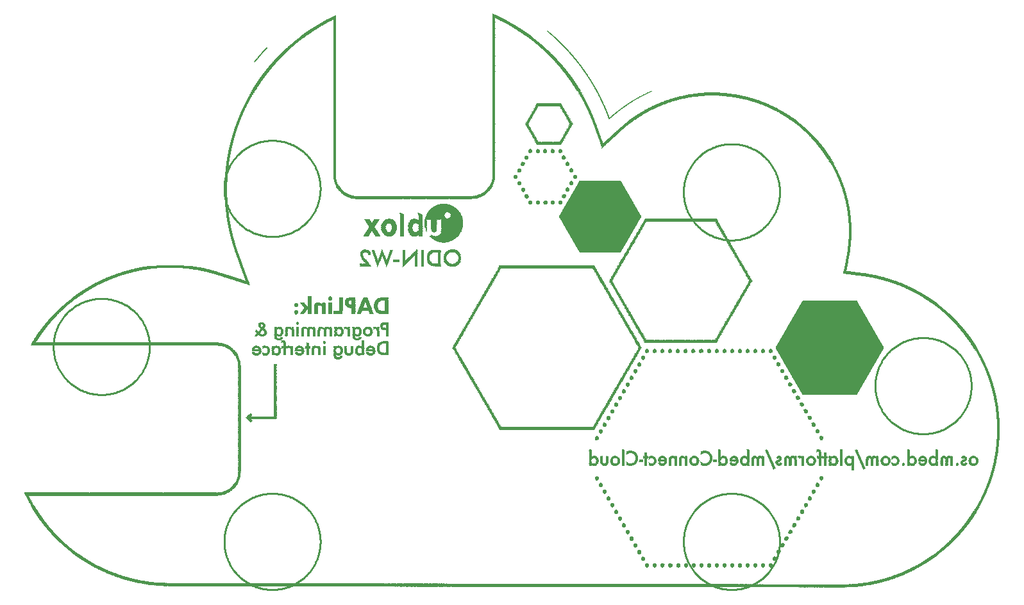
<source format=gbo>
G75*
%MOIN*%
%OFA0B0*%
%FSLAX25Y25*%
%IPPOS*%
%LPD*%
%AMOC8*
5,1,8,0,0,1.08239X$1,22.5*
%
%ADD10C,0.01000*%
%ADD11R,0.00100X0.00100*%
%ADD12R,0.00200X0.00100*%
%ADD13R,0.00300X0.00100*%
%ADD14R,0.46700X0.00100*%
%ADD15R,0.00700X0.00100*%
%ADD16R,0.00500X0.00100*%
%ADD17R,0.00400X0.00100*%
%ADD18R,0.00600X0.00100*%
%ADD19R,1.01400X0.00100*%
%ADD20R,0.00800X0.00100*%
%ADD21R,1.51000X0.00100*%
%ADD22R,0.01200X0.00100*%
%ADD23R,2.11500X0.00100*%
%ADD24R,2.58600X0.00100*%
%ADD25R,0.01900X0.00100*%
%ADD26R,3.14500X0.00100*%
%ADD27R,0.01600X0.00100*%
%ADD28R,3.60400X0.00100*%
%ADD29R,0.00900X0.00100*%
%ADD30R,3.65300X0.00100*%
%ADD31R,3.67600X0.00100*%
%ADD32R,3.69600X0.00100*%
%ADD33R,3.71300X0.00100*%
%ADD34R,3.72800X0.00100*%
%ADD35R,3.74200X0.00100*%
%ADD36R,0.12500X0.00100*%
%ADD37R,0.01400X0.00100*%
%ADD38R,0.01100X0.00100*%
%ADD39R,3.29300X0.00100*%
%ADD40R,0.10900X0.00100*%
%ADD41R,2.84600X0.00100*%
%ADD42R,0.10200X0.00100*%
%ADD43R,2.30600X0.00100*%
%ADD44R,0.09400X0.00100*%
%ADD45R,1.83600X0.00100*%
%ADD46R,0.08900X0.00100*%
%ADD47R,1.23900X0.00100*%
%ADD48R,0.08400X0.00100*%
%ADD49R,0.77800X0.00100*%
%ADD50R,0.07800X0.00100*%
%ADD51R,0.26300X0.00100*%
%ADD52R,0.07600X0.00100*%
%ADD53R,0.12300X0.00100*%
%ADD54R,0.07300X0.00100*%
%ADD55R,0.11100X0.00100*%
%ADD56R,0.07400X0.00100*%
%ADD57R,0.10000X0.00100*%
%ADD58R,0.06900X0.00100*%
%ADD59R,0.09200X0.00100*%
%ADD60R,0.06700X0.00100*%
%ADD61R,0.08700X0.00100*%
%ADD62R,0.06600X0.00100*%
%ADD63R,0.08300X0.00100*%
%ADD64R,0.06200X0.00100*%
%ADD65R,0.08000X0.00100*%
%ADD66R,0.06100X0.00100*%
%ADD67R,0.06000X0.00100*%
%ADD68R,0.05900X0.00100*%
%ADD69R,0.07000X0.00100*%
%ADD70R,0.05800X0.00100*%
%ADD71R,0.05600X0.00100*%
%ADD72R,0.06800X0.00100*%
%ADD73R,0.06500X0.00100*%
%ADD74R,0.05400X0.00100*%
%ADD75R,0.06300X0.00100*%
%ADD76R,0.05300X0.00100*%
%ADD77R,0.05100X0.00100*%
%ADD78R,0.05700X0.00100*%
%ADD79R,0.04900X0.00100*%
%ADD80R,0.04800X0.00100*%
%ADD81R,0.04700X0.00100*%
%ADD82R,0.05200X0.00100*%
%ADD83R,0.04600X0.00100*%
%ADD84R,0.04400X0.00100*%
%ADD85R,0.05000X0.00100*%
%ADD86R,0.04500X0.00100*%
%ADD87R,0.04300X0.00100*%
%ADD88R,0.04200X0.00100*%
%ADD89R,0.04100X0.00100*%
%ADD90R,0.03900X0.00100*%
%ADD91R,0.04000X0.00100*%
%ADD92R,0.03800X0.00100*%
%ADD93R,0.03700X0.00100*%
%ADD94R,0.03600X0.00100*%
%ADD95R,0.03500X0.00100*%
%ADD96R,0.03400X0.00100*%
%ADD97R,0.03300X0.00100*%
%ADD98R,0.03200X0.00100*%
%ADD99R,0.03100X0.00100*%
%ADD100R,0.03000X0.00100*%
%ADD101R,0.02900X0.00100*%
%ADD102R,0.01000X0.00100*%
%ADD103R,0.01300X0.00100*%
%ADD104R,0.01500X0.00100*%
%ADD105R,0.01700X0.00100*%
%ADD106R,0.02800X0.00100*%
%ADD107R,0.01800X0.00100*%
%ADD108R,0.02000X0.00100*%
%ADD109R,0.02100X0.00100*%
%ADD110R,0.02200X0.00100*%
%ADD111R,0.02700X0.00100*%
%ADD112R,0.02600X0.00100*%
%ADD113R,0.02500X0.00100*%
%ADD114R,0.02400X0.00100*%
%ADD115R,0.02300X0.00100*%
%ADD116R,1.01100X0.00100*%
%ADD117R,1.01700X0.00100*%
%ADD118R,1.02300X0.00100*%
%ADD119R,1.02700X0.00100*%
%ADD120R,1.03100X0.00100*%
%ADD121R,1.03500X0.00100*%
%ADD122R,1.03800X0.00100*%
%ADD123R,1.04100X0.00100*%
%ADD124R,1.04500X0.00100*%
%ADD125R,1.04700X0.00100*%
%ADD126R,1.05100X0.00100*%
%ADD127R,1.05300X0.00100*%
%ADD128R,1.05600X0.00100*%
%ADD129R,0.49300X0.00100*%
%ADD130R,0.49400X0.00100*%
%ADD131R,0.49500X0.00100*%
%ADD132R,0.49600X0.00100*%
%ADD133R,0.49800X0.00100*%
%ADD134R,0.49900X0.00100*%
%ADD135R,0.50000X0.00100*%
%ADD136R,0.50100X0.00100*%
%ADD137R,0.50200X0.00100*%
%ADD138R,0.50300X0.00100*%
%ADD139R,0.50400X0.00100*%
%ADD140R,0.50600X0.00100*%
%ADD141R,0.50700X0.00100*%
%ADD142R,0.50800X0.00100*%
%ADD143R,0.15300X0.00100*%
%ADD144R,0.15400X0.00100*%
%ADD145R,0.15500X0.00100*%
%ADD146R,0.15700X0.00100*%
%ADD147R,0.15600X0.00100*%
%ADD148R,0.28300X0.00100*%
%ADD149R,0.28400X0.00100*%
%ADD150R,0.28500X0.00100*%
%ADD151R,0.28600X0.00100*%
%ADD152R,0.28800X0.00100*%
%ADD153R,0.29000X0.00100*%
%ADD154R,0.29100X0.00100*%
%ADD155R,0.29200X0.00100*%
%ADD156R,0.29300X0.00100*%
%ADD157R,0.29500X0.00100*%
%ADD158R,0.29600X0.00100*%
%ADD159R,0.29800X0.00100*%
%ADD160R,0.29900X0.00100*%
%ADD161R,0.30000X0.00100*%
%ADD162R,0.30100X0.00100*%
%ADD163R,0.30200X0.00100*%
%ADD164R,0.30400X0.00100*%
%ADD165R,0.30500X0.00100*%
%ADD166R,0.30600X0.00100*%
%ADD167R,0.30800X0.00100*%
%ADD168R,0.30900X0.00100*%
%ADD169R,0.31000X0.00100*%
%ADD170R,0.31200X0.00100*%
%ADD171R,0.31300X0.00100*%
%ADD172R,0.31400X0.00100*%
%ADD173R,0.31500X0.00100*%
%ADD174R,0.31600X0.00100*%
%ADD175R,0.31700X0.00100*%
%ADD176R,0.31800X0.00100*%
%ADD177R,0.32000X0.00100*%
%ADD178R,0.32100X0.00100*%
%ADD179R,0.32200X0.00100*%
%ADD180R,0.32300X0.00100*%
%ADD181R,0.32400X0.00100*%
%ADD182R,0.32600X0.00100*%
%ADD183R,0.32800X0.00100*%
%ADD184R,0.32900X0.00100*%
%ADD185R,0.33000X0.00100*%
%ADD186R,0.33100X0.00100*%
%ADD187R,0.33200X0.00100*%
%ADD188R,0.33400X0.00100*%
%ADD189R,0.33500X0.00100*%
%ADD190R,0.33600X0.00100*%
%ADD191R,0.33700X0.00100*%
%ADD192R,0.33800X0.00100*%
%ADD193R,0.33900X0.00100*%
%ADD194R,0.34000X0.00100*%
%ADD195R,0.34200X0.00100*%
%ADD196R,0.34300X0.00100*%
%ADD197R,0.34400X0.00100*%
%ADD198R,0.34500X0.00100*%
%ADD199R,0.34600X0.00100*%
%ADD200R,0.34800X0.00100*%
%ADD201R,0.34900X0.00100*%
%ADD202R,0.35000X0.00100*%
%ADD203R,0.35100X0.00100*%
%ADD204R,0.35200X0.00100*%
%ADD205R,0.35300X0.00100*%
%ADD206R,0.35400X0.00100*%
%ADD207R,0.35600X0.00100*%
%ADD208R,0.35700X0.00100*%
%ADD209R,0.35800X0.00100*%
%ADD210R,0.35900X0.00100*%
%ADD211R,0.36000X0.00100*%
%ADD212R,0.36100X0.00100*%
%ADD213R,0.36300X0.00100*%
%ADD214R,0.36400X0.00100*%
%ADD215R,0.36500X0.00100*%
%ADD216R,0.36600X0.00100*%
%ADD217R,0.36800X0.00100*%
%ADD218R,0.36900X0.00100*%
%ADD219R,0.37000X0.00100*%
%ADD220R,0.37200X0.00100*%
%ADD221R,0.37300X0.00100*%
%ADD222R,0.37400X0.00100*%
%ADD223R,0.37500X0.00100*%
%ADD224R,0.37600X0.00100*%
%ADD225R,0.37800X0.00100*%
%ADD226R,0.37900X0.00100*%
%ADD227R,0.38000X0.00100*%
%ADD228R,0.38100X0.00100*%
%ADD229R,0.38200X0.00100*%
%ADD230R,0.38300X0.00100*%
%ADD231R,0.38400X0.00100*%
%ADD232R,0.38500X0.00100*%
%ADD233R,0.38600X0.00100*%
%ADD234R,0.38800X0.00100*%
%ADD235R,0.39000X0.00100*%
%ADD236R,0.39100X0.00100*%
%ADD237R,0.39300X0.00100*%
%ADD238R,0.39400X0.00100*%
%ADD239R,0.39500X0.00100*%
%ADD240R,0.39600X0.00100*%
%ADD241R,0.39700X0.00100*%
%ADD242R,0.39800X0.00100*%
%ADD243R,0.39900X0.00100*%
%ADD244R,0.40000X0.00100*%
%ADD245R,0.40200X0.00100*%
%ADD246R,0.40300X0.00100*%
%ADD247R,0.40400X0.00100*%
%ADD248R,0.40500X0.00100*%
%ADD249R,0.40600X0.00100*%
%ADD250R,0.40800X0.00100*%
%ADD251R,0.40900X0.00100*%
%ADD252R,0.41000X0.00100*%
%ADD253R,0.41100X0.00100*%
%ADD254R,0.41200X0.00100*%
%ADD255R,0.41300X0.00100*%
%ADD256R,0.41400X0.00100*%
%ADD257R,0.41600X0.00100*%
%ADD258R,0.41700X0.00100*%
%ADD259R,0.41800X0.00100*%
%ADD260R,0.41900X0.00100*%
%ADD261R,0.42000X0.00100*%
%ADD262R,0.42100X0.00100*%
%ADD263R,0.42200X0.00100*%
%ADD264R,0.42400X0.00100*%
%ADD265R,0.42500X0.00100*%
%ADD266R,0.42600X0.00100*%
%ADD267R,0.42700X0.00100*%
%ADD268R,0.42800X0.00100*%
%ADD269R,0.42900X0.00100*%
%ADD270R,0.43000X0.00100*%
%ADD271R,0.43200X0.00100*%
%ADD272R,0.43300X0.00100*%
%ADD273R,0.43400X0.00100*%
%ADD274R,0.43500X0.00100*%
%ADD275R,0.43600X0.00100*%
%ADD276R,0.43800X0.00100*%
%ADD277R,0.43900X0.00100*%
%ADD278R,0.44000X0.00100*%
%ADD279R,0.44100X0.00100*%
%ADD280R,0.44200X0.00100*%
%ADD281R,0.44400X0.00100*%
%ADD282R,0.44600X0.00100*%
%ADD283R,0.44700X0.00100*%
%ADD284R,0.44800X0.00100*%
%ADD285R,0.44900X0.00100*%
%ADD286R,0.45000X0.00100*%
%ADD287R,0.45100X0.00100*%
%ADD288R,0.45200X0.00100*%
%ADD289R,0.45400X0.00100*%
%ADD290R,0.45500X0.00100*%
%ADD291R,0.45600X0.00100*%
%ADD292R,0.45700X0.00100*%
%ADD293R,0.45800X0.00100*%
%ADD294R,0.46000X0.00100*%
%ADD295R,0.46200X0.00100*%
%ADD296R,0.46300X0.00100*%
%ADD297R,0.46400X0.00100*%
%ADD298R,0.46500X0.00100*%
%ADD299R,0.46600X0.00100*%
%ADD300R,0.46800X0.00100*%
%ADD301R,0.46900X0.00100*%
%ADD302R,0.47000X0.00100*%
%ADD303R,0.47200X0.00100*%
%ADD304R,0.47300X0.00100*%
%ADD305R,0.47400X0.00100*%
%ADD306R,0.47600X0.00100*%
%ADD307R,0.47700X0.00100*%
%ADD308R,0.47800X0.00100*%
%ADD309R,0.47900X0.00100*%
%ADD310R,0.48000X0.00100*%
%ADD311R,0.48200X0.00100*%
%ADD312R,0.48400X0.00100*%
%ADD313R,0.48500X0.00100*%
%ADD314R,0.48600X0.00100*%
%ADD315R,0.48700X0.00100*%
%ADD316R,0.48800X0.00100*%
%ADD317R,0.48900X0.00100*%
%ADD318R,0.49000X0.00100*%
%ADD319R,0.49200X0.00100*%
%ADD320R,0.50500X0.00100*%
%ADD321R,0.51000X0.00100*%
%ADD322R,0.51100X0.00100*%
%ADD323R,0.51200X0.00100*%
%ADD324R,0.51400X0.00100*%
%ADD325R,0.51500X0.00100*%
%ADD326R,0.51600X0.00100*%
%ADD327R,0.51700X0.00100*%
%ADD328R,0.51800X0.00100*%
%ADD329R,0.51900X0.00100*%
%ADD330R,0.52000X0.00100*%
%ADD331R,0.52200X0.00100*%
%ADD332R,0.52300X0.00100*%
%ADD333R,0.52400X0.00100*%
%ADD334R,0.52500X0.00100*%
%ADD335R,0.52600X0.00100*%
%ADD336R,0.52800X0.00100*%
%ADD337R,0.53000X0.00100*%
%ADD338R,0.53100X0.00100*%
%ADD339R,0.53300X0.00100*%
%ADD340R,0.53400X0.00100*%
%ADD341R,0.53600X0.00100*%
%ADD342R,0.53700X0.00100*%
%ADD343R,0.53800X0.00100*%
%ADD344R,0.53900X0.00100*%
%ADD345R,0.54000X0.00100*%
%ADD346R,0.54100X0.00100*%
%ADD347R,0.54200X0.00100*%
%ADD348R,0.54400X0.00100*%
%ADD349R,0.54500X0.00100*%
%ADD350R,0.54600X0.00100*%
%ADD351R,0.54800X0.00100*%
%ADD352R,0.54900X0.00100*%
%ADD353R,0.55100X0.00100*%
%ADD354R,0.55200X0.00100*%
%ADD355R,0.55300X0.00100*%
%ADD356R,0.55400X0.00100*%
%ADD357R,0.55500X0.00100*%
%ADD358R,0.55600X0.00100*%
%ADD359R,0.55800X0.00100*%
%ADD360R,0.55900X0.00100*%
%ADD361R,0.56000X0.00100*%
%ADD362R,0.56100X0.00100*%
%ADD363R,0.56200X0.00100*%
%ADD364R,0.56300X0.00100*%
%ADD365R,0.55700X0.00100*%
%ADD366R,0.55000X0.00100*%
%ADD367R,1.02400X0.00100*%
%ADD368R,1.02100X0.00100*%
%ADD369R,1.01600X0.00100*%
%ADD370R,1.01200X0.00100*%
%ADD371R,0.54300X0.00100*%
%ADD372R,1.00900X0.00100*%
%ADD373R,1.00600X0.00100*%
%ADD374R,1.00200X0.00100*%
%ADD375R,0.99900X0.00100*%
%ADD376R,0.99400X0.00100*%
%ADD377R,0.99100X0.00100*%
%ADD378R,0.98500X0.00100*%
%ADD379R,0.53500X0.00100*%
%ADD380R,0.98000X0.00100*%
%ADD381R,0.96700X0.00100*%
%ADD382R,0.53200X0.00100*%
%ADD383R,0.52900X0.00100*%
%ADD384R,0.37700X0.00100*%
%ADD385R,0.52700X0.00100*%
%ADD386R,0.52100X0.00100*%
%ADD387R,0.51300X0.00100*%
%ADD388R,0.50900X0.00100*%
%ADD389R,0.49700X0.00100*%
%ADD390R,0.49100X0.00100*%
%ADD391R,0.48300X0.00100*%
%ADD392R,0.47500X0.00100*%
%ADD393R,0.47100X0.00100*%
%ADD394R,0.46100X0.00100*%
%ADD395R,0.45300X0.00100*%
%ADD396R,0.07200X0.00100*%
%ADD397R,0.44500X0.00100*%
%ADD398R,0.43700X0.00100*%
%ADD399R,0.43100X0.00100*%
%ADD400R,0.42300X0.00100*%
%ADD401R,0.41500X0.00100*%
%ADD402R,0.40700X0.00100*%
%ADD403R,0.40100X0.00100*%
%ADD404R,0.39200X0.00100*%
%ADD405R,0.38700X0.00100*%
%ADD406R,0.37100X0.00100*%
%ADD407R,0.36200X0.00100*%
%ADD408R,0.35500X0.00100*%
%ADD409R,0.34700X0.00100*%
%ADD410R,0.06400X0.00100*%
%ADD411R,0.34100X0.00100*%
%ADD412R,0.07100X0.00100*%
%ADD413R,0.33300X0.00100*%
%ADD414R,0.32700X0.00100*%
%ADD415R,0.32500X0.00100*%
%ADD416R,0.31900X0.00100*%
%ADD417R,0.31100X0.00100*%
%ADD418R,0.30300X0.00100*%
%ADD419R,0.29700X0.00100*%
%ADD420R,0.29400X0.00100*%
%ADD421R,0.28700X0.00100*%
%ADD422R,0.05500X0.00100*%
%ADD423R,0.07500X0.00100*%
%ADD424R,0.08500X0.00100*%
%ADD425R,0.09300X0.00100*%
%ADD426R,0.09600X0.00100*%
%ADD427R,0.10300X0.00100*%
%ADD428R,0.10600X0.00100*%
%ADD429R,0.10800X0.00100*%
%ADD430R,0.11000X0.00100*%
%ADD431R,0.07900X0.00100*%
%ADD432R,0.08200X0.00100*%
%ADD433R,0.09000X0.00100*%
%ADD434R,0.10100X0.00100*%
%ADD435R,0.11300X0.00100*%
%ADD436R,0.11200X0.00100*%
%ADD437R,0.12700X0.00100*%
%ADD438R,0.27800X0.00100*%
%ADD439R,0.26700X0.00100*%
%ADD440R,0.25500X0.00100*%
%ADD441R,0.24200X0.00100*%
%ADD442R,0.21600X0.00100*%
%ADD443R,0.21800X0.00100*%
%ADD444R,0.21900X0.00100*%
%ADD445R,0.22000X0.00100*%
%ADD446R,0.22100X0.00100*%
%ADD447R,0.22300X0.00100*%
%ADD448R,0.22400X0.00100*%
%ADD449R,0.22600X0.00100*%
%ADD450R,0.22700X0.00100*%
%ADD451R,0.22800X0.00100*%
%ADD452R,0.22900X0.00100*%
%ADD453R,0.23000X0.00100*%
%ADD454R,0.23200X0.00100*%
%ADD455R,0.23300X0.00100*%
%ADD456R,0.23400X0.00100*%
%ADD457R,0.23500X0.00100*%
%ADD458R,0.23600X0.00100*%
%ADD459R,0.23800X0.00100*%
%ADD460R,0.24000X0.00100*%
%ADD461R,0.24100X0.00100*%
%ADD462R,0.24300X0.00100*%
%ADD463R,0.24400X0.00100*%
%ADD464R,0.24600X0.00100*%
%ADD465R,0.24700X0.00100*%
%ADD466R,0.24800X0.00100*%
%ADD467R,0.24900X0.00100*%
%ADD468R,0.25000X0.00100*%
%ADD469R,0.25100X0.00100*%
%ADD470R,0.25200X0.00100*%
%ADD471R,0.25400X0.00100*%
%ADD472R,0.25600X0.00100*%
%ADD473R,0.25700X0.00100*%
%ADD474R,0.25800X0.00100*%
%ADD475R,0.25900X0.00100*%
%ADD476R,0.26000X0.00100*%
%ADD477R,0.26200X0.00100*%
%ADD478R,0.26400X0.00100*%
%ADD479R,0.26500X0.00100*%
%ADD480R,0.26600X0.00100*%
%ADD481R,0.26800X0.00100*%
%ADD482R,0.27000X0.00100*%
%ADD483R,0.27100X0.00100*%
%ADD484R,0.27200X0.00100*%
%ADD485R,0.27300X0.00100*%
%ADD486R,0.27400X0.00100*%
%ADD487R,0.27600X0.00100*%
%ADD488R,0.27700X0.00100*%
%ADD489R,0.27900X0.00100*%
%ADD490R,0.28000X0.00100*%
%ADD491R,0.28100X0.00100*%
%ADD492R,0.28200X0.00100*%
%ADD493R,0.08800X0.00100*%
%ADD494R,0.28900X0.00100*%
%ADD495R,0.11500X0.00100*%
%ADD496R,0.11800X0.00100*%
%ADD497R,0.12000X0.00100*%
%ADD498R,0.12600X0.00100*%
%ADD499R,0.12800X0.00100*%
%ADD500R,0.13100X0.00100*%
%ADD501R,0.13300X0.00100*%
%ADD502R,0.13500X0.00100*%
%ADD503R,0.13700X0.00100*%
%ADD504R,0.13900X0.00100*%
%ADD505R,0.14100X0.00100*%
%ADD506R,0.14400X0.00100*%
%ADD507R,0.11400X0.00100*%
%ADD508R,0.10500X0.00100*%
%ADD509R,0.10400X0.00100*%
%ADD510R,0.10700X0.00100*%
%ADD511R,0.36700X0.00100*%
%ADD512R,0.38900X0.00100*%
%ADD513R,0.19500X0.00100*%
%ADD514R,0.19400X0.00100*%
%ADD515R,0.09800X0.00100*%
%ADD516R,0.09700X0.00100*%
%ADD517R,0.09500X0.00100*%
%ADD518R,0.09100X0.00100*%
%ADD519R,0.16200X0.00100*%
%ADD520R,0.16000X0.00100*%
%ADD521R,0.15800X0.00100*%
%ADD522R,0.15200X0.00100*%
%ADD523R,0.15000X0.00100*%
%ADD524R,0.14900X0.00100*%
%ADD525R,0.14700X0.00100*%
%ADD526R,0.14200X0.00100*%
%ADD527R,0.13600X0.00100*%
%ADD528R,0.13400X0.00100*%
%ADD529R,0.13200X0.00100*%
%ADD530R,0.13000X0.00100*%
%ADD531R,0.12200X0.00100*%
%ADD532R,0.62300X0.00100*%
%ADD533R,0.63700X0.00100*%
%ADD534R,0.64800X0.00100*%
%ADD535R,0.65700X0.00100*%
%ADD536R,0.66400X0.00100*%
%ADD537R,0.66900X0.00100*%
%ADD538R,0.67500X0.00100*%
%ADD539R,0.68100X0.00100*%
%ADD540R,0.68600X0.00100*%
%ADD541R,0.69100X0.00100*%
%ADD542R,0.69500X0.00100*%
%ADD543R,0.70000X0.00100*%
%ADD544R,0.70300X0.00100*%
%ADD545R,0.27500X0.00100*%
%ADD546R,0.26900X0.00100*%
%ADD547R,0.26100X0.00100*%
%ADD548R,0.25300X0.00100*%
%ADD549R,0.24500X0.00100*%
%ADD550R,0.23700X0.00100*%
%ADD551R,0.23100X0.00100*%
%ADD552R,0.22500X0.00100*%
%ADD553R,0.22200X0.00100*%
%ADD554R,0.21700X0.00100*%
%ADD555R,0.21500X0.00100*%
%ADD556R,0.12900X0.00100*%
%ADD557R,0.07700X0.00100*%
%ADD558R,0.11900X0.00100*%
%ADD559R,0.12100X0.00100*%
%ADD560R,0.20200X0.00100*%
%ADD561R,0.18500X0.00100*%
%ADD562R,0.16800X0.00100*%
%ADD563C,0.00120*%
D10*
X0124900Y0046900D02*
X0124908Y0047514D01*
X0124930Y0048127D01*
X0124968Y0048739D01*
X0125020Y0049350D01*
X0125088Y0049960D01*
X0125171Y0050568D01*
X0125268Y0051174D01*
X0125380Y0051777D01*
X0125507Y0052378D01*
X0125649Y0052975D01*
X0125806Y0053568D01*
X0125976Y0054157D01*
X0126162Y0054742D01*
X0126361Y0055322D01*
X0126575Y0055897D01*
X0126803Y0056467D01*
X0127045Y0057031D01*
X0127300Y0057589D01*
X0127569Y0058140D01*
X0127852Y0058685D01*
X0128148Y0059222D01*
X0128457Y0059753D01*
X0128779Y0060275D01*
X0129113Y0060789D01*
X0129460Y0061295D01*
X0129820Y0061792D01*
X0130191Y0062281D01*
X0130575Y0062760D01*
X0130970Y0063229D01*
X0131376Y0063689D01*
X0131794Y0064139D01*
X0132222Y0064578D01*
X0132661Y0065006D01*
X0133111Y0065424D01*
X0133571Y0065830D01*
X0134040Y0066225D01*
X0134519Y0066609D01*
X0135008Y0066980D01*
X0135505Y0067340D01*
X0136011Y0067687D01*
X0136525Y0068021D01*
X0137047Y0068343D01*
X0137578Y0068652D01*
X0138115Y0068948D01*
X0138660Y0069231D01*
X0139211Y0069500D01*
X0139769Y0069755D01*
X0140333Y0069997D01*
X0140903Y0070225D01*
X0141478Y0070439D01*
X0142058Y0070638D01*
X0142643Y0070824D01*
X0143232Y0070994D01*
X0143825Y0071151D01*
X0144422Y0071293D01*
X0145023Y0071420D01*
X0145626Y0071532D01*
X0146232Y0071629D01*
X0146840Y0071712D01*
X0147450Y0071780D01*
X0148061Y0071832D01*
X0148673Y0071870D01*
X0149286Y0071892D01*
X0149900Y0071900D01*
X0150514Y0071892D01*
X0151127Y0071870D01*
X0151739Y0071832D01*
X0152350Y0071780D01*
X0152960Y0071712D01*
X0153568Y0071629D01*
X0154174Y0071532D01*
X0154777Y0071420D01*
X0155378Y0071293D01*
X0155975Y0071151D01*
X0156568Y0070994D01*
X0157157Y0070824D01*
X0157742Y0070638D01*
X0158322Y0070439D01*
X0158897Y0070225D01*
X0159467Y0069997D01*
X0160031Y0069755D01*
X0160589Y0069500D01*
X0161140Y0069231D01*
X0161685Y0068948D01*
X0162222Y0068652D01*
X0162753Y0068343D01*
X0163275Y0068021D01*
X0163789Y0067687D01*
X0164295Y0067340D01*
X0164792Y0066980D01*
X0165281Y0066609D01*
X0165760Y0066225D01*
X0166229Y0065830D01*
X0166689Y0065424D01*
X0167139Y0065006D01*
X0167578Y0064578D01*
X0168006Y0064139D01*
X0168424Y0063689D01*
X0168830Y0063229D01*
X0169225Y0062760D01*
X0169609Y0062281D01*
X0169980Y0061792D01*
X0170340Y0061295D01*
X0170687Y0060789D01*
X0171021Y0060275D01*
X0171343Y0059753D01*
X0171652Y0059222D01*
X0171948Y0058685D01*
X0172231Y0058140D01*
X0172500Y0057589D01*
X0172755Y0057031D01*
X0172997Y0056467D01*
X0173225Y0055897D01*
X0173439Y0055322D01*
X0173638Y0054742D01*
X0173824Y0054157D01*
X0173994Y0053568D01*
X0174151Y0052975D01*
X0174293Y0052378D01*
X0174420Y0051777D01*
X0174532Y0051174D01*
X0174629Y0050568D01*
X0174712Y0049960D01*
X0174780Y0049350D01*
X0174832Y0048739D01*
X0174870Y0048127D01*
X0174892Y0047514D01*
X0174900Y0046900D01*
X0174892Y0046286D01*
X0174870Y0045673D01*
X0174832Y0045061D01*
X0174780Y0044450D01*
X0174712Y0043840D01*
X0174629Y0043232D01*
X0174532Y0042626D01*
X0174420Y0042023D01*
X0174293Y0041422D01*
X0174151Y0040825D01*
X0173994Y0040232D01*
X0173824Y0039643D01*
X0173638Y0039058D01*
X0173439Y0038478D01*
X0173225Y0037903D01*
X0172997Y0037333D01*
X0172755Y0036769D01*
X0172500Y0036211D01*
X0172231Y0035660D01*
X0171948Y0035115D01*
X0171652Y0034578D01*
X0171343Y0034047D01*
X0171021Y0033525D01*
X0170687Y0033011D01*
X0170340Y0032505D01*
X0169980Y0032008D01*
X0169609Y0031519D01*
X0169225Y0031040D01*
X0168830Y0030571D01*
X0168424Y0030111D01*
X0168006Y0029661D01*
X0167578Y0029222D01*
X0167139Y0028794D01*
X0166689Y0028376D01*
X0166229Y0027970D01*
X0165760Y0027575D01*
X0165281Y0027191D01*
X0164792Y0026820D01*
X0164295Y0026460D01*
X0163789Y0026113D01*
X0163275Y0025779D01*
X0162753Y0025457D01*
X0162222Y0025148D01*
X0161685Y0024852D01*
X0161140Y0024569D01*
X0160589Y0024300D01*
X0160031Y0024045D01*
X0159467Y0023803D01*
X0158897Y0023575D01*
X0158322Y0023361D01*
X0157742Y0023162D01*
X0157157Y0022976D01*
X0156568Y0022806D01*
X0155975Y0022649D01*
X0155378Y0022507D01*
X0154777Y0022380D01*
X0154174Y0022268D01*
X0153568Y0022171D01*
X0152960Y0022088D01*
X0152350Y0022020D01*
X0151739Y0021968D01*
X0151127Y0021930D01*
X0150514Y0021908D01*
X0149900Y0021900D01*
X0149286Y0021908D01*
X0148673Y0021930D01*
X0148061Y0021968D01*
X0147450Y0022020D01*
X0146840Y0022088D01*
X0146232Y0022171D01*
X0145626Y0022268D01*
X0145023Y0022380D01*
X0144422Y0022507D01*
X0143825Y0022649D01*
X0143232Y0022806D01*
X0142643Y0022976D01*
X0142058Y0023162D01*
X0141478Y0023361D01*
X0140903Y0023575D01*
X0140333Y0023803D01*
X0139769Y0024045D01*
X0139211Y0024300D01*
X0138660Y0024569D01*
X0138115Y0024852D01*
X0137578Y0025148D01*
X0137047Y0025457D01*
X0136525Y0025779D01*
X0136011Y0026113D01*
X0135505Y0026460D01*
X0135008Y0026820D01*
X0134519Y0027191D01*
X0134040Y0027575D01*
X0133571Y0027970D01*
X0133111Y0028376D01*
X0132661Y0028794D01*
X0132222Y0029222D01*
X0131794Y0029661D01*
X0131376Y0030111D01*
X0130970Y0030571D01*
X0130575Y0031040D01*
X0130191Y0031519D01*
X0129820Y0032008D01*
X0129460Y0032505D01*
X0129113Y0033011D01*
X0128779Y0033525D01*
X0128457Y0034047D01*
X0128148Y0034578D01*
X0127852Y0035115D01*
X0127569Y0035660D01*
X0127300Y0036211D01*
X0127045Y0036769D01*
X0126803Y0037333D01*
X0126575Y0037903D01*
X0126361Y0038478D01*
X0126162Y0039058D01*
X0125976Y0039643D01*
X0125806Y0040232D01*
X0125649Y0040825D01*
X0125507Y0041422D01*
X0125380Y0042023D01*
X0125268Y0042626D01*
X0125171Y0043232D01*
X0125088Y0043840D01*
X0125020Y0044450D01*
X0124968Y0045061D01*
X0124930Y0045673D01*
X0124908Y0046286D01*
X0124900Y0046900D01*
X0036100Y0148300D02*
X0036108Y0148914D01*
X0036130Y0149527D01*
X0036168Y0150139D01*
X0036220Y0150750D01*
X0036288Y0151360D01*
X0036371Y0151968D01*
X0036468Y0152574D01*
X0036580Y0153177D01*
X0036707Y0153778D01*
X0036849Y0154375D01*
X0037006Y0154968D01*
X0037176Y0155557D01*
X0037362Y0156142D01*
X0037561Y0156722D01*
X0037775Y0157297D01*
X0038003Y0157867D01*
X0038245Y0158431D01*
X0038500Y0158989D01*
X0038769Y0159540D01*
X0039052Y0160085D01*
X0039348Y0160622D01*
X0039657Y0161153D01*
X0039979Y0161675D01*
X0040313Y0162189D01*
X0040660Y0162695D01*
X0041020Y0163192D01*
X0041391Y0163681D01*
X0041775Y0164160D01*
X0042170Y0164629D01*
X0042576Y0165089D01*
X0042994Y0165539D01*
X0043422Y0165978D01*
X0043861Y0166406D01*
X0044311Y0166824D01*
X0044771Y0167230D01*
X0045240Y0167625D01*
X0045719Y0168009D01*
X0046208Y0168380D01*
X0046705Y0168740D01*
X0047211Y0169087D01*
X0047725Y0169421D01*
X0048247Y0169743D01*
X0048778Y0170052D01*
X0049315Y0170348D01*
X0049860Y0170631D01*
X0050411Y0170900D01*
X0050969Y0171155D01*
X0051533Y0171397D01*
X0052103Y0171625D01*
X0052678Y0171839D01*
X0053258Y0172038D01*
X0053843Y0172224D01*
X0054432Y0172394D01*
X0055025Y0172551D01*
X0055622Y0172693D01*
X0056223Y0172820D01*
X0056826Y0172932D01*
X0057432Y0173029D01*
X0058040Y0173112D01*
X0058650Y0173180D01*
X0059261Y0173232D01*
X0059873Y0173270D01*
X0060486Y0173292D01*
X0061100Y0173300D01*
X0061714Y0173292D01*
X0062327Y0173270D01*
X0062939Y0173232D01*
X0063550Y0173180D01*
X0064160Y0173112D01*
X0064768Y0173029D01*
X0065374Y0172932D01*
X0065977Y0172820D01*
X0066578Y0172693D01*
X0067175Y0172551D01*
X0067768Y0172394D01*
X0068357Y0172224D01*
X0068942Y0172038D01*
X0069522Y0171839D01*
X0070097Y0171625D01*
X0070667Y0171397D01*
X0071231Y0171155D01*
X0071789Y0170900D01*
X0072340Y0170631D01*
X0072885Y0170348D01*
X0073422Y0170052D01*
X0073953Y0169743D01*
X0074475Y0169421D01*
X0074989Y0169087D01*
X0075495Y0168740D01*
X0075992Y0168380D01*
X0076481Y0168009D01*
X0076960Y0167625D01*
X0077429Y0167230D01*
X0077889Y0166824D01*
X0078339Y0166406D01*
X0078778Y0165978D01*
X0079206Y0165539D01*
X0079624Y0165089D01*
X0080030Y0164629D01*
X0080425Y0164160D01*
X0080809Y0163681D01*
X0081180Y0163192D01*
X0081540Y0162695D01*
X0081887Y0162189D01*
X0082221Y0161675D01*
X0082543Y0161153D01*
X0082852Y0160622D01*
X0083148Y0160085D01*
X0083431Y0159540D01*
X0083700Y0158989D01*
X0083955Y0158431D01*
X0084197Y0157867D01*
X0084425Y0157297D01*
X0084639Y0156722D01*
X0084838Y0156142D01*
X0085024Y0155557D01*
X0085194Y0154968D01*
X0085351Y0154375D01*
X0085493Y0153778D01*
X0085620Y0153177D01*
X0085732Y0152574D01*
X0085829Y0151968D01*
X0085912Y0151360D01*
X0085980Y0150750D01*
X0086032Y0150139D01*
X0086070Y0149527D01*
X0086092Y0148914D01*
X0086100Y0148300D01*
X0086092Y0147686D01*
X0086070Y0147073D01*
X0086032Y0146461D01*
X0085980Y0145850D01*
X0085912Y0145240D01*
X0085829Y0144632D01*
X0085732Y0144026D01*
X0085620Y0143423D01*
X0085493Y0142822D01*
X0085351Y0142225D01*
X0085194Y0141632D01*
X0085024Y0141043D01*
X0084838Y0140458D01*
X0084639Y0139878D01*
X0084425Y0139303D01*
X0084197Y0138733D01*
X0083955Y0138169D01*
X0083700Y0137611D01*
X0083431Y0137060D01*
X0083148Y0136515D01*
X0082852Y0135978D01*
X0082543Y0135447D01*
X0082221Y0134925D01*
X0081887Y0134411D01*
X0081540Y0133905D01*
X0081180Y0133408D01*
X0080809Y0132919D01*
X0080425Y0132440D01*
X0080030Y0131971D01*
X0079624Y0131511D01*
X0079206Y0131061D01*
X0078778Y0130622D01*
X0078339Y0130194D01*
X0077889Y0129776D01*
X0077429Y0129370D01*
X0076960Y0128975D01*
X0076481Y0128591D01*
X0075992Y0128220D01*
X0075495Y0127860D01*
X0074989Y0127513D01*
X0074475Y0127179D01*
X0073953Y0126857D01*
X0073422Y0126548D01*
X0072885Y0126252D01*
X0072340Y0125969D01*
X0071789Y0125700D01*
X0071231Y0125445D01*
X0070667Y0125203D01*
X0070097Y0124975D01*
X0069522Y0124761D01*
X0068942Y0124562D01*
X0068357Y0124376D01*
X0067768Y0124206D01*
X0067175Y0124049D01*
X0066578Y0123907D01*
X0065977Y0123780D01*
X0065374Y0123668D01*
X0064768Y0123571D01*
X0064160Y0123488D01*
X0063550Y0123420D01*
X0062939Y0123368D01*
X0062327Y0123330D01*
X0061714Y0123308D01*
X0061100Y0123300D01*
X0060486Y0123308D01*
X0059873Y0123330D01*
X0059261Y0123368D01*
X0058650Y0123420D01*
X0058040Y0123488D01*
X0057432Y0123571D01*
X0056826Y0123668D01*
X0056223Y0123780D01*
X0055622Y0123907D01*
X0055025Y0124049D01*
X0054432Y0124206D01*
X0053843Y0124376D01*
X0053258Y0124562D01*
X0052678Y0124761D01*
X0052103Y0124975D01*
X0051533Y0125203D01*
X0050969Y0125445D01*
X0050411Y0125700D01*
X0049860Y0125969D01*
X0049315Y0126252D01*
X0048778Y0126548D01*
X0048247Y0126857D01*
X0047725Y0127179D01*
X0047211Y0127513D01*
X0046705Y0127860D01*
X0046208Y0128220D01*
X0045719Y0128591D01*
X0045240Y0128975D01*
X0044771Y0129370D01*
X0044311Y0129776D01*
X0043861Y0130194D01*
X0043422Y0130622D01*
X0042994Y0131061D01*
X0042576Y0131511D01*
X0042170Y0131971D01*
X0041775Y0132440D01*
X0041391Y0132919D01*
X0041020Y0133408D01*
X0040660Y0133905D01*
X0040313Y0134411D01*
X0039979Y0134925D01*
X0039657Y0135447D01*
X0039348Y0135978D01*
X0039052Y0136515D01*
X0038769Y0137060D01*
X0038500Y0137611D01*
X0038245Y0138169D01*
X0038003Y0138733D01*
X0037775Y0139303D01*
X0037561Y0139878D01*
X0037362Y0140458D01*
X0037176Y0141043D01*
X0037006Y0141632D01*
X0036849Y0142225D01*
X0036707Y0142822D01*
X0036580Y0143423D01*
X0036468Y0144026D01*
X0036371Y0144632D01*
X0036288Y0145240D01*
X0036220Y0145850D01*
X0036168Y0146461D01*
X0036130Y0147073D01*
X0036108Y0147686D01*
X0036100Y0148300D01*
X0124900Y0230500D02*
X0124908Y0231114D01*
X0124930Y0231727D01*
X0124968Y0232339D01*
X0125020Y0232950D01*
X0125088Y0233560D01*
X0125171Y0234168D01*
X0125268Y0234774D01*
X0125380Y0235377D01*
X0125507Y0235978D01*
X0125649Y0236575D01*
X0125806Y0237168D01*
X0125976Y0237757D01*
X0126162Y0238342D01*
X0126361Y0238922D01*
X0126575Y0239497D01*
X0126803Y0240067D01*
X0127045Y0240631D01*
X0127300Y0241189D01*
X0127569Y0241740D01*
X0127852Y0242285D01*
X0128148Y0242822D01*
X0128457Y0243353D01*
X0128779Y0243875D01*
X0129113Y0244389D01*
X0129460Y0244895D01*
X0129820Y0245392D01*
X0130191Y0245881D01*
X0130575Y0246360D01*
X0130970Y0246829D01*
X0131376Y0247289D01*
X0131794Y0247739D01*
X0132222Y0248178D01*
X0132661Y0248606D01*
X0133111Y0249024D01*
X0133571Y0249430D01*
X0134040Y0249825D01*
X0134519Y0250209D01*
X0135008Y0250580D01*
X0135505Y0250940D01*
X0136011Y0251287D01*
X0136525Y0251621D01*
X0137047Y0251943D01*
X0137578Y0252252D01*
X0138115Y0252548D01*
X0138660Y0252831D01*
X0139211Y0253100D01*
X0139769Y0253355D01*
X0140333Y0253597D01*
X0140903Y0253825D01*
X0141478Y0254039D01*
X0142058Y0254238D01*
X0142643Y0254424D01*
X0143232Y0254594D01*
X0143825Y0254751D01*
X0144422Y0254893D01*
X0145023Y0255020D01*
X0145626Y0255132D01*
X0146232Y0255229D01*
X0146840Y0255312D01*
X0147450Y0255380D01*
X0148061Y0255432D01*
X0148673Y0255470D01*
X0149286Y0255492D01*
X0149900Y0255500D01*
X0150514Y0255492D01*
X0151127Y0255470D01*
X0151739Y0255432D01*
X0152350Y0255380D01*
X0152960Y0255312D01*
X0153568Y0255229D01*
X0154174Y0255132D01*
X0154777Y0255020D01*
X0155378Y0254893D01*
X0155975Y0254751D01*
X0156568Y0254594D01*
X0157157Y0254424D01*
X0157742Y0254238D01*
X0158322Y0254039D01*
X0158897Y0253825D01*
X0159467Y0253597D01*
X0160031Y0253355D01*
X0160589Y0253100D01*
X0161140Y0252831D01*
X0161685Y0252548D01*
X0162222Y0252252D01*
X0162753Y0251943D01*
X0163275Y0251621D01*
X0163789Y0251287D01*
X0164295Y0250940D01*
X0164792Y0250580D01*
X0165281Y0250209D01*
X0165760Y0249825D01*
X0166229Y0249430D01*
X0166689Y0249024D01*
X0167139Y0248606D01*
X0167578Y0248178D01*
X0168006Y0247739D01*
X0168424Y0247289D01*
X0168830Y0246829D01*
X0169225Y0246360D01*
X0169609Y0245881D01*
X0169980Y0245392D01*
X0170340Y0244895D01*
X0170687Y0244389D01*
X0171021Y0243875D01*
X0171343Y0243353D01*
X0171652Y0242822D01*
X0171948Y0242285D01*
X0172231Y0241740D01*
X0172500Y0241189D01*
X0172755Y0240631D01*
X0172997Y0240067D01*
X0173225Y0239497D01*
X0173439Y0238922D01*
X0173638Y0238342D01*
X0173824Y0237757D01*
X0173994Y0237168D01*
X0174151Y0236575D01*
X0174293Y0235978D01*
X0174420Y0235377D01*
X0174532Y0234774D01*
X0174629Y0234168D01*
X0174712Y0233560D01*
X0174780Y0232950D01*
X0174832Y0232339D01*
X0174870Y0231727D01*
X0174892Y0231114D01*
X0174900Y0230500D01*
X0174892Y0229886D01*
X0174870Y0229273D01*
X0174832Y0228661D01*
X0174780Y0228050D01*
X0174712Y0227440D01*
X0174629Y0226832D01*
X0174532Y0226226D01*
X0174420Y0225623D01*
X0174293Y0225022D01*
X0174151Y0224425D01*
X0173994Y0223832D01*
X0173824Y0223243D01*
X0173638Y0222658D01*
X0173439Y0222078D01*
X0173225Y0221503D01*
X0172997Y0220933D01*
X0172755Y0220369D01*
X0172500Y0219811D01*
X0172231Y0219260D01*
X0171948Y0218715D01*
X0171652Y0218178D01*
X0171343Y0217647D01*
X0171021Y0217125D01*
X0170687Y0216611D01*
X0170340Y0216105D01*
X0169980Y0215608D01*
X0169609Y0215119D01*
X0169225Y0214640D01*
X0168830Y0214171D01*
X0168424Y0213711D01*
X0168006Y0213261D01*
X0167578Y0212822D01*
X0167139Y0212394D01*
X0166689Y0211976D01*
X0166229Y0211570D01*
X0165760Y0211175D01*
X0165281Y0210791D01*
X0164792Y0210420D01*
X0164295Y0210060D01*
X0163789Y0209713D01*
X0163275Y0209379D01*
X0162753Y0209057D01*
X0162222Y0208748D01*
X0161685Y0208452D01*
X0161140Y0208169D01*
X0160589Y0207900D01*
X0160031Y0207645D01*
X0159467Y0207403D01*
X0158897Y0207175D01*
X0158322Y0206961D01*
X0157742Y0206762D01*
X0157157Y0206576D01*
X0156568Y0206406D01*
X0155975Y0206249D01*
X0155378Y0206107D01*
X0154777Y0205980D01*
X0154174Y0205868D01*
X0153568Y0205771D01*
X0152960Y0205688D01*
X0152350Y0205620D01*
X0151739Y0205568D01*
X0151127Y0205530D01*
X0150514Y0205508D01*
X0149900Y0205500D01*
X0149286Y0205508D01*
X0148673Y0205530D01*
X0148061Y0205568D01*
X0147450Y0205620D01*
X0146840Y0205688D01*
X0146232Y0205771D01*
X0145626Y0205868D01*
X0145023Y0205980D01*
X0144422Y0206107D01*
X0143825Y0206249D01*
X0143232Y0206406D01*
X0142643Y0206576D01*
X0142058Y0206762D01*
X0141478Y0206961D01*
X0140903Y0207175D01*
X0140333Y0207403D01*
X0139769Y0207645D01*
X0139211Y0207900D01*
X0138660Y0208169D01*
X0138115Y0208452D01*
X0137578Y0208748D01*
X0137047Y0209057D01*
X0136525Y0209379D01*
X0136011Y0209713D01*
X0135505Y0210060D01*
X0135008Y0210420D01*
X0134519Y0210791D01*
X0134040Y0211175D01*
X0133571Y0211570D01*
X0133111Y0211976D01*
X0132661Y0212394D01*
X0132222Y0212822D01*
X0131794Y0213261D01*
X0131376Y0213711D01*
X0130970Y0214171D01*
X0130575Y0214640D01*
X0130191Y0215119D01*
X0129820Y0215608D01*
X0129460Y0216105D01*
X0129113Y0216611D01*
X0128779Y0217125D01*
X0128457Y0217647D01*
X0128148Y0218178D01*
X0127852Y0218715D01*
X0127569Y0219260D01*
X0127300Y0219811D01*
X0127045Y0220369D01*
X0126803Y0220933D01*
X0126575Y0221503D01*
X0126361Y0222078D01*
X0126162Y0222658D01*
X0125976Y0223243D01*
X0125806Y0223832D01*
X0125649Y0224425D01*
X0125507Y0225022D01*
X0125380Y0225623D01*
X0125268Y0226226D01*
X0125171Y0226832D01*
X0125088Y0227440D01*
X0125020Y0228050D01*
X0124968Y0228661D01*
X0124930Y0229273D01*
X0124908Y0229886D01*
X0124900Y0230500D01*
X0363700Y0228700D02*
X0363708Y0229314D01*
X0363730Y0229927D01*
X0363768Y0230539D01*
X0363820Y0231150D01*
X0363888Y0231760D01*
X0363971Y0232368D01*
X0364068Y0232974D01*
X0364180Y0233577D01*
X0364307Y0234178D01*
X0364449Y0234775D01*
X0364606Y0235368D01*
X0364776Y0235957D01*
X0364962Y0236542D01*
X0365161Y0237122D01*
X0365375Y0237697D01*
X0365603Y0238267D01*
X0365845Y0238831D01*
X0366100Y0239389D01*
X0366369Y0239940D01*
X0366652Y0240485D01*
X0366948Y0241022D01*
X0367257Y0241553D01*
X0367579Y0242075D01*
X0367913Y0242589D01*
X0368260Y0243095D01*
X0368620Y0243592D01*
X0368991Y0244081D01*
X0369375Y0244560D01*
X0369770Y0245029D01*
X0370176Y0245489D01*
X0370594Y0245939D01*
X0371022Y0246378D01*
X0371461Y0246806D01*
X0371911Y0247224D01*
X0372371Y0247630D01*
X0372840Y0248025D01*
X0373319Y0248409D01*
X0373808Y0248780D01*
X0374305Y0249140D01*
X0374811Y0249487D01*
X0375325Y0249821D01*
X0375847Y0250143D01*
X0376378Y0250452D01*
X0376915Y0250748D01*
X0377460Y0251031D01*
X0378011Y0251300D01*
X0378569Y0251555D01*
X0379133Y0251797D01*
X0379703Y0252025D01*
X0380278Y0252239D01*
X0380858Y0252438D01*
X0381443Y0252624D01*
X0382032Y0252794D01*
X0382625Y0252951D01*
X0383222Y0253093D01*
X0383823Y0253220D01*
X0384426Y0253332D01*
X0385032Y0253429D01*
X0385640Y0253512D01*
X0386250Y0253580D01*
X0386861Y0253632D01*
X0387473Y0253670D01*
X0388086Y0253692D01*
X0388700Y0253700D01*
X0389314Y0253692D01*
X0389927Y0253670D01*
X0390539Y0253632D01*
X0391150Y0253580D01*
X0391760Y0253512D01*
X0392368Y0253429D01*
X0392974Y0253332D01*
X0393577Y0253220D01*
X0394178Y0253093D01*
X0394775Y0252951D01*
X0395368Y0252794D01*
X0395957Y0252624D01*
X0396542Y0252438D01*
X0397122Y0252239D01*
X0397697Y0252025D01*
X0398267Y0251797D01*
X0398831Y0251555D01*
X0399389Y0251300D01*
X0399940Y0251031D01*
X0400485Y0250748D01*
X0401022Y0250452D01*
X0401553Y0250143D01*
X0402075Y0249821D01*
X0402589Y0249487D01*
X0403095Y0249140D01*
X0403592Y0248780D01*
X0404081Y0248409D01*
X0404560Y0248025D01*
X0405029Y0247630D01*
X0405489Y0247224D01*
X0405939Y0246806D01*
X0406378Y0246378D01*
X0406806Y0245939D01*
X0407224Y0245489D01*
X0407630Y0245029D01*
X0408025Y0244560D01*
X0408409Y0244081D01*
X0408780Y0243592D01*
X0409140Y0243095D01*
X0409487Y0242589D01*
X0409821Y0242075D01*
X0410143Y0241553D01*
X0410452Y0241022D01*
X0410748Y0240485D01*
X0411031Y0239940D01*
X0411300Y0239389D01*
X0411555Y0238831D01*
X0411797Y0238267D01*
X0412025Y0237697D01*
X0412239Y0237122D01*
X0412438Y0236542D01*
X0412624Y0235957D01*
X0412794Y0235368D01*
X0412951Y0234775D01*
X0413093Y0234178D01*
X0413220Y0233577D01*
X0413332Y0232974D01*
X0413429Y0232368D01*
X0413512Y0231760D01*
X0413580Y0231150D01*
X0413632Y0230539D01*
X0413670Y0229927D01*
X0413692Y0229314D01*
X0413700Y0228700D01*
X0413692Y0228086D01*
X0413670Y0227473D01*
X0413632Y0226861D01*
X0413580Y0226250D01*
X0413512Y0225640D01*
X0413429Y0225032D01*
X0413332Y0224426D01*
X0413220Y0223823D01*
X0413093Y0223222D01*
X0412951Y0222625D01*
X0412794Y0222032D01*
X0412624Y0221443D01*
X0412438Y0220858D01*
X0412239Y0220278D01*
X0412025Y0219703D01*
X0411797Y0219133D01*
X0411555Y0218569D01*
X0411300Y0218011D01*
X0411031Y0217460D01*
X0410748Y0216915D01*
X0410452Y0216378D01*
X0410143Y0215847D01*
X0409821Y0215325D01*
X0409487Y0214811D01*
X0409140Y0214305D01*
X0408780Y0213808D01*
X0408409Y0213319D01*
X0408025Y0212840D01*
X0407630Y0212371D01*
X0407224Y0211911D01*
X0406806Y0211461D01*
X0406378Y0211022D01*
X0405939Y0210594D01*
X0405489Y0210176D01*
X0405029Y0209770D01*
X0404560Y0209375D01*
X0404081Y0208991D01*
X0403592Y0208620D01*
X0403095Y0208260D01*
X0402589Y0207913D01*
X0402075Y0207579D01*
X0401553Y0207257D01*
X0401022Y0206948D01*
X0400485Y0206652D01*
X0399940Y0206369D01*
X0399389Y0206100D01*
X0398831Y0205845D01*
X0398267Y0205603D01*
X0397697Y0205375D01*
X0397122Y0205161D01*
X0396542Y0204962D01*
X0395957Y0204776D01*
X0395368Y0204606D01*
X0394775Y0204449D01*
X0394178Y0204307D01*
X0393577Y0204180D01*
X0392974Y0204068D01*
X0392368Y0203971D01*
X0391760Y0203888D01*
X0391150Y0203820D01*
X0390539Y0203768D01*
X0389927Y0203730D01*
X0389314Y0203708D01*
X0388700Y0203700D01*
X0388086Y0203708D01*
X0387473Y0203730D01*
X0386861Y0203768D01*
X0386250Y0203820D01*
X0385640Y0203888D01*
X0385032Y0203971D01*
X0384426Y0204068D01*
X0383823Y0204180D01*
X0383222Y0204307D01*
X0382625Y0204449D01*
X0382032Y0204606D01*
X0381443Y0204776D01*
X0380858Y0204962D01*
X0380278Y0205161D01*
X0379703Y0205375D01*
X0379133Y0205603D01*
X0378569Y0205845D01*
X0378011Y0206100D01*
X0377460Y0206369D01*
X0376915Y0206652D01*
X0376378Y0206948D01*
X0375847Y0207257D01*
X0375325Y0207579D01*
X0374811Y0207913D01*
X0374305Y0208260D01*
X0373808Y0208620D01*
X0373319Y0208991D01*
X0372840Y0209375D01*
X0372371Y0209770D01*
X0371911Y0210176D01*
X0371461Y0210594D01*
X0371022Y0211022D01*
X0370594Y0211461D01*
X0370176Y0211911D01*
X0369770Y0212371D01*
X0369375Y0212840D01*
X0368991Y0213319D01*
X0368620Y0213808D01*
X0368260Y0214305D01*
X0367913Y0214811D01*
X0367579Y0215325D01*
X0367257Y0215847D01*
X0366948Y0216378D01*
X0366652Y0216915D01*
X0366369Y0217460D01*
X0366100Y0218011D01*
X0365845Y0218569D01*
X0365603Y0219133D01*
X0365375Y0219703D01*
X0365161Y0220278D01*
X0364962Y0220858D01*
X0364776Y0221443D01*
X0364606Y0222032D01*
X0364449Y0222625D01*
X0364307Y0223222D01*
X0364180Y0223823D01*
X0364068Y0224426D01*
X0363971Y0225032D01*
X0363888Y0225640D01*
X0363820Y0226250D01*
X0363768Y0226861D01*
X0363730Y0227473D01*
X0363708Y0228086D01*
X0363700Y0228700D01*
X0463300Y0127900D02*
X0463308Y0128514D01*
X0463330Y0129127D01*
X0463368Y0129739D01*
X0463420Y0130350D01*
X0463488Y0130960D01*
X0463571Y0131568D01*
X0463668Y0132174D01*
X0463780Y0132777D01*
X0463907Y0133378D01*
X0464049Y0133975D01*
X0464206Y0134568D01*
X0464376Y0135157D01*
X0464562Y0135742D01*
X0464761Y0136322D01*
X0464975Y0136897D01*
X0465203Y0137467D01*
X0465445Y0138031D01*
X0465700Y0138589D01*
X0465969Y0139140D01*
X0466252Y0139685D01*
X0466548Y0140222D01*
X0466857Y0140753D01*
X0467179Y0141275D01*
X0467513Y0141789D01*
X0467860Y0142295D01*
X0468220Y0142792D01*
X0468591Y0143281D01*
X0468975Y0143760D01*
X0469370Y0144229D01*
X0469776Y0144689D01*
X0470194Y0145139D01*
X0470622Y0145578D01*
X0471061Y0146006D01*
X0471511Y0146424D01*
X0471971Y0146830D01*
X0472440Y0147225D01*
X0472919Y0147609D01*
X0473408Y0147980D01*
X0473905Y0148340D01*
X0474411Y0148687D01*
X0474925Y0149021D01*
X0475447Y0149343D01*
X0475978Y0149652D01*
X0476515Y0149948D01*
X0477060Y0150231D01*
X0477611Y0150500D01*
X0478169Y0150755D01*
X0478733Y0150997D01*
X0479303Y0151225D01*
X0479878Y0151439D01*
X0480458Y0151638D01*
X0481043Y0151824D01*
X0481632Y0151994D01*
X0482225Y0152151D01*
X0482822Y0152293D01*
X0483423Y0152420D01*
X0484026Y0152532D01*
X0484632Y0152629D01*
X0485240Y0152712D01*
X0485850Y0152780D01*
X0486461Y0152832D01*
X0487073Y0152870D01*
X0487686Y0152892D01*
X0488300Y0152900D01*
X0488914Y0152892D01*
X0489527Y0152870D01*
X0490139Y0152832D01*
X0490750Y0152780D01*
X0491360Y0152712D01*
X0491968Y0152629D01*
X0492574Y0152532D01*
X0493177Y0152420D01*
X0493778Y0152293D01*
X0494375Y0152151D01*
X0494968Y0151994D01*
X0495557Y0151824D01*
X0496142Y0151638D01*
X0496722Y0151439D01*
X0497297Y0151225D01*
X0497867Y0150997D01*
X0498431Y0150755D01*
X0498989Y0150500D01*
X0499540Y0150231D01*
X0500085Y0149948D01*
X0500622Y0149652D01*
X0501153Y0149343D01*
X0501675Y0149021D01*
X0502189Y0148687D01*
X0502695Y0148340D01*
X0503192Y0147980D01*
X0503681Y0147609D01*
X0504160Y0147225D01*
X0504629Y0146830D01*
X0505089Y0146424D01*
X0505539Y0146006D01*
X0505978Y0145578D01*
X0506406Y0145139D01*
X0506824Y0144689D01*
X0507230Y0144229D01*
X0507625Y0143760D01*
X0508009Y0143281D01*
X0508380Y0142792D01*
X0508740Y0142295D01*
X0509087Y0141789D01*
X0509421Y0141275D01*
X0509743Y0140753D01*
X0510052Y0140222D01*
X0510348Y0139685D01*
X0510631Y0139140D01*
X0510900Y0138589D01*
X0511155Y0138031D01*
X0511397Y0137467D01*
X0511625Y0136897D01*
X0511839Y0136322D01*
X0512038Y0135742D01*
X0512224Y0135157D01*
X0512394Y0134568D01*
X0512551Y0133975D01*
X0512693Y0133378D01*
X0512820Y0132777D01*
X0512932Y0132174D01*
X0513029Y0131568D01*
X0513112Y0130960D01*
X0513180Y0130350D01*
X0513232Y0129739D01*
X0513270Y0129127D01*
X0513292Y0128514D01*
X0513300Y0127900D01*
X0513292Y0127286D01*
X0513270Y0126673D01*
X0513232Y0126061D01*
X0513180Y0125450D01*
X0513112Y0124840D01*
X0513029Y0124232D01*
X0512932Y0123626D01*
X0512820Y0123023D01*
X0512693Y0122422D01*
X0512551Y0121825D01*
X0512394Y0121232D01*
X0512224Y0120643D01*
X0512038Y0120058D01*
X0511839Y0119478D01*
X0511625Y0118903D01*
X0511397Y0118333D01*
X0511155Y0117769D01*
X0510900Y0117211D01*
X0510631Y0116660D01*
X0510348Y0116115D01*
X0510052Y0115578D01*
X0509743Y0115047D01*
X0509421Y0114525D01*
X0509087Y0114011D01*
X0508740Y0113505D01*
X0508380Y0113008D01*
X0508009Y0112519D01*
X0507625Y0112040D01*
X0507230Y0111571D01*
X0506824Y0111111D01*
X0506406Y0110661D01*
X0505978Y0110222D01*
X0505539Y0109794D01*
X0505089Y0109376D01*
X0504629Y0108970D01*
X0504160Y0108575D01*
X0503681Y0108191D01*
X0503192Y0107820D01*
X0502695Y0107460D01*
X0502189Y0107113D01*
X0501675Y0106779D01*
X0501153Y0106457D01*
X0500622Y0106148D01*
X0500085Y0105852D01*
X0499540Y0105569D01*
X0498989Y0105300D01*
X0498431Y0105045D01*
X0497867Y0104803D01*
X0497297Y0104575D01*
X0496722Y0104361D01*
X0496142Y0104162D01*
X0495557Y0103976D01*
X0494968Y0103806D01*
X0494375Y0103649D01*
X0493778Y0103507D01*
X0493177Y0103380D01*
X0492574Y0103268D01*
X0491968Y0103171D01*
X0491360Y0103088D01*
X0490750Y0103020D01*
X0490139Y0102968D01*
X0489527Y0102930D01*
X0488914Y0102908D01*
X0488300Y0102900D01*
X0487686Y0102908D01*
X0487073Y0102930D01*
X0486461Y0102968D01*
X0485850Y0103020D01*
X0485240Y0103088D01*
X0484632Y0103171D01*
X0484026Y0103268D01*
X0483423Y0103380D01*
X0482822Y0103507D01*
X0482225Y0103649D01*
X0481632Y0103806D01*
X0481043Y0103976D01*
X0480458Y0104162D01*
X0479878Y0104361D01*
X0479303Y0104575D01*
X0478733Y0104803D01*
X0478169Y0105045D01*
X0477611Y0105300D01*
X0477060Y0105569D01*
X0476515Y0105852D01*
X0475978Y0106148D01*
X0475447Y0106457D01*
X0474925Y0106779D01*
X0474411Y0107113D01*
X0473905Y0107460D01*
X0473408Y0107820D01*
X0472919Y0108191D01*
X0472440Y0108575D01*
X0471971Y0108970D01*
X0471511Y0109376D01*
X0471061Y0109794D01*
X0470622Y0110222D01*
X0470194Y0110661D01*
X0469776Y0111111D01*
X0469370Y0111571D01*
X0468975Y0112040D01*
X0468591Y0112519D01*
X0468220Y0113008D01*
X0467860Y0113505D01*
X0467513Y0114011D01*
X0467179Y0114525D01*
X0466857Y0115047D01*
X0466548Y0115578D01*
X0466252Y0116115D01*
X0465969Y0116660D01*
X0465700Y0117211D01*
X0465445Y0117769D01*
X0465203Y0118333D01*
X0464975Y0118903D01*
X0464761Y0119478D01*
X0464562Y0120058D01*
X0464376Y0120643D01*
X0464206Y0121232D01*
X0464049Y0121825D01*
X0463907Y0122422D01*
X0463780Y0123023D01*
X0463668Y0123626D01*
X0463571Y0124232D01*
X0463488Y0124840D01*
X0463420Y0125450D01*
X0463368Y0126061D01*
X0463330Y0126673D01*
X0463308Y0127286D01*
X0463300Y0127900D01*
X0363700Y0046900D02*
X0363708Y0047514D01*
X0363730Y0048127D01*
X0363768Y0048739D01*
X0363820Y0049350D01*
X0363888Y0049960D01*
X0363971Y0050568D01*
X0364068Y0051174D01*
X0364180Y0051777D01*
X0364307Y0052378D01*
X0364449Y0052975D01*
X0364606Y0053568D01*
X0364776Y0054157D01*
X0364962Y0054742D01*
X0365161Y0055322D01*
X0365375Y0055897D01*
X0365603Y0056467D01*
X0365845Y0057031D01*
X0366100Y0057589D01*
X0366369Y0058140D01*
X0366652Y0058685D01*
X0366948Y0059222D01*
X0367257Y0059753D01*
X0367579Y0060275D01*
X0367913Y0060789D01*
X0368260Y0061295D01*
X0368620Y0061792D01*
X0368991Y0062281D01*
X0369375Y0062760D01*
X0369770Y0063229D01*
X0370176Y0063689D01*
X0370594Y0064139D01*
X0371022Y0064578D01*
X0371461Y0065006D01*
X0371911Y0065424D01*
X0372371Y0065830D01*
X0372840Y0066225D01*
X0373319Y0066609D01*
X0373808Y0066980D01*
X0374305Y0067340D01*
X0374811Y0067687D01*
X0375325Y0068021D01*
X0375847Y0068343D01*
X0376378Y0068652D01*
X0376915Y0068948D01*
X0377460Y0069231D01*
X0378011Y0069500D01*
X0378569Y0069755D01*
X0379133Y0069997D01*
X0379703Y0070225D01*
X0380278Y0070439D01*
X0380858Y0070638D01*
X0381443Y0070824D01*
X0382032Y0070994D01*
X0382625Y0071151D01*
X0383222Y0071293D01*
X0383823Y0071420D01*
X0384426Y0071532D01*
X0385032Y0071629D01*
X0385640Y0071712D01*
X0386250Y0071780D01*
X0386861Y0071832D01*
X0387473Y0071870D01*
X0388086Y0071892D01*
X0388700Y0071900D01*
X0389314Y0071892D01*
X0389927Y0071870D01*
X0390539Y0071832D01*
X0391150Y0071780D01*
X0391760Y0071712D01*
X0392368Y0071629D01*
X0392974Y0071532D01*
X0393577Y0071420D01*
X0394178Y0071293D01*
X0394775Y0071151D01*
X0395368Y0070994D01*
X0395957Y0070824D01*
X0396542Y0070638D01*
X0397122Y0070439D01*
X0397697Y0070225D01*
X0398267Y0069997D01*
X0398831Y0069755D01*
X0399389Y0069500D01*
X0399940Y0069231D01*
X0400485Y0068948D01*
X0401022Y0068652D01*
X0401553Y0068343D01*
X0402075Y0068021D01*
X0402589Y0067687D01*
X0403095Y0067340D01*
X0403592Y0066980D01*
X0404081Y0066609D01*
X0404560Y0066225D01*
X0405029Y0065830D01*
X0405489Y0065424D01*
X0405939Y0065006D01*
X0406378Y0064578D01*
X0406806Y0064139D01*
X0407224Y0063689D01*
X0407630Y0063229D01*
X0408025Y0062760D01*
X0408409Y0062281D01*
X0408780Y0061792D01*
X0409140Y0061295D01*
X0409487Y0060789D01*
X0409821Y0060275D01*
X0410143Y0059753D01*
X0410452Y0059222D01*
X0410748Y0058685D01*
X0411031Y0058140D01*
X0411300Y0057589D01*
X0411555Y0057031D01*
X0411797Y0056467D01*
X0412025Y0055897D01*
X0412239Y0055322D01*
X0412438Y0054742D01*
X0412624Y0054157D01*
X0412794Y0053568D01*
X0412951Y0052975D01*
X0413093Y0052378D01*
X0413220Y0051777D01*
X0413332Y0051174D01*
X0413429Y0050568D01*
X0413512Y0049960D01*
X0413580Y0049350D01*
X0413632Y0048739D01*
X0413670Y0048127D01*
X0413692Y0047514D01*
X0413700Y0046900D01*
X0413692Y0046286D01*
X0413670Y0045673D01*
X0413632Y0045061D01*
X0413580Y0044450D01*
X0413512Y0043840D01*
X0413429Y0043232D01*
X0413332Y0042626D01*
X0413220Y0042023D01*
X0413093Y0041422D01*
X0412951Y0040825D01*
X0412794Y0040232D01*
X0412624Y0039643D01*
X0412438Y0039058D01*
X0412239Y0038478D01*
X0412025Y0037903D01*
X0411797Y0037333D01*
X0411555Y0036769D01*
X0411300Y0036211D01*
X0411031Y0035660D01*
X0410748Y0035115D01*
X0410452Y0034578D01*
X0410143Y0034047D01*
X0409821Y0033525D01*
X0409487Y0033011D01*
X0409140Y0032505D01*
X0408780Y0032008D01*
X0408409Y0031519D01*
X0408025Y0031040D01*
X0407630Y0030571D01*
X0407224Y0030111D01*
X0406806Y0029661D01*
X0406378Y0029222D01*
X0405939Y0028794D01*
X0405489Y0028376D01*
X0405029Y0027970D01*
X0404560Y0027575D01*
X0404081Y0027191D01*
X0403592Y0026820D01*
X0403095Y0026460D01*
X0402589Y0026113D01*
X0402075Y0025779D01*
X0401553Y0025457D01*
X0401022Y0025148D01*
X0400485Y0024852D01*
X0399940Y0024569D01*
X0399389Y0024300D01*
X0398831Y0024045D01*
X0398267Y0023803D01*
X0397697Y0023575D01*
X0397122Y0023361D01*
X0396542Y0023162D01*
X0395957Y0022976D01*
X0395368Y0022806D01*
X0394775Y0022649D01*
X0394178Y0022507D01*
X0393577Y0022380D01*
X0392974Y0022268D01*
X0392368Y0022171D01*
X0391760Y0022088D01*
X0391150Y0022020D01*
X0390539Y0021968D01*
X0389927Y0021930D01*
X0389314Y0021908D01*
X0388700Y0021900D01*
X0388086Y0021908D01*
X0387473Y0021930D01*
X0386861Y0021968D01*
X0386250Y0022020D01*
X0385640Y0022088D01*
X0385032Y0022171D01*
X0384426Y0022268D01*
X0383823Y0022380D01*
X0383222Y0022507D01*
X0382625Y0022649D01*
X0382032Y0022806D01*
X0381443Y0022976D01*
X0380858Y0023162D01*
X0380278Y0023361D01*
X0379703Y0023575D01*
X0379133Y0023803D01*
X0378569Y0024045D01*
X0378011Y0024300D01*
X0377460Y0024569D01*
X0376915Y0024852D01*
X0376378Y0025148D01*
X0375847Y0025457D01*
X0375325Y0025779D01*
X0374811Y0026113D01*
X0374305Y0026460D01*
X0373808Y0026820D01*
X0373319Y0027191D01*
X0372840Y0027575D01*
X0372371Y0027970D01*
X0371911Y0028376D01*
X0371461Y0028794D01*
X0371022Y0029222D01*
X0370594Y0029661D01*
X0370176Y0030111D01*
X0369770Y0030571D01*
X0369375Y0031040D01*
X0368991Y0031519D01*
X0368620Y0032008D01*
X0368260Y0032505D01*
X0367913Y0033011D01*
X0367579Y0033525D01*
X0367257Y0034047D01*
X0366948Y0034578D01*
X0366652Y0035115D01*
X0366369Y0035660D01*
X0366100Y0036211D01*
X0365845Y0036769D01*
X0365603Y0037333D01*
X0365375Y0037903D01*
X0365161Y0038478D01*
X0364962Y0039058D01*
X0364776Y0039643D01*
X0364606Y0040232D01*
X0364449Y0040825D01*
X0364307Y0041422D01*
X0364180Y0042023D01*
X0364068Y0042626D01*
X0363971Y0043232D01*
X0363888Y0043840D01*
X0363820Y0044450D01*
X0363768Y0045061D01*
X0363730Y0045673D01*
X0363708Y0046286D01*
X0363700Y0046900D01*
D11*
X0364800Y0035300D03*
X0365000Y0035300D03*
X0368800Y0035300D03*
X0373000Y0035300D03*
X0373200Y0035300D03*
X0377200Y0035300D03*
X0380900Y0035300D03*
X0381100Y0035300D03*
X0384900Y0035300D03*
X0385100Y0035300D03*
X0388900Y0035300D03*
X0389100Y0035300D03*
X0393300Y0035300D03*
X0396900Y0035300D03*
X0397100Y0035300D03*
X0397300Y0035300D03*
X0401300Y0035300D03*
X0405300Y0035300D03*
X0409000Y0035300D03*
X0409200Y0035300D03*
X0413200Y0040300D03*
X0417400Y0047300D03*
X0417000Y0049300D03*
X0423200Y0059800D03*
X0425100Y0061200D03*
X0427200Y0064700D03*
X0427400Y0064700D03*
X0429500Y0068200D03*
X0431200Y0071700D03*
X0433300Y0077200D03*
X0433500Y0077200D03*
X0451500Y0083800D03*
X0452100Y0083800D03*
X0451900Y0091100D03*
X0451400Y0091100D03*
X0450000Y0091200D03*
X0449800Y0091200D03*
X0449600Y0091200D03*
X0449400Y0091200D03*
X0445600Y0094500D03*
X0445400Y0094500D03*
X0442200Y0091200D03*
X0442000Y0091200D03*
X0441800Y0091200D03*
X0440200Y0091100D03*
X0439800Y0091100D03*
X0437900Y0092800D03*
X0437700Y0092800D03*
X0437300Y0092800D03*
X0437000Y0092800D03*
X0436200Y0091100D03*
X0436300Y0090000D03*
X0433900Y0090000D03*
X0433600Y0090000D03*
X0433400Y0091100D03*
X0433800Y0091100D03*
X0430300Y0091200D03*
X0430100Y0091200D03*
X0430000Y0090200D03*
X0426000Y0091100D03*
X0425500Y0091100D03*
X0424400Y0091200D03*
X0424200Y0091200D03*
X0422300Y0091100D03*
X0422000Y0091100D03*
X0421500Y0091100D03*
X0417900Y0090200D03*
X0417700Y0091200D03*
X0413200Y0091200D03*
X0412800Y0089800D03*
X0414100Y0087800D03*
X0405200Y0091100D03*
X0404700Y0091100D03*
X0403600Y0091200D03*
X0403400Y0091200D03*
X0403600Y0090200D03*
X0400900Y0091200D03*
X0397500Y0094500D03*
X0397000Y0094500D03*
X0396800Y0094500D03*
X0395500Y0091200D03*
X0395400Y0090200D03*
X0390200Y0091200D03*
X0389600Y0091200D03*
X0390400Y0088400D03*
X0389900Y0086200D03*
X0384700Y0091200D03*
X0384500Y0091200D03*
X0384300Y0091200D03*
X0382300Y0094500D03*
X0372800Y0092100D03*
X0369600Y0091200D03*
X0369300Y0091200D03*
X0369100Y0091200D03*
X0368800Y0091200D03*
X0365400Y0091100D03*
X0364900Y0091100D03*
X0363400Y0091200D03*
X0363200Y0091200D03*
X0363000Y0091200D03*
X0363500Y0090200D03*
X0360000Y0091100D03*
X0359500Y0091100D03*
X0358200Y0091200D03*
X0353100Y0091200D03*
X0352900Y0091200D03*
X0352800Y0090200D03*
X0351800Y0088400D03*
X0347400Y0091200D03*
X0346700Y0091200D03*
X0345000Y0091100D03*
X0344900Y0090000D03*
X0343200Y0090000D03*
X0343200Y0091100D03*
X0343800Y0092800D03*
X0344100Y0092800D03*
X0344300Y0092800D03*
X0344600Y0092800D03*
X0336300Y0087300D03*
X0334200Y0088100D03*
X0334200Y0092100D03*
X0332400Y0094500D03*
X0332200Y0094500D03*
X0328500Y0091200D03*
X0328000Y0091200D03*
X0324000Y0091100D03*
X0321600Y0091100D03*
X0317200Y0091200D03*
X0315800Y0094500D03*
X0315600Y0094500D03*
X0315400Y0094500D03*
X0315200Y0094500D03*
X0318800Y0099500D03*
X0322500Y0108500D03*
X0322700Y0108500D03*
X0332400Y0123900D03*
X0336500Y0132900D03*
X0336800Y0132900D03*
X0338800Y0136400D03*
X0342700Y0141300D03*
X0344100Y0150100D03*
X0344300Y0150100D03*
X0344500Y0150100D03*
X0344700Y0150100D03*
X0344900Y0150100D03*
X0345100Y0150100D03*
X0345300Y0150100D03*
X0345600Y0150100D03*
X0345800Y0150100D03*
X0346000Y0150100D03*
X0346500Y0150100D03*
X0346700Y0150100D03*
X0346900Y0150100D03*
X0347100Y0150100D03*
X0347300Y0150100D03*
X0347500Y0150100D03*
X0347700Y0150100D03*
X0348000Y0150100D03*
X0348200Y0150100D03*
X0348400Y0150100D03*
X0348900Y0150100D03*
X0349100Y0150100D03*
X0349300Y0150100D03*
X0349500Y0150100D03*
X0349700Y0150100D03*
X0349900Y0150100D03*
X0350100Y0150100D03*
X0350400Y0150100D03*
X0350600Y0150100D03*
X0350800Y0150100D03*
X0351300Y0150100D03*
X0351500Y0150100D03*
X0351700Y0150100D03*
X0351900Y0150100D03*
X0352100Y0150100D03*
X0352300Y0150100D03*
X0352500Y0150100D03*
X0352800Y0150100D03*
X0353000Y0150100D03*
X0353200Y0150100D03*
X0353700Y0150100D03*
X0353900Y0150100D03*
X0354100Y0150100D03*
X0354300Y0150100D03*
X0354500Y0150100D03*
X0354700Y0150100D03*
X0354900Y0150100D03*
X0355200Y0150100D03*
X0355400Y0150100D03*
X0355600Y0150100D03*
X0356100Y0150100D03*
X0356300Y0150100D03*
X0356500Y0150100D03*
X0356700Y0150100D03*
X0356900Y0150100D03*
X0357100Y0150100D03*
X0357300Y0150100D03*
X0357600Y0150100D03*
X0357800Y0150100D03*
X0358000Y0150100D03*
X0358500Y0150100D03*
X0358700Y0150100D03*
X0358900Y0150100D03*
X0359100Y0150100D03*
X0359300Y0150100D03*
X0359500Y0150100D03*
X0359700Y0150100D03*
X0360000Y0150100D03*
X0360200Y0150100D03*
X0360400Y0150100D03*
X0360900Y0150100D03*
X0361100Y0150100D03*
X0361300Y0150100D03*
X0361500Y0150100D03*
X0361700Y0150100D03*
X0361900Y0150100D03*
X0362100Y0150100D03*
X0362300Y0150100D03*
X0362500Y0150100D03*
X0362700Y0150100D03*
X0362900Y0150100D03*
X0363100Y0150100D03*
X0363300Y0150100D03*
X0363500Y0150100D03*
X0363700Y0150100D03*
X0364000Y0150100D03*
X0364200Y0150100D03*
X0364400Y0150100D03*
X0364900Y0150100D03*
X0365100Y0150100D03*
X0365300Y0150100D03*
X0365500Y0150100D03*
X0365700Y0150100D03*
X0365900Y0150100D03*
X0366100Y0150100D03*
X0366400Y0150100D03*
X0366600Y0150100D03*
X0366800Y0150100D03*
X0367300Y0150100D03*
X0367500Y0150100D03*
X0367700Y0150100D03*
X0367900Y0150100D03*
X0368100Y0150100D03*
X0368300Y0150100D03*
X0368500Y0150100D03*
X0368800Y0150100D03*
X0369000Y0150100D03*
X0369200Y0150100D03*
X0369700Y0150100D03*
X0369900Y0150100D03*
X0370100Y0150100D03*
X0370300Y0150100D03*
X0370500Y0150100D03*
X0370700Y0150100D03*
X0370900Y0150100D03*
X0371200Y0150100D03*
X0371400Y0150100D03*
X0371600Y0150100D03*
X0372100Y0150100D03*
X0372300Y0150100D03*
X0372500Y0150100D03*
X0372700Y0150100D03*
X0372900Y0150100D03*
X0373100Y0150100D03*
X0373300Y0150100D03*
X0373600Y0150100D03*
X0373800Y0150100D03*
X0374000Y0150100D03*
X0374500Y0150100D03*
X0374700Y0150100D03*
X0374900Y0150100D03*
X0375100Y0150100D03*
X0375300Y0150100D03*
X0375500Y0150100D03*
X0375700Y0150100D03*
X0376000Y0150100D03*
X0376200Y0150100D03*
X0376400Y0150100D03*
X0376900Y0150100D03*
X0377100Y0150100D03*
X0377300Y0150100D03*
X0377500Y0150100D03*
X0377700Y0150100D03*
X0377900Y0150100D03*
X0378100Y0150100D03*
X0378400Y0150100D03*
X0378600Y0150100D03*
X0378800Y0150100D03*
X0379300Y0150100D03*
X0379500Y0150100D03*
X0379700Y0150100D03*
X0379900Y0150100D03*
X0380100Y0150100D03*
X0380300Y0150100D03*
X0380500Y0150100D03*
X0380700Y0150100D03*
X0379000Y0151500D03*
X0377800Y0151500D03*
X0377500Y0151500D03*
X0376700Y0151500D03*
X0376400Y0151500D03*
X0376000Y0151500D03*
X0375800Y0151500D03*
X0375400Y0151500D03*
X0375200Y0151500D03*
X0375000Y0151500D03*
X0374000Y0151500D03*
X0373600Y0151500D03*
X0373400Y0151500D03*
X0373200Y0151500D03*
X0373000Y0151500D03*
X0372700Y0151500D03*
X0371900Y0151500D03*
X0371000Y0151500D03*
X0369400Y0151500D03*
X0368200Y0151500D03*
X0367900Y0151500D03*
X0367100Y0151500D03*
X0366800Y0151500D03*
X0366400Y0151500D03*
X0366200Y0151500D03*
X0365800Y0151500D03*
X0365600Y0151500D03*
X0365400Y0151500D03*
X0364400Y0151500D03*
X0364000Y0151500D03*
X0363800Y0151500D03*
X0363600Y0151500D03*
X0363400Y0151500D03*
X0363100Y0151500D03*
X0362300Y0151500D03*
X0361800Y0151500D03*
X0361500Y0151500D03*
X0360700Y0151500D03*
X0360400Y0151500D03*
X0360000Y0151500D03*
X0359800Y0151500D03*
X0359400Y0151500D03*
X0359200Y0151500D03*
X0359000Y0151500D03*
X0358000Y0151500D03*
X0357600Y0151500D03*
X0357400Y0151500D03*
X0357200Y0151500D03*
X0357000Y0151500D03*
X0356700Y0151500D03*
X0355900Y0151500D03*
X0355000Y0151500D03*
X0353400Y0151500D03*
X0352200Y0151500D03*
X0351900Y0151500D03*
X0351100Y0151500D03*
X0350800Y0151500D03*
X0350400Y0151500D03*
X0350200Y0151500D03*
X0349800Y0151500D03*
X0349600Y0151500D03*
X0349400Y0151500D03*
X0348400Y0151500D03*
X0348000Y0151500D03*
X0347800Y0151500D03*
X0347600Y0151500D03*
X0347400Y0151500D03*
X0347100Y0151500D03*
X0346300Y0151500D03*
X0345400Y0151500D03*
X0344600Y0151500D03*
X0353000Y0144900D03*
X0361000Y0144900D03*
X0365000Y0144900D03*
X0376700Y0144900D03*
X0380700Y0144900D03*
X0384700Y0144900D03*
X0389200Y0144900D03*
X0393200Y0144900D03*
X0396800Y0144900D03*
X0397300Y0144900D03*
X0397400Y0146800D03*
X0409300Y0144900D03*
X0413100Y0137900D03*
X0417200Y0133000D03*
X0419000Y0129500D03*
X0419200Y0129500D03*
X0421300Y0126000D03*
X0425900Y0123100D03*
X0426100Y0123100D03*
X0426500Y0123100D03*
X0426700Y0123100D03*
X0426900Y0123100D03*
X0427100Y0123100D03*
X0427600Y0123100D03*
X0427800Y0123100D03*
X0428100Y0123100D03*
X0428300Y0123100D03*
X0428500Y0123100D03*
X0428900Y0123100D03*
X0429100Y0123100D03*
X0429300Y0123100D03*
X0429500Y0123100D03*
X0430000Y0123100D03*
X0430200Y0123100D03*
X0430500Y0123100D03*
X0430700Y0123100D03*
X0430900Y0123100D03*
X0431300Y0123100D03*
X0431500Y0123100D03*
X0431700Y0123100D03*
X0431900Y0123100D03*
X0432400Y0123100D03*
X0432600Y0123100D03*
X0432900Y0123100D03*
X0433100Y0123100D03*
X0433300Y0123100D03*
X0433700Y0123100D03*
X0433900Y0123100D03*
X0434100Y0123100D03*
X0434300Y0123100D03*
X0434800Y0123100D03*
X0435000Y0123100D03*
X0435300Y0123100D03*
X0435500Y0123100D03*
X0435700Y0123100D03*
X0436100Y0123100D03*
X0436300Y0123100D03*
X0436500Y0123100D03*
X0436700Y0123100D03*
X0437200Y0123100D03*
X0437400Y0123100D03*
X0437700Y0123100D03*
X0437900Y0123100D03*
X0438100Y0123100D03*
X0438500Y0123100D03*
X0438700Y0123100D03*
X0438900Y0123100D03*
X0439300Y0123100D03*
X0439500Y0123100D03*
X0439700Y0123100D03*
X0440100Y0123100D03*
X0440300Y0123100D03*
X0440500Y0123100D03*
X0440700Y0123100D03*
X0441200Y0123100D03*
X0441400Y0123100D03*
X0441700Y0123100D03*
X0441900Y0123100D03*
X0442100Y0123100D03*
X0442500Y0123100D03*
X0442700Y0123100D03*
X0442900Y0123100D03*
X0443100Y0123100D03*
X0443600Y0123100D03*
X0443800Y0123100D03*
X0444100Y0123100D03*
X0444300Y0123100D03*
X0444500Y0123100D03*
X0444900Y0123100D03*
X0445100Y0123100D03*
X0445300Y0123100D03*
X0445500Y0123100D03*
X0446000Y0123100D03*
X0446200Y0123100D03*
X0446500Y0123100D03*
X0446700Y0123100D03*
X0446900Y0123100D03*
X0447300Y0123100D03*
X0447500Y0123100D03*
X0447700Y0123100D03*
X0447900Y0123100D03*
X0448400Y0123100D03*
X0448600Y0123100D03*
X0448900Y0123100D03*
X0449100Y0123100D03*
X0449300Y0123100D03*
X0449700Y0123100D03*
X0449900Y0123100D03*
X0450100Y0123100D03*
X0450300Y0123100D03*
X0450800Y0123100D03*
X0451000Y0123100D03*
X0451300Y0123100D03*
X0451500Y0123100D03*
X0451700Y0123100D03*
X0452100Y0123100D03*
X0452300Y0123100D03*
X0452500Y0123100D03*
X0452700Y0123100D03*
X0453200Y0123100D03*
X0453400Y0123100D03*
X0453700Y0123100D03*
X0431200Y0108600D03*
X0427400Y0113500D03*
X0427200Y0113500D03*
X0423300Y0120500D03*
X0423100Y0120500D03*
X0460100Y0091200D03*
X0460300Y0091200D03*
X0460400Y0090200D03*
X0462600Y0091200D03*
X0462800Y0091200D03*
X0463000Y0091200D03*
X0464300Y0091100D03*
X0464700Y0091100D03*
X0468900Y0091200D03*
X0472100Y0089500D03*
X0473200Y0091200D03*
X0473400Y0091200D03*
X0473600Y0091200D03*
X0478000Y0087600D03*
X0482600Y0091200D03*
X0482800Y0091200D03*
X0483000Y0091200D03*
X0488100Y0091200D03*
X0488000Y0088400D03*
X0493100Y0091200D03*
X0493600Y0090200D03*
X0495200Y0094500D03*
X0498800Y0091200D03*
X0499000Y0091200D03*
X0499200Y0091200D03*
X0501300Y0091200D03*
X0501500Y0091200D03*
X0501700Y0091200D03*
X0503100Y0091100D03*
X0506100Y0087600D03*
X0509000Y0089800D03*
X0509400Y0091200D03*
X0510300Y0087800D03*
X0514200Y0091200D03*
X0514700Y0091200D03*
X0467100Y0025700D03*
X0461200Y0025800D03*
X0460600Y0025700D03*
X0457600Y0025200D03*
X0457700Y0023800D03*
X0456200Y0023600D03*
X0455300Y0023500D03*
X0455200Y0024900D03*
X0453200Y0024700D03*
X0451900Y0024600D03*
X0452100Y0023200D03*
X0450800Y0023100D03*
X0450600Y0023100D03*
X0450300Y0023100D03*
X0450400Y0024500D03*
X0450100Y0024500D03*
X0448300Y0024400D03*
X0447800Y0024400D03*
X0447500Y0024400D03*
X0447300Y0024400D03*
X0447000Y0024400D03*
X0446700Y0024400D03*
X0446400Y0024400D03*
X0446100Y0024400D03*
X0445800Y0024400D03*
X0445500Y0024400D03*
X0445200Y0024400D03*
X0444800Y0024400D03*
X0444400Y0024400D03*
X0444000Y0024400D03*
X0443600Y0024400D03*
X0443200Y0024400D03*
X0442800Y0024400D03*
X0442400Y0024400D03*
X0442100Y0024400D03*
X0441900Y0024400D03*
X0441600Y0024400D03*
X0441300Y0024400D03*
X0441000Y0024400D03*
X0440700Y0024400D03*
X0440400Y0024400D03*
X0440100Y0024400D03*
X0439800Y0024400D03*
X0439500Y0024400D03*
X0439200Y0024400D03*
X0438900Y0024400D03*
X0438700Y0024400D03*
X0438300Y0024400D03*
X0438100Y0024400D03*
X0437700Y0024400D03*
X0437500Y0024400D03*
X0437300Y0024400D03*
X0437100Y0024400D03*
X0436900Y0024400D03*
X0436400Y0024400D03*
X0436200Y0024400D03*
X0436000Y0024400D03*
X0435700Y0024400D03*
X0435500Y0024400D03*
X0435300Y0024400D03*
X0435100Y0024400D03*
X0434900Y0024400D03*
X0434700Y0024400D03*
X0434500Y0024400D03*
X0434300Y0024400D03*
X0434100Y0024400D03*
X0433900Y0024400D03*
X0433700Y0024400D03*
X0433500Y0024400D03*
X0433300Y0024400D03*
X0433100Y0024400D03*
X0432900Y0024400D03*
X0432400Y0024400D03*
X0432200Y0024400D03*
X0431600Y0024400D03*
X0431600Y0023000D03*
X0431200Y0023000D03*
X0430900Y0023000D03*
X0430500Y0023000D03*
X0430300Y0023000D03*
X0429700Y0023000D03*
X0429100Y0023000D03*
X0428500Y0023000D03*
X0428100Y0023000D03*
X0427500Y0023000D03*
X0427100Y0023000D03*
X0426700Y0023000D03*
X0425800Y0023000D03*
X0425200Y0023000D03*
X0424600Y0023000D03*
X0423900Y0023000D03*
X0432000Y0023000D03*
X0432500Y0023000D03*
X0432900Y0023000D03*
X0435100Y0023000D03*
X0435700Y0023000D03*
X0436000Y0023000D03*
X0436300Y0023000D03*
X0436500Y0023000D03*
X0436900Y0023000D03*
X0437100Y0023000D03*
X0437300Y0023000D03*
X0437900Y0023000D03*
X0438500Y0023000D03*
X0439100Y0023000D03*
X0439700Y0023000D03*
X0440300Y0023000D03*
X0440900Y0023000D03*
X0441100Y0023000D03*
X0441300Y0023000D03*
X0441600Y0023000D03*
X0441800Y0023000D03*
X0442000Y0023000D03*
X0442200Y0023000D03*
X0442400Y0023000D03*
X0443000Y0023000D03*
X0443600Y0023000D03*
X0443800Y0023000D03*
X0444000Y0023000D03*
X0444600Y0023000D03*
X0445200Y0023000D03*
X0445700Y0023000D03*
X0445900Y0023000D03*
X0446500Y0023000D03*
X0447300Y0023000D03*
X0447500Y0023000D03*
X0448300Y0023000D03*
X0405200Y0024500D03*
X0404100Y0024500D03*
X0403500Y0024500D03*
X0402500Y0024500D03*
X0401800Y0024500D03*
X0401200Y0024500D03*
X0400200Y0024500D03*
X0399600Y0024500D03*
X0399100Y0024500D03*
X0398600Y0024500D03*
X0398200Y0024500D03*
X0397800Y0024500D03*
X0397100Y0024500D03*
X0396700Y0024500D03*
X0396300Y0024500D03*
X0396000Y0024500D03*
X0395600Y0024500D03*
X0395200Y0024500D03*
X0394800Y0024500D03*
X0394500Y0024500D03*
X0394100Y0024500D03*
X0393800Y0024500D03*
X0393500Y0024500D03*
X0393200Y0024500D03*
X0392900Y0024500D03*
X0392500Y0024500D03*
X0392200Y0024500D03*
X0391900Y0024500D03*
X0391600Y0024500D03*
X0391300Y0024500D03*
X0391000Y0024500D03*
X0390700Y0024500D03*
X0390400Y0024500D03*
X0390200Y0024500D03*
X0389900Y0024500D03*
X0389600Y0024500D03*
X0389400Y0024500D03*
X0389200Y0024500D03*
X0388900Y0024500D03*
X0388600Y0024500D03*
X0388400Y0024500D03*
X0388200Y0024500D03*
X0388000Y0024500D03*
X0387700Y0024500D03*
X0387400Y0024500D03*
X0387200Y0024500D03*
X0387000Y0024500D03*
X0386800Y0024500D03*
X0386600Y0024500D03*
X0386400Y0024500D03*
X0386200Y0024500D03*
X0386000Y0024500D03*
X0385800Y0024500D03*
X0385600Y0024500D03*
X0385400Y0024500D03*
X0385200Y0024500D03*
X0385000Y0024500D03*
X0384800Y0024500D03*
X0384500Y0024500D03*
X0384300Y0024500D03*
X0384100Y0024500D03*
X0383900Y0024500D03*
X0383700Y0024500D03*
X0383500Y0024500D03*
X0383300Y0024500D03*
X0383100Y0024500D03*
X0382900Y0024500D03*
X0382700Y0024500D03*
X0382500Y0024500D03*
X0381900Y0024500D03*
X0381700Y0024500D03*
X0381500Y0024500D03*
X0380900Y0024500D03*
X0380900Y0023100D03*
X0380700Y0023100D03*
X0380300Y0023100D03*
X0380100Y0023100D03*
X0379800Y0023100D03*
X0379300Y0023100D03*
X0378800Y0023100D03*
X0377800Y0023100D03*
X0377100Y0023100D03*
X0376600Y0023100D03*
X0375900Y0023100D03*
X0374800Y0023100D03*
X0374400Y0023100D03*
X0374000Y0023100D03*
X0375900Y0024500D03*
X0381300Y0023100D03*
X0381800Y0023100D03*
X0382100Y0023100D03*
X0382300Y0023100D03*
X0382500Y0023100D03*
X0382700Y0023100D03*
X0383000Y0023100D03*
X0383700Y0023100D03*
X0383900Y0023100D03*
X0384100Y0023100D03*
X0384700Y0023100D03*
X0385000Y0023100D03*
X0385700Y0023100D03*
X0385900Y0023100D03*
X0386100Y0023100D03*
X0386800Y0023100D03*
X0388000Y0023100D03*
X0388200Y0023100D03*
X0388700Y0023100D03*
X0388900Y0023100D03*
X0389100Y0023100D03*
X0389300Y0023100D03*
X0389900Y0023100D03*
X0390500Y0023100D03*
X0391100Y0023100D03*
X0391700Y0023100D03*
X0391900Y0023100D03*
X0392900Y0023100D03*
X0393100Y0023100D03*
X0393300Y0023100D03*
X0393500Y0023100D03*
X0394300Y0023100D03*
X0395100Y0023100D03*
X0401400Y0023100D03*
X0356600Y0035300D03*
X0353000Y0035300D03*
X0352800Y0035300D03*
X0344800Y0035300D03*
X0344600Y0035300D03*
X0342700Y0038800D03*
X0338800Y0043700D03*
X0336900Y0047200D03*
X0332400Y0056200D03*
X0330800Y0059700D03*
X0330600Y0059700D03*
X0324700Y0068100D03*
X0320700Y0075100D03*
X0320500Y0075100D03*
X0369600Y0086200D03*
X0372800Y0088100D03*
X0346900Y0024600D03*
X0345700Y0024600D03*
X0345100Y0024600D03*
X0344600Y0024600D03*
X0343900Y0024600D03*
X0343400Y0024600D03*
X0343000Y0024600D03*
X0342400Y0024600D03*
X0341800Y0024600D03*
X0340900Y0024600D03*
X0340600Y0024600D03*
X0340200Y0024600D03*
X0339700Y0024600D03*
X0339300Y0024600D03*
X0339100Y0024600D03*
X0338700Y0024600D03*
X0338500Y0024600D03*
X0338100Y0024600D03*
X0337900Y0024600D03*
X0337500Y0024600D03*
X0337300Y0024600D03*
X0336900Y0024600D03*
X0336700Y0024600D03*
X0336400Y0024600D03*
X0336200Y0024600D03*
X0335800Y0024600D03*
X0335600Y0024600D03*
X0335400Y0024600D03*
X0335000Y0024600D03*
X0334800Y0024600D03*
X0334600Y0024600D03*
X0334200Y0024600D03*
X0334000Y0024600D03*
X0333800Y0024600D03*
X0333600Y0024600D03*
X0333300Y0024600D03*
X0332700Y0024600D03*
X0332100Y0024600D03*
X0330800Y0024600D03*
X0330200Y0024600D03*
X0329600Y0024600D03*
X0329000Y0024600D03*
X0328400Y0024600D03*
X0327800Y0024600D03*
X0327200Y0024600D03*
X0327000Y0024600D03*
X0326800Y0024600D03*
X0326800Y0023200D03*
X0327100Y0023200D03*
X0327400Y0023200D03*
X0327700Y0023200D03*
X0328000Y0023200D03*
X0328300Y0023200D03*
X0328500Y0023200D03*
X0328900Y0023200D03*
X0329300Y0023200D03*
X0329500Y0023200D03*
X0329800Y0023200D03*
X0330100Y0023200D03*
X0330500Y0023200D03*
X0330700Y0023200D03*
X0330900Y0023200D03*
X0331100Y0023200D03*
X0331300Y0023200D03*
X0331500Y0023200D03*
X0331700Y0023200D03*
X0331900Y0023200D03*
X0332100Y0023200D03*
X0332300Y0023200D03*
X0332500Y0023200D03*
X0332700Y0023200D03*
X0332900Y0023200D03*
X0333100Y0023200D03*
X0333300Y0023200D03*
X0333600Y0023200D03*
X0334100Y0023200D03*
X0334300Y0023200D03*
X0334500Y0023200D03*
X0334800Y0023200D03*
X0335000Y0023200D03*
X0335200Y0023200D03*
X0335700Y0023200D03*
X0336000Y0023200D03*
X0336500Y0023200D03*
X0336800Y0023200D03*
X0337000Y0023200D03*
X0337200Y0023200D03*
X0338000Y0023200D03*
X0338900Y0023200D03*
X0340900Y0023200D03*
X0341100Y0023200D03*
X0326400Y0023200D03*
X0326200Y0023200D03*
X0325900Y0023200D03*
X0325600Y0023200D03*
X0325300Y0023200D03*
X0324800Y0023200D03*
X0324400Y0023200D03*
X0324100Y0023200D03*
X0323700Y0023200D03*
X0323200Y0023200D03*
X0322200Y0023200D03*
X0321500Y0023200D03*
X0320200Y0023200D03*
X0319400Y0023200D03*
X0318300Y0023200D03*
X0318000Y0023200D03*
X0317000Y0023200D03*
X0299100Y0023300D03*
X0293200Y0024700D03*
X0292000Y0024700D03*
X0291600Y0024700D03*
X0291300Y0024700D03*
X0290700Y0024700D03*
X0290400Y0024700D03*
X0290100Y0024700D03*
X0289500Y0024700D03*
X0289200Y0024700D03*
X0288900Y0024700D03*
X0287600Y0024700D03*
X0287200Y0024700D03*
X0287000Y0024700D03*
X0286200Y0024700D03*
X0285400Y0024700D03*
X0284600Y0024700D03*
X0284400Y0024700D03*
X0284200Y0024700D03*
X0284000Y0024700D03*
X0283800Y0024700D03*
X0283600Y0024700D03*
X0283400Y0024700D03*
X0283200Y0024700D03*
X0283000Y0024700D03*
X0282800Y0024700D03*
X0282600Y0024700D03*
X0282400Y0024700D03*
X0282200Y0024700D03*
X0282000Y0024700D03*
X0281400Y0024700D03*
X0280800Y0024700D03*
X0280200Y0024700D03*
X0279600Y0024700D03*
X0278500Y0024700D03*
X0277600Y0024700D03*
X0276400Y0024700D03*
X0276200Y0024700D03*
X0275700Y0024700D03*
X0275500Y0024700D03*
X0275300Y0024700D03*
X0275100Y0024700D03*
X0274900Y0024700D03*
X0274700Y0024700D03*
X0274500Y0024700D03*
X0274300Y0024700D03*
X0274100Y0024700D03*
X0273300Y0024700D03*
X0272500Y0024700D03*
X0271700Y0024700D03*
X0271100Y0024700D03*
X0270900Y0024700D03*
X0271800Y0023300D03*
X0272100Y0023300D03*
X0273400Y0023300D03*
X0273700Y0023300D03*
X0273900Y0023300D03*
X0274300Y0023300D03*
X0274900Y0023300D03*
X0275200Y0023300D03*
X0275700Y0023300D03*
X0275900Y0023300D03*
X0276200Y0023300D03*
X0276400Y0023300D03*
X0276700Y0023300D03*
X0277000Y0023300D03*
X0277200Y0023300D03*
X0277600Y0023300D03*
X0277800Y0023300D03*
X0278200Y0023300D03*
X0278500Y0023300D03*
X0278900Y0023300D03*
X0279200Y0023300D03*
X0279500Y0023300D03*
X0279700Y0023300D03*
X0279900Y0023300D03*
X0280200Y0023300D03*
X0280400Y0023300D03*
X0280900Y0023300D03*
X0281200Y0023300D03*
X0281600Y0023300D03*
X0282000Y0023300D03*
X0282500Y0023300D03*
X0282800Y0023300D03*
X0283000Y0023300D03*
X0283200Y0023300D03*
X0283700Y0023300D03*
X0283900Y0023300D03*
X0284100Y0023300D03*
X0284400Y0023300D03*
X0284900Y0023300D03*
X0285200Y0023300D03*
X0285400Y0023300D03*
X0285600Y0023300D03*
X0286100Y0023300D03*
X0286300Y0023300D03*
X0286500Y0023300D03*
X0286800Y0023300D03*
X0287300Y0023300D03*
X0287500Y0023300D03*
X0288100Y0023300D03*
X0288400Y0023300D03*
X0289500Y0023300D03*
X0290500Y0023300D03*
X0291000Y0023300D03*
X0291200Y0023300D03*
X0241100Y0023400D03*
X0239900Y0023400D03*
X0239200Y0023400D03*
X0238300Y0023400D03*
X0238100Y0023400D03*
X0237100Y0023400D03*
X0236600Y0023400D03*
X0235500Y0023400D03*
X0235300Y0023400D03*
X0234000Y0023400D03*
X0233800Y0023400D03*
X0233600Y0023400D03*
X0233400Y0023400D03*
X0232400Y0023400D03*
X0232200Y0023400D03*
X0232000Y0023400D03*
X0231800Y0023400D03*
X0231500Y0023400D03*
X0231300Y0023400D03*
X0231100Y0023400D03*
X0230900Y0023400D03*
X0230700Y0023400D03*
X0230500Y0023400D03*
X0230300Y0023400D03*
X0230100Y0023400D03*
X0229500Y0023400D03*
X0228900Y0023400D03*
X0228700Y0023400D03*
X0228500Y0023400D03*
X0228300Y0023400D03*
X0228100Y0023400D03*
X0227900Y0023400D03*
X0227700Y0023400D03*
X0227500Y0023400D03*
X0226900Y0023400D03*
X0226700Y0023400D03*
X0226500Y0023400D03*
X0225700Y0023400D03*
X0224700Y0023400D03*
X0224300Y0023400D03*
X0223700Y0023400D03*
X0223100Y0023400D03*
X0222900Y0023400D03*
X0222700Y0023400D03*
X0222400Y0023400D03*
X0222000Y0023400D03*
X0221300Y0023400D03*
X0220800Y0023400D03*
X0220500Y0023400D03*
X0220200Y0023400D03*
X0219600Y0023400D03*
X0219300Y0024800D03*
X0220200Y0024800D03*
X0221700Y0024800D03*
X0222000Y0024800D03*
X0222600Y0024800D03*
X0223200Y0024800D03*
X0223800Y0024800D03*
X0224400Y0024800D03*
X0224600Y0024800D03*
X0224800Y0024800D03*
X0225300Y0024800D03*
X0225600Y0024800D03*
X0225800Y0024800D03*
X0226000Y0024800D03*
X0226500Y0024800D03*
X0226700Y0024800D03*
X0226900Y0024800D03*
X0227100Y0024800D03*
X0227300Y0024800D03*
X0227600Y0024800D03*
X0227800Y0024800D03*
X0228000Y0024800D03*
X0228500Y0024800D03*
X0228900Y0024800D03*
X0229200Y0024800D03*
X0229700Y0024800D03*
X0230000Y0024800D03*
X0230400Y0024800D03*
X0230600Y0024800D03*
X0230900Y0024800D03*
X0231200Y0024800D03*
X0231600Y0024800D03*
X0231800Y0024800D03*
X0232100Y0024800D03*
X0232400Y0024800D03*
X0232600Y0024800D03*
X0232800Y0024800D03*
X0233300Y0024800D03*
X0233500Y0024800D03*
X0233800Y0024800D03*
X0234000Y0024800D03*
X0234300Y0024800D03*
X0234600Y0024800D03*
X0234900Y0024800D03*
X0235100Y0024800D03*
X0235500Y0024800D03*
X0235800Y0024800D03*
X0236200Y0024800D03*
X0236600Y0024800D03*
X0237000Y0024800D03*
X0237800Y0024800D03*
X0238000Y0024800D03*
X0238300Y0024800D03*
X0239200Y0024800D03*
X0239500Y0024800D03*
X0240700Y0024800D03*
X0218000Y0023400D03*
X0217500Y0023400D03*
X0217100Y0023400D03*
X0216600Y0023400D03*
X0215100Y0023400D03*
X0214200Y0023400D03*
X0194300Y0024900D03*
X0194100Y0024900D03*
X0192900Y0024900D03*
X0192100Y0024900D03*
X0191500Y0024900D03*
X0190900Y0024900D03*
X0190500Y0024900D03*
X0189800Y0024900D03*
X0188600Y0024900D03*
X0187900Y0024900D03*
X0187700Y0024900D03*
X0187300Y0024900D03*
X0186800Y0024900D03*
X0186500Y0024900D03*
X0186100Y0024900D03*
X0185600Y0024900D03*
X0185200Y0024900D03*
X0184900Y0024900D03*
X0184600Y0024900D03*
X0184300Y0024900D03*
X0184100Y0024900D03*
X0183700Y0024900D03*
X0183300Y0024900D03*
X0182900Y0024900D03*
X0182600Y0024900D03*
X0182400Y0024900D03*
X0182100Y0024900D03*
X0181700Y0024900D03*
X0181500Y0024900D03*
X0181200Y0024900D03*
X0181000Y0024900D03*
X0180800Y0024900D03*
X0180500Y0024900D03*
X0180200Y0024900D03*
X0180000Y0024900D03*
X0179800Y0024900D03*
X0179600Y0024900D03*
X0179400Y0024900D03*
X0179200Y0024900D03*
X0178900Y0024900D03*
X0178400Y0024900D03*
X0178200Y0024900D03*
X0178000Y0024900D03*
X0177700Y0024900D03*
X0177200Y0024900D03*
X0177000Y0024900D03*
X0176800Y0024900D03*
X0176600Y0024900D03*
X0176400Y0024900D03*
X0176200Y0024900D03*
X0176000Y0024900D03*
X0175800Y0024900D03*
X0175600Y0024900D03*
X0175400Y0024900D03*
X0175200Y0024900D03*
X0175000Y0024900D03*
X0174800Y0024900D03*
X0174500Y0024900D03*
X0174300Y0024900D03*
X0174100Y0024900D03*
X0173900Y0024900D03*
X0173700Y0024900D03*
X0173200Y0024900D03*
X0172000Y0024900D03*
X0171500Y0024900D03*
X0171300Y0024900D03*
X0170800Y0024900D03*
X0170600Y0024900D03*
X0169600Y0024900D03*
X0169800Y0023500D03*
X0170200Y0023500D03*
X0170500Y0023500D03*
X0171000Y0023500D03*
X0171300Y0023500D03*
X0171700Y0023500D03*
X0172200Y0023500D03*
X0172400Y0023500D03*
X0172700Y0023500D03*
X0172900Y0023500D03*
X0173300Y0023500D03*
X0173500Y0023500D03*
X0173900Y0023500D03*
X0174200Y0023500D03*
X0174500Y0023500D03*
X0174800Y0023500D03*
X0175000Y0023500D03*
X0175200Y0023500D03*
X0175700Y0023500D03*
X0176400Y0023500D03*
X0177000Y0023500D03*
X0177500Y0023500D03*
X0177800Y0023500D03*
X0178400Y0023500D03*
X0178700Y0023500D03*
X0178900Y0023500D03*
X0179200Y0023500D03*
X0179400Y0023500D03*
X0179900Y0023500D03*
X0180500Y0023500D03*
X0180700Y0023500D03*
X0180900Y0023500D03*
X0181100Y0023500D03*
X0181300Y0023500D03*
X0181900Y0023500D03*
X0182200Y0023500D03*
X0182700Y0023500D03*
X0183300Y0023500D03*
X0184100Y0023500D03*
X0185500Y0023500D03*
X0187900Y0023500D03*
X0169100Y0023500D03*
X0168100Y0023500D03*
X0167300Y0023500D03*
X0166700Y0023500D03*
X0166200Y0023500D03*
X0165600Y0023500D03*
X0165200Y0023500D03*
X0164000Y0023500D03*
X0138500Y0025000D03*
X0137100Y0025000D03*
X0136300Y0025000D03*
X0135600Y0025000D03*
X0134400Y0025000D03*
X0133800Y0025000D03*
X0133400Y0025000D03*
X0133000Y0025000D03*
X0132400Y0025000D03*
X0131900Y0025000D03*
X0131600Y0025000D03*
X0131400Y0025000D03*
X0131000Y0025000D03*
X0130500Y0025000D03*
X0130300Y0025000D03*
X0130000Y0025000D03*
X0129800Y0025000D03*
X0129500Y0025000D03*
X0129200Y0025000D03*
X0129000Y0025000D03*
X0128800Y0025000D03*
X0128300Y0025000D03*
X0127800Y0025000D03*
X0127500Y0025000D03*
X0127000Y0025000D03*
X0126700Y0025000D03*
X0126200Y0025000D03*
X0125900Y0025000D03*
X0125300Y0025000D03*
X0125100Y0025000D03*
X0124900Y0025000D03*
X0124700Y0025000D03*
X0124500Y0025000D03*
X0123300Y0025000D03*
X0122800Y0025000D03*
X0122600Y0025000D03*
X0122400Y0025000D03*
X0122200Y0025000D03*
X0122000Y0025000D03*
X0121800Y0025000D03*
X0121600Y0025000D03*
X0121400Y0025000D03*
X0121200Y0025000D03*
X0120600Y0025000D03*
X0120000Y0025000D03*
X0119800Y0025000D03*
X0119600Y0025000D03*
X0119400Y0025000D03*
X0119200Y0025000D03*
X0119000Y0025000D03*
X0118800Y0025000D03*
X0118600Y0025000D03*
X0118700Y0023600D03*
X0118400Y0023600D03*
X0118000Y0023600D03*
X0117700Y0023600D03*
X0117200Y0023600D03*
X0116900Y0023600D03*
X0116500Y0023600D03*
X0116100Y0023600D03*
X0115700Y0023600D03*
X0115400Y0023600D03*
X0114700Y0023600D03*
X0114300Y0023600D03*
X0113900Y0023600D03*
X0113400Y0023600D03*
X0113000Y0023600D03*
X0112600Y0023600D03*
X0112100Y0023600D03*
X0111400Y0023600D03*
X0110500Y0023600D03*
X0110100Y0023600D03*
X0108700Y0023600D03*
X0107800Y0023600D03*
X0115800Y0025000D03*
X0116600Y0025000D03*
X0119000Y0023600D03*
X0119200Y0023600D03*
X0119600Y0023600D03*
X0119900Y0023600D03*
X0120200Y0023600D03*
X0120500Y0023600D03*
X0120800Y0023600D03*
X0121000Y0023600D03*
X0121200Y0023600D03*
X0121800Y0023600D03*
X0122100Y0023600D03*
X0122400Y0023600D03*
X0122700Y0023600D03*
X0122900Y0023600D03*
X0123100Y0023600D03*
X0123400Y0023600D03*
X0123600Y0023600D03*
X0123800Y0023600D03*
X0124000Y0023600D03*
X0124200Y0023600D03*
X0124400Y0023600D03*
X0124700Y0023600D03*
X0124900Y0023600D03*
X0125100Y0023600D03*
X0125300Y0023600D03*
X0125500Y0023600D03*
X0125700Y0023600D03*
X0125900Y0023600D03*
X0126100Y0023600D03*
X0126300Y0023600D03*
X0126500Y0023600D03*
X0126700Y0023600D03*
X0126900Y0023600D03*
X0127100Y0023600D03*
X0127300Y0023600D03*
X0127500Y0023600D03*
X0127700Y0023600D03*
X0128000Y0023600D03*
X0128200Y0023600D03*
X0128400Y0023600D03*
X0128600Y0023600D03*
X0128800Y0023600D03*
X0129600Y0023600D03*
X0130500Y0023600D03*
X0130700Y0023600D03*
X0130900Y0023600D03*
X0131500Y0023600D03*
X0132400Y0023600D03*
X0132900Y0023600D03*
X0133800Y0023600D03*
X0135800Y0023600D03*
X0094900Y0025100D03*
X0094400Y0025100D03*
X0094200Y0025100D03*
X0094000Y0023700D03*
X0093700Y0023700D03*
X0094500Y0023700D03*
X0094700Y0023700D03*
X0092100Y0023800D03*
X0091900Y0023800D03*
X0091700Y0023800D03*
X0092000Y0025200D03*
X0090500Y0025300D03*
X0089200Y0024000D03*
X0088200Y0024100D03*
X0088200Y0025500D03*
X0088400Y0025500D03*
X0085800Y0025800D03*
X0085100Y0025900D03*
X0084400Y0026000D03*
X0083600Y0024700D03*
X0083000Y0024800D03*
X0082400Y0024900D03*
X0082600Y0026300D03*
X0080000Y0026800D03*
X0075100Y0026500D03*
X0085700Y0024400D03*
X0085900Y0070700D03*
X0085400Y0070700D03*
X0084900Y0070700D03*
X0084100Y0070700D03*
X0083900Y0070700D03*
X0083700Y0070700D03*
X0083100Y0070700D03*
X0082500Y0070700D03*
X0082300Y0070700D03*
X0082100Y0070700D03*
X0081500Y0070700D03*
X0080900Y0070700D03*
X0080100Y0070700D03*
X0079300Y0070700D03*
X0078700Y0070700D03*
X0078100Y0070700D03*
X0077500Y0070700D03*
X0076900Y0070700D03*
X0076300Y0070700D03*
X0075800Y0070700D03*
X0075300Y0070700D03*
X0074500Y0070700D03*
X0074300Y0070700D03*
X0074100Y0070700D03*
X0073500Y0070700D03*
X0072900Y0070700D03*
X0072700Y0070700D03*
X0072500Y0070700D03*
X0071900Y0070700D03*
X0071300Y0070700D03*
X0070500Y0070700D03*
X0069700Y0070700D03*
X0069100Y0070700D03*
X0068500Y0070700D03*
X0067900Y0070700D03*
X0067300Y0070700D03*
X0066700Y0070700D03*
X0066200Y0070700D03*
X0065700Y0070700D03*
X0064900Y0070700D03*
X0064700Y0070700D03*
X0064500Y0070700D03*
X0063900Y0070700D03*
X0063300Y0070700D03*
X0063100Y0070700D03*
X0062900Y0070700D03*
X0062300Y0070700D03*
X0061700Y0070700D03*
X0060900Y0070700D03*
X0060100Y0070700D03*
X0059500Y0070700D03*
X0058900Y0070700D03*
X0058300Y0070700D03*
X0057700Y0070700D03*
X0057100Y0070700D03*
X0056600Y0070700D03*
X0056100Y0070700D03*
X0055300Y0070700D03*
X0054500Y0070700D03*
X0053700Y0070700D03*
X0053100Y0070700D03*
X0052500Y0070700D03*
X0051900Y0070700D03*
X0051300Y0070700D03*
X0050700Y0070700D03*
X0050200Y0070700D03*
X0049700Y0070700D03*
X0048900Y0070700D03*
X0048700Y0070700D03*
X0048500Y0070700D03*
X0047900Y0070700D03*
X0047300Y0070700D03*
X0047100Y0070700D03*
X0046900Y0070700D03*
X0046300Y0070700D03*
X0045700Y0070700D03*
X0044900Y0070700D03*
X0044100Y0070700D03*
X0043500Y0070700D03*
X0042900Y0070700D03*
X0042300Y0070700D03*
X0041700Y0070700D03*
X0041100Y0070700D03*
X0040600Y0070700D03*
X0040100Y0070700D03*
X0039300Y0070700D03*
X0039100Y0070700D03*
X0038900Y0070700D03*
X0038300Y0070700D03*
X0037700Y0070700D03*
X0037500Y0070700D03*
X0037300Y0070700D03*
X0036700Y0070700D03*
X0036100Y0070700D03*
X0035300Y0070700D03*
X0034500Y0070700D03*
X0033900Y0070700D03*
X0033300Y0070700D03*
X0032700Y0070700D03*
X0032100Y0070700D03*
X0031500Y0070700D03*
X0031000Y0070700D03*
X0030500Y0070700D03*
X0029700Y0070700D03*
X0029100Y0070700D03*
X0028500Y0070700D03*
X0027900Y0070700D03*
X0027300Y0070700D03*
X0026700Y0070700D03*
X0026200Y0070700D03*
X0025900Y0070700D03*
X0025300Y0070700D03*
X0024700Y0070700D03*
X0024100Y0070700D03*
X0024000Y0072100D03*
X0023800Y0072100D03*
X0023500Y0072100D03*
X0023200Y0072100D03*
X0023000Y0072100D03*
X0022700Y0072100D03*
X0022400Y0072100D03*
X0022200Y0072100D03*
X0021900Y0072100D03*
X0021600Y0072100D03*
X0021300Y0072100D03*
X0024300Y0072100D03*
X0024600Y0072100D03*
X0024800Y0072100D03*
X0025100Y0072100D03*
X0025400Y0072100D03*
X0025600Y0072100D03*
X0025900Y0072100D03*
X0026200Y0072100D03*
X0026400Y0072100D03*
X0026700Y0072100D03*
X0027000Y0072100D03*
X0027200Y0072100D03*
X0027500Y0072100D03*
X0027800Y0072100D03*
X0028000Y0072100D03*
X0028300Y0072100D03*
X0028600Y0072100D03*
X0028800Y0072100D03*
X0029100Y0072100D03*
X0029400Y0072100D03*
X0029700Y0072100D03*
X0030000Y0072100D03*
X0030300Y0072100D03*
X0030600Y0072100D03*
X0030900Y0072100D03*
X0031200Y0072100D03*
X0031500Y0072100D03*
X0031800Y0072100D03*
X0032100Y0072100D03*
X0032400Y0072100D03*
X0032700Y0072100D03*
X0033000Y0072100D03*
X0033300Y0072100D03*
X0033600Y0072100D03*
X0033900Y0072100D03*
X0034200Y0072100D03*
X0034500Y0072100D03*
X0034800Y0072100D03*
X0035100Y0072100D03*
X0035400Y0072100D03*
X0035700Y0072100D03*
X0036000Y0072100D03*
X0036300Y0072100D03*
X0036600Y0072100D03*
X0036900Y0072100D03*
X0037200Y0072100D03*
X0037500Y0072100D03*
X0037800Y0072100D03*
X0038100Y0072100D03*
X0038400Y0072100D03*
X0038700Y0072100D03*
X0039000Y0072100D03*
X0039300Y0072100D03*
X0039600Y0072100D03*
X0039900Y0072100D03*
X0040200Y0072100D03*
X0040500Y0072100D03*
X0040800Y0072100D03*
X0041100Y0072100D03*
X0041400Y0072100D03*
X0041700Y0072100D03*
X0042000Y0072100D03*
X0042300Y0072100D03*
X0042600Y0072100D03*
X0042900Y0072100D03*
X0043200Y0072100D03*
X0043500Y0072100D03*
X0043800Y0072100D03*
X0044100Y0072100D03*
X0044400Y0072100D03*
X0044700Y0072100D03*
X0045000Y0072100D03*
X0045300Y0072100D03*
X0045600Y0072100D03*
X0045900Y0072100D03*
X0046200Y0072100D03*
X0046500Y0072100D03*
X0046800Y0072100D03*
X0047100Y0072100D03*
X0047400Y0072100D03*
X0047700Y0072100D03*
X0048000Y0072100D03*
X0048300Y0072100D03*
X0048600Y0072100D03*
X0048900Y0072100D03*
X0049200Y0072100D03*
X0049500Y0072100D03*
X0049800Y0072100D03*
X0050100Y0072100D03*
X0050400Y0072100D03*
X0050700Y0072100D03*
X0051000Y0072100D03*
X0051300Y0072100D03*
X0051600Y0072100D03*
X0051900Y0072100D03*
X0052200Y0072100D03*
X0052500Y0072100D03*
X0052800Y0072100D03*
X0053100Y0072100D03*
X0053400Y0072100D03*
X0053700Y0072100D03*
X0054000Y0072100D03*
X0054400Y0072100D03*
X0054800Y0072100D03*
X0055300Y0072100D03*
X0055600Y0072100D03*
X0055900Y0072100D03*
X0056200Y0072100D03*
X0056500Y0072100D03*
X0056800Y0072100D03*
X0057100Y0072100D03*
X0057400Y0072100D03*
X0057700Y0072100D03*
X0058000Y0072100D03*
X0058300Y0072100D03*
X0058600Y0072100D03*
X0058900Y0072100D03*
X0059200Y0072100D03*
X0059500Y0072100D03*
X0059800Y0072100D03*
X0060100Y0072100D03*
X0060400Y0072100D03*
X0060700Y0072100D03*
X0061000Y0072100D03*
X0061300Y0072100D03*
X0061600Y0072100D03*
X0061900Y0072100D03*
X0062200Y0072100D03*
X0062500Y0072100D03*
X0062800Y0072100D03*
X0063100Y0072100D03*
X0063400Y0072100D03*
X0063700Y0072100D03*
X0064000Y0072100D03*
X0064300Y0072100D03*
X0064600Y0072100D03*
X0064900Y0072100D03*
X0065200Y0072100D03*
X0065500Y0072100D03*
X0065800Y0072100D03*
X0066100Y0072100D03*
X0066400Y0072100D03*
X0066700Y0072100D03*
X0067000Y0072100D03*
X0067300Y0072100D03*
X0067600Y0072100D03*
X0067900Y0072100D03*
X0068200Y0072100D03*
X0068500Y0072100D03*
X0068800Y0072100D03*
X0069100Y0072100D03*
X0069400Y0072100D03*
X0069700Y0072100D03*
X0070000Y0072100D03*
X0070300Y0072100D03*
X0070600Y0072100D03*
X0070900Y0072100D03*
X0071200Y0072100D03*
X0071500Y0072100D03*
X0071800Y0072100D03*
X0072100Y0072100D03*
X0072400Y0072100D03*
X0072700Y0072100D03*
X0073000Y0072100D03*
X0073300Y0072100D03*
X0073600Y0072100D03*
X0073900Y0072100D03*
X0074200Y0072100D03*
X0074500Y0072100D03*
X0074800Y0072100D03*
X0075100Y0072100D03*
X0075400Y0072100D03*
X0075700Y0072100D03*
X0076000Y0072100D03*
X0076300Y0072100D03*
X0076600Y0072100D03*
X0076900Y0072100D03*
X0077200Y0072100D03*
X0077500Y0072100D03*
X0077800Y0072100D03*
X0078100Y0072100D03*
X0078400Y0072100D03*
X0078700Y0072100D03*
X0079000Y0072100D03*
X0079300Y0072100D03*
X0079600Y0072100D03*
X0080000Y0072100D03*
X0080400Y0072100D03*
X0080800Y0072100D03*
X0081100Y0072100D03*
X0081400Y0072100D03*
X0081700Y0072100D03*
X0082000Y0072100D03*
X0082300Y0072100D03*
X0082600Y0072100D03*
X0082900Y0072100D03*
X0083200Y0072100D03*
X0083500Y0072100D03*
X0083800Y0072100D03*
X0084100Y0072100D03*
X0084400Y0072100D03*
X0084700Y0072100D03*
X0085000Y0072100D03*
X0085300Y0072100D03*
X0085600Y0072100D03*
X0085900Y0072100D03*
X0086200Y0072100D03*
X0086500Y0072100D03*
X0086800Y0072100D03*
X0087100Y0072100D03*
X0087400Y0072100D03*
X0087700Y0072100D03*
X0088000Y0072100D03*
X0088300Y0072100D03*
X0088600Y0072100D03*
X0088900Y0072100D03*
X0089200Y0072100D03*
X0089500Y0072100D03*
X0089800Y0072100D03*
X0090100Y0072100D03*
X0090400Y0072100D03*
X0090700Y0072100D03*
X0091000Y0072100D03*
X0091300Y0072100D03*
X0091600Y0072100D03*
X0091900Y0072100D03*
X0092200Y0072100D03*
X0092500Y0072100D03*
X0092800Y0072100D03*
X0093200Y0072100D03*
X0093600Y0072100D03*
X0093900Y0072100D03*
X0094200Y0072100D03*
X0094500Y0072100D03*
X0094800Y0072100D03*
X0095100Y0072100D03*
X0095400Y0072100D03*
X0095700Y0072100D03*
X0096000Y0072100D03*
X0096300Y0072100D03*
X0096600Y0072100D03*
X0096900Y0072100D03*
X0097200Y0072100D03*
X0097500Y0072100D03*
X0097800Y0072100D03*
X0098100Y0072100D03*
X0098400Y0072100D03*
X0098700Y0072100D03*
X0099000Y0072100D03*
X0099300Y0072100D03*
X0099600Y0072100D03*
X0099900Y0072100D03*
X0100200Y0072100D03*
X0100500Y0072100D03*
X0100800Y0072100D03*
X0101100Y0072100D03*
X0101400Y0072100D03*
X0101700Y0072100D03*
X0102000Y0072100D03*
X0102300Y0072100D03*
X0102600Y0072100D03*
X0102900Y0072100D03*
X0103200Y0072100D03*
X0103500Y0072100D03*
X0103800Y0072100D03*
X0104100Y0072100D03*
X0104400Y0072100D03*
X0104700Y0072100D03*
X0105000Y0072100D03*
X0105300Y0072100D03*
X0105600Y0072100D03*
X0106100Y0072100D03*
X0106400Y0072100D03*
X0106700Y0072100D03*
X0107000Y0072100D03*
X0107200Y0072100D03*
X0107500Y0072100D03*
X0107800Y0072100D03*
X0108000Y0072100D03*
X0108300Y0072100D03*
X0108600Y0072100D03*
X0108800Y0072100D03*
X0109100Y0072100D03*
X0109400Y0072100D03*
X0109600Y0072100D03*
X0109900Y0072100D03*
X0110200Y0072100D03*
X0110400Y0072100D03*
X0110700Y0072100D03*
X0111000Y0072100D03*
X0111200Y0072100D03*
X0111500Y0072100D03*
X0111800Y0072100D03*
X0112000Y0072100D03*
X0112300Y0072100D03*
X0112600Y0072100D03*
X0112800Y0072100D03*
X0113100Y0072100D03*
X0113400Y0072100D03*
X0113600Y0072100D03*
X0113900Y0072100D03*
X0114200Y0072100D03*
X0114400Y0072100D03*
X0114700Y0072100D03*
X0115000Y0072100D03*
X0115200Y0072100D03*
X0115500Y0072100D03*
X0115800Y0072100D03*
X0116000Y0072100D03*
X0116300Y0072100D03*
X0116600Y0072100D03*
X0116800Y0072100D03*
X0117100Y0072100D03*
X0117400Y0072100D03*
X0117600Y0072100D03*
X0117900Y0072100D03*
X0118200Y0072100D03*
X0118400Y0072100D03*
X0118700Y0072100D03*
X0119000Y0072100D03*
X0119300Y0072100D03*
X0119600Y0072100D03*
X0119900Y0072100D03*
X0120200Y0072100D03*
X0120500Y0072100D03*
X0120800Y0072100D03*
X0121200Y0072100D03*
X0121600Y0072100D03*
X0122600Y0072200D03*
X0121800Y0070700D03*
X0121600Y0070700D03*
X0121300Y0070700D03*
X0121100Y0070700D03*
X0120600Y0070700D03*
X0120100Y0070700D03*
X0119300Y0070700D03*
X0118700Y0070700D03*
X0118100Y0070700D03*
X0117500Y0070700D03*
X0116900Y0070700D03*
X0116300Y0070700D03*
X0115800Y0070700D03*
X0115500Y0070700D03*
X0114900Y0070700D03*
X0114300Y0070700D03*
X0113700Y0070700D03*
X0113100Y0070700D03*
X0112600Y0070700D03*
X0112300Y0070700D03*
X0111700Y0070700D03*
X0111100Y0070700D03*
X0110500Y0070700D03*
X0109900Y0070700D03*
X0109400Y0070700D03*
X0109100Y0070700D03*
X0108500Y0070700D03*
X0107900Y0070700D03*
X0107300Y0070700D03*
X0106700Y0070700D03*
X0106100Y0070700D03*
X0105500Y0070700D03*
X0104900Y0070700D03*
X0104700Y0070700D03*
X0104500Y0070700D03*
X0103900Y0070700D03*
X0103300Y0070700D03*
X0102500Y0070700D03*
X0101700Y0070700D03*
X0101100Y0070700D03*
X0100500Y0070700D03*
X0099900Y0070700D03*
X0099300Y0070700D03*
X0098700Y0070700D03*
X0098200Y0070700D03*
X0097700Y0070700D03*
X0096900Y0070700D03*
X0096700Y0070700D03*
X0096500Y0070700D03*
X0095900Y0070700D03*
X0095300Y0070700D03*
X0095100Y0070700D03*
X0094900Y0070700D03*
X0094300Y0070700D03*
X0093700Y0070700D03*
X0093500Y0070700D03*
X0093300Y0070700D03*
X0092700Y0070700D03*
X0092100Y0070700D03*
X0091900Y0070700D03*
X0091700Y0070700D03*
X0091100Y0070700D03*
X0090500Y0070700D03*
X0089700Y0070700D03*
X0088900Y0070700D03*
X0088300Y0070700D03*
X0087700Y0070700D03*
X0087100Y0070700D03*
X0086500Y0070700D03*
X0138700Y0108800D03*
X0138900Y0110500D03*
X0139300Y0110500D03*
X0139500Y0110500D03*
X0140100Y0110500D03*
X0140500Y0110500D03*
X0140700Y0110500D03*
X0141400Y0110500D03*
X0141700Y0110500D03*
X0141900Y0110500D03*
X0142600Y0110500D03*
X0142900Y0110500D03*
X0143800Y0110500D03*
X0144100Y0110500D03*
X0145000Y0110500D03*
X0145300Y0110500D03*
X0146200Y0110500D03*
X0146500Y0110500D03*
X0147400Y0110500D03*
X0148600Y0110500D03*
X0149800Y0110500D03*
X0149600Y0111700D03*
X0148800Y0111700D03*
X0147600Y0111700D03*
X0145700Y0111700D03*
X0145200Y0111700D03*
X0145000Y0111700D03*
X0144800Y0111700D03*
X0143700Y0111700D03*
X0142800Y0111700D03*
X0142600Y0111700D03*
X0142400Y0111700D03*
X0141700Y0111700D03*
X0141500Y0111700D03*
X0141300Y0111700D03*
X0141100Y0111700D03*
X0140900Y0111700D03*
X0140400Y0111700D03*
X0140200Y0111700D03*
X0140000Y0111700D03*
X0139800Y0111700D03*
X0139600Y0111700D03*
X0139400Y0111700D03*
X0139200Y0111700D03*
X0139000Y0111700D03*
X0145300Y0143700D03*
X0145800Y0143600D03*
X0141900Y0145900D03*
X0141400Y0145900D03*
X0141100Y0145900D03*
X0140500Y0145900D03*
X0139900Y0145900D03*
X0141800Y0147600D03*
X0142000Y0148500D03*
X0145800Y0148500D03*
X0146500Y0148500D03*
X0145200Y0153500D03*
X0145000Y0153500D03*
X0144800Y0153500D03*
X0144600Y0153500D03*
X0141700Y0156800D03*
X0153700Y0158400D03*
X0158200Y0158400D03*
X0158400Y0158400D03*
X0158600Y0158400D03*
X0158800Y0158400D03*
X0158900Y0157500D03*
X0155400Y0153000D03*
X0155100Y0153000D03*
X0154900Y0153000D03*
X0154400Y0153000D03*
X0153400Y0152400D03*
X0153200Y0152400D03*
X0153200Y0151500D03*
X0155200Y0150400D03*
X0155300Y0147400D03*
X0155500Y0147400D03*
X0155000Y0147400D03*
X0154800Y0147400D03*
X0157100Y0147400D03*
X0158000Y0147400D03*
X0158500Y0148500D03*
X0158700Y0148500D03*
X0161800Y0145900D03*
X0162300Y0145900D03*
X0162900Y0145900D03*
X0163500Y0145900D03*
X0164100Y0145900D03*
X0164900Y0145900D03*
X0164100Y0147600D03*
X0164200Y0148500D03*
X0164400Y0148500D03*
X0163700Y0148500D03*
X0167100Y0147400D03*
X0167300Y0147400D03*
X0167500Y0147400D03*
X0167700Y0147400D03*
X0169100Y0147400D03*
X0169400Y0147400D03*
X0169600Y0147400D03*
X0172300Y0148500D03*
X0172500Y0148500D03*
X0168200Y0150100D03*
X0175600Y0157500D03*
X0175500Y0158400D03*
X0175300Y0158400D03*
X0178800Y0157500D03*
X0184600Y0158400D03*
X0184800Y0158400D03*
X0185000Y0158400D03*
X0185200Y0158400D03*
X0187600Y0157300D03*
X0188100Y0158400D03*
X0188300Y0158400D03*
X0194500Y0158400D03*
X0199400Y0158400D03*
X0199300Y0157400D03*
X0203200Y0158400D03*
X0207500Y0156900D03*
X0208600Y0156800D03*
X0208800Y0156800D03*
X0208700Y0157800D03*
X0208500Y0157800D03*
X0208600Y0159700D03*
X0208900Y0159700D03*
X0207700Y0160700D03*
X0206700Y0165200D03*
X0206500Y0165200D03*
X0207700Y0166700D03*
X0206800Y0173600D03*
X0199200Y0168400D03*
X0199000Y0168400D03*
X0198800Y0168400D03*
X0198600Y0168400D03*
X0198400Y0168400D03*
X0198200Y0168400D03*
X0198000Y0168400D03*
X0197800Y0168400D03*
X0197600Y0168400D03*
X0197400Y0168400D03*
X0191000Y0168400D03*
X0190500Y0168400D03*
X0190300Y0168400D03*
X0177400Y0170900D03*
X0174400Y0171000D03*
X0173300Y0171000D03*
X0164800Y0170900D03*
X0162400Y0167000D03*
X0162300Y0165000D03*
X0162100Y0165000D03*
X0162600Y0165000D03*
X0166300Y0158400D03*
X0152500Y0148500D03*
X0152000Y0148500D03*
X0122300Y0148700D03*
X0122100Y0148700D03*
X0122000Y0150100D03*
X0122200Y0150100D03*
X0138200Y0180200D03*
X0116800Y0186800D03*
X0112000Y0189300D03*
X0108200Y0188500D03*
X0105900Y0188800D03*
X0105700Y0188800D03*
X0103900Y0189000D03*
X0103700Y0189000D03*
X0100800Y0189200D03*
X0100500Y0189200D03*
X0098200Y0189300D03*
X0098000Y0189300D03*
X0097800Y0189300D03*
X0097600Y0189300D03*
X0097300Y0189300D03*
X0097000Y0189300D03*
X0096800Y0189300D03*
X0096500Y0189300D03*
X0096300Y0189300D03*
X0096100Y0189300D03*
X0095900Y0189300D03*
X0095700Y0189300D03*
X0095200Y0189300D03*
X0095000Y0189300D03*
X0093100Y0189200D03*
X0092800Y0189200D03*
X0091300Y0189100D03*
X0091000Y0189100D03*
X0089900Y0189000D03*
X0088800Y0188900D03*
X0084100Y0188300D03*
X0084000Y0189700D03*
X0083400Y0189600D03*
X0082800Y0189500D03*
X0081800Y0187900D03*
X0080400Y0187600D03*
X0079200Y0188800D03*
X0078500Y0187200D03*
X0075800Y0188000D03*
X0184500Y0148500D03*
X0184800Y0148500D03*
X0194000Y0152400D03*
X0195100Y0153000D03*
X0195300Y0153000D03*
X0195500Y0153000D03*
X0195700Y0153000D03*
X0195900Y0153000D03*
X0196100Y0153000D03*
X0195400Y0148500D03*
X0195200Y0148500D03*
X0195000Y0148500D03*
X0194800Y0148500D03*
X0198800Y0145900D03*
X0199000Y0145900D03*
X0199500Y0145900D03*
X0200100Y0145900D03*
X0200700Y0145900D03*
X0201000Y0147600D03*
X0201100Y0148500D03*
X0201300Y0148500D03*
X0207600Y0150800D03*
X0207800Y0150800D03*
X0207300Y0144900D03*
X0207300Y0143800D03*
X0207500Y0143800D03*
X0200700Y0143600D03*
X0195000Y0143600D03*
X0194800Y0143600D03*
X0185900Y0143100D03*
X0185700Y0143100D03*
X0195700Y0191100D03*
X0196000Y0191100D03*
X0196300Y0191100D03*
X0196600Y0191100D03*
X0197300Y0191100D03*
X0197500Y0191100D03*
X0197800Y0191100D03*
X0198500Y0191100D03*
X0204800Y0189800D03*
X0204800Y0189700D03*
X0209400Y0189700D03*
X0213000Y0192100D03*
X0213200Y0192100D03*
X0213500Y0192100D03*
X0213800Y0192100D03*
X0214000Y0192100D03*
X0214200Y0192100D03*
X0214400Y0192100D03*
X0214600Y0192100D03*
X0214800Y0192100D03*
X0215000Y0192100D03*
X0215200Y0192100D03*
X0215400Y0192100D03*
X0215600Y0192100D03*
X0215800Y0192100D03*
X0216000Y0192100D03*
X0215600Y0193300D03*
X0215300Y0193300D03*
X0215000Y0193300D03*
X0214700Y0193300D03*
X0214300Y0193300D03*
X0214000Y0193300D03*
X0213700Y0193300D03*
X0213400Y0193300D03*
X0213000Y0193300D03*
X0207100Y0198700D03*
X0200900Y0196000D03*
X0200700Y0196000D03*
X0200500Y0196000D03*
X0200300Y0196000D03*
X0200100Y0196000D03*
X0199900Y0196000D03*
X0198300Y0197300D03*
X0197700Y0198500D03*
X0211200Y0205500D03*
X0210600Y0207700D03*
X0205300Y0214400D03*
X0205100Y0214400D03*
X0204900Y0214400D03*
X0204400Y0214400D03*
X0204000Y0214400D03*
X0203700Y0214400D03*
X0203400Y0214400D03*
X0203200Y0214400D03*
X0203000Y0214400D03*
X0200300Y0214400D03*
X0200100Y0214400D03*
X0199600Y0214400D03*
X0199200Y0214400D03*
X0198900Y0214400D03*
X0198600Y0214400D03*
X0198400Y0214400D03*
X0198200Y0214400D03*
X0197900Y0214400D03*
X0197800Y0225000D03*
X0197600Y0225000D03*
X0198000Y0225000D03*
X0197000Y0225000D03*
X0196700Y0225000D03*
X0196200Y0225000D03*
X0195300Y0225000D03*
X0194000Y0225000D03*
X0193800Y0225000D03*
X0193900Y0226400D03*
X0194100Y0226400D03*
X0194300Y0226400D03*
X0194600Y0226400D03*
X0194900Y0226400D03*
X0195100Y0226400D03*
X0195400Y0226400D03*
X0195700Y0226400D03*
X0196000Y0226400D03*
X0196500Y0226400D03*
X0196800Y0226400D03*
X0197200Y0226400D03*
X0197700Y0226400D03*
X0197900Y0226400D03*
X0198200Y0226400D03*
X0198400Y0226400D03*
X0198900Y0226400D03*
X0199200Y0226400D03*
X0199600Y0226400D03*
X0200100Y0226400D03*
X0200300Y0226400D03*
X0200600Y0226400D03*
X0200800Y0226400D03*
X0201300Y0226400D03*
X0201600Y0226400D03*
X0202000Y0226400D03*
X0202500Y0226400D03*
X0202700Y0226400D03*
X0203000Y0226400D03*
X0203200Y0226400D03*
X0203700Y0226400D03*
X0204000Y0226400D03*
X0204400Y0226400D03*
X0204900Y0226400D03*
X0205100Y0226400D03*
X0205400Y0226400D03*
X0205600Y0226400D03*
X0206100Y0226400D03*
X0206400Y0226400D03*
X0206800Y0226400D03*
X0207300Y0226400D03*
X0207500Y0226400D03*
X0207800Y0226400D03*
X0208000Y0226400D03*
X0208500Y0226400D03*
X0208800Y0226400D03*
X0209200Y0226400D03*
X0209700Y0226400D03*
X0209900Y0226400D03*
X0210200Y0226400D03*
X0210400Y0226400D03*
X0210900Y0226400D03*
X0211200Y0226400D03*
X0211600Y0226400D03*
X0212100Y0226400D03*
X0212300Y0226400D03*
X0212600Y0226400D03*
X0212800Y0226400D03*
X0213300Y0226400D03*
X0213600Y0226400D03*
X0214000Y0226400D03*
X0214500Y0226400D03*
X0214700Y0226400D03*
X0215000Y0226400D03*
X0215200Y0226400D03*
X0215700Y0226400D03*
X0216000Y0226400D03*
X0216400Y0226400D03*
X0216900Y0226400D03*
X0217100Y0226400D03*
X0217400Y0226400D03*
X0217600Y0226400D03*
X0218100Y0226400D03*
X0218400Y0226400D03*
X0218800Y0226400D03*
X0219300Y0226400D03*
X0219500Y0226400D03*
X0219800Y0226400D03*
X0220000Y0226400D03*
X0220500Y0226400D03*
X0220800Y0226400D03*
X0221200Y0226400D03*
X0221500Y0226400D03*
X0221800Y0226400D03*
X0222100Y0226400D03*
X0222300Y0226400D03*
X0222600Y0226400D03*
X0222900Y0226400D03*
X0223100Y0226400D03*
X0223400Y0226400D03*
X0223700Y0226400D03*
X0223900Y0226400D03*
X0224200Y0226400D03*
X0224500Y0226400D03*
X0224700Y0226400D03*
X0225000Y0226400D03*
X0225300Y0226400D03*
X0225500Y0226400D03*
X0225800Y0226400D03*
X0226100Y0226400D03*
X0226300Y0226400D03*
X0226600Y0226400D03*
X0226900Y0226400D03*
X0227100Y0226400D03*
X0227400Y0226400D03*
X0227700Y0226400D03*
X0227900Y0226400D03*
X0228200Y0226400D03*
X0228500Y0226400D03*
X0228700Y0226400D03*
X0229000Y0226400D03*
X0229300Y0226400D03*
X0229500Y0226400D03*
X0229800Y0226400D03*
X0230100Y0226400D03*
X0230300Y0226400D03*
X0230600Y0226400D03*
X0230900Y0226400D03*
X0231100Y0226400D03*
X0231400Y0226400D03*
X0231700Y0226400D03*
X0231900Y0226400D03*
X0232200Y0226400D03*
X0232500Y0226400D03*
X0232700Y0226400D03*
X0233000Y0226400D03*
X0233300Y0226400D03*
X0233500Y0226400D03*
X0233800Y0226400D03*
X0234100Y0226400D03*
X0234500Y0226400D03*
X0234700Y0226400D03*
X0235000Y0226400D03*
X0235200Y0226400D03*
X0235700Y0226400D03*
X0236000Y0226400D03*
X0236400Y0226400D03*
X0236900Y0226400D03*
X0237100Y0226400D03*
X0237400Y0226400D03*
X0237600Y0226400D03*
X0238100Y0226400D03*
X0238400Y0226400D03*
X0238800Y0226400D03*
X0239300Y0226400D03*
X0239500Y0226400D03*
X0239800Y0226400D03*
X0240000Y0226400D03*
X0240500Y0226400D03*
X0240800Y0226400D03*
X0241200Y0226400D03*
X0241700Y0226400D03*
X0241900Y0226400D03*
X0242200Y0226400D03*
X0242400Y0226400D03*
X0242900Y0226400D03*
X0243200Y0226400D03*
X0243600Y0226400D03*
X0244100Y0226400D03*
X0244300Y0226400D03*
X0244600Y0226400D03*
X0244800Y0226400D03*
X0245300Y0226400D03*
X0245600Y0226400D03*
X0246000Y0226400D03*
X0246500Y0226400D03*
X0246700Y0226400D03*
X0247000Y0226400D03*
X0247300Y0226400D03*
X0247500Y0226400D03*
X0247800Y0226400D03*
X0248000Y0226400D03*
X0248500Y0226400D03*
X0248800Y0226400D03*
X0249200Y0226400D03*
X0249700Y0226400D03*
X0249900Y0226400D03*
X0250200Y0226400D03*
X0250400Y0226400D03*
X0250900Y0226400D03*
X0251200Y0226400D03*
X0251600Y0226400D03*
X0252100Y0226400D03*
X0252300Y0226400D03*
X0252600Y0226400D03*
X0252800Y0226400D03*
X0253300Y0226400D03*
X0253700Y0226400D03*
X0253900Y0226400D03*
X0254800Y0226500D03*
X0253200Y0225000D03*
X0253000Y0225000D03*
X0252800Y0225000D03*
X0252600Y0225000D03*
X0252100Y0225000D03*
X0250800Y0225000D03*
X0250600Y0225000D03*
X0250400Y0225000D03*
X0249800Y0225000D03*
X0249500Y0225000D03*
X0249000Y0225000D03*
X0248400Y0225000D03*
X0248200Y0225000D03*
X0248000Y0225000D03*
X0247800Y0225000D03*
X0247300Y0225000D03*
X0246000Y0225000D03*
X0245800Y0225000D03*
X0245600Y0225000D03*
X0245000Y0225000D03*
X0244700Y0225000D03*
X0244200Y0225000D03*
X0243600Y0225000D03*
X0243400Y0225000D03*
X0243200Y0225000D03*
X0243000Y0225000D03*
X0242500Y0225000D03*
X0241200Y0225000D03*
X0241000Y0225000D03*
X0240800Y0225000D03*
X0240200Y0225000D03*
X0239900Y0225000D03*
X0239400Y0225000D03*
X0238800Y0225000D03*
X0238600Y0225000D03*
X0238400Y0225000D03*
X0238200Y0225000D03*
X0237700Y0225000D03*
X0236400Y0225000D03*
X0236200Y0225000D03*
X0236000Y0225000D03*
X0235400Y0225000D03*
X0235100Y0225000D03*
X0234600Y0225000D03*
X0233700Y0225000D03*
X0232100Y0225000D03*
X0230500Y0225000D03*
X0228900Y0225000D03*
X0227300Y0225000D03*
X0225700Y0225000D03*
X0224100Y0225000D03*
X0222500Y0225000D03*
X0221000Y0225000D03*
X0220700Y0225000D03*
X0220200Y0225000D03*
X0219600Y0225000D03*
X0219400Y0225000D03*
X0219200Y0225000D03*
X0219000Y0225000D03*
X0218500Y0225000D03*
X0217200Y0225000D03*
X0217000Y0225000D03*
X0216800Y0225000D03*
X0216200Y0225000D03*
X0215900Y0225000D03*
X0215400Y0225000D03*
X0214800Y0225000D03*
X0214600Y0225000D03*
X0214400Y0225000D03*
X0214200Y0225000D03*
X0213700Y0225000D03*
X0212400Y0225000D03*
X0212200Y0225000D03*
X0212000Y0225000D03*
X0211400Y0225000D03*
X0211100Y0225000D03*
X0210600Y0225000D03*
X0210000Y0225000D03*
X0209800Y0225000D03*
X0209600Y0225000D03*
X0209400Y0225000D03*
X0208900Y0225000D03*
X0207600Y0225000D03*
X0207400Y0225000D03*
X0207200Y0225000D03*
X0206600Y0225000D03*
X0206300Y0225000D03*
X0205800Y0225000D03*
X0205200Y0225000D03*
X0205000Y0225000D03*
X0204800Y0225000D03*
X0204600Y0225000D03*
X0204100Y0225000D03*
X0202800Y0225000D03*
X0202600Y0225000D03*
X0202400Y0225000D03*
X0201800Y0225000D03*
X0201500Y0225000D03*
X0201000Y0225000D03*
X0200400Y0225000D03*
X0200200Y0225000D03*
X0200000Y0225000D03*
X0199800Y0225000D03*
X0199300Y0225000D03*
X0192500Y0226500D03*
X0192000Y0226600D03*
X0216400Y0217700D03*
X0231600Y0214400D03*
X0236400Y0214400D03*
X0241100Y0214700D03*
X0242100Y0221900D03*
X0240800Y0222200D03*
X0239700Y0222300D03*
X0239100Y0222300D03*
X0238500Y0222300D03*
X0237600Y0222200D03*
X0230200Y0208100D03*
X0234400Y0205500D03*
X0234600Y0205500D03*
X0234800Y0205500D03*
X0238700Y0202400D03*
X0240000Y0202400D03*
X0244100Y0198600D03*
X0243900Y0197300D03*
X0234200Y0198400D03*
X0233300Y0198300D03*
X0233900Y0197100D03*
X0225300Y0198700D03*
X0234000Y0191300D03*
X0233900Y0190000D03*
X0234100Y0190000D03*
X0244400Y0189800D03*
X0268200Y0190200D03*
X0268400Y0190200D03*
X0268600Y0190200D03*
X0268800Y0190200D03*
X0269400Y0190200D03*
X0270000Y0190200D03*
X0270200Y0190200D03*
X0270400Y0190200D03*
X0270600Y0190200D03*
X0270800Y0190200D03*
X0271000Y0190200D03*
X0271200Y0190200D03*
X0271800Y0190200D03*
X0272400Y0190200D03*
X0273000Y0190200D03*
X0273500Y0190200D03*
X0273800Y0190200D03*
X0274300Y0190200D03*
X0274600Y0190200D03*
X0275100Y0190200D03*
X0275400Y0190200D03*
X0276000Y0190200D03*
X0276600Y0190200D03*
X0277200Y0190200D03*
X0277400Y0190200D03*
X0277600Y0190200D03*
X0277800Y0190200D03*
X0278000Y0190200D03*
X0278200Y0190200D03*
X0278400Y0190200D03*
X0279000Y0190200D03*
X0279600Y0190200D03*
X0279800Y0190200D03*
X0280000Y0190200D03*
X0280200Y0190200D03*
X0280400Y0190200D03*
X0280600Y0190200D03*
X0280800Y0190200D03*
X0281400Y0190200D03*
X0282000Y0190200D03*
X0282600Y0190200D03*
X0283100Y0190200D03*
X0283400Y0190200D03*
X0283900Y0190200D03*
X0284200Y0190200D03*
X0284700Y0190200D03*
X0285000Y0190200D03*
X0285500Y0190200D03*
X0285800Y0190200D03*
X0286300Y0190200D03*
X0286600Y0190200D03*
X0287100Y0190200D03*
X0287400Y0190200D03*
X0287900Y0190200D03*
X0288200Y0190200D03*
X0288800Y0190200D03*
X0289400Y0190200D03*
X0290000Y0190200D03*
X0290200Y0190200D03*
X0290400Y0190200D03*
X0290600Y0190200D03*
X0290800Y0190200D03*
X0291000Y0190200D03*
X0291200Y0190200D03*
X0291800Y0190200D03*
X0292400Y0190200D03*
X0292600Y0190200D03*
X0292800Y0190200D03*
X0293000Y0190200D03*
X0293200Y0190200D03*
X0293400Y0190200D03*
X0293600Y0190200D03*
X0294200Y0190200D03*
X0294800Y0190200D03*
X0295400Y0190200D03*
X0295900Y0190200D03*
X0296200Y0190200D03*
X0296700Y0190200D03*
X0297000Y0190200D03*
X0297500Y0190200D03*
X0297800Y0190200D03*
X0298400Y0190200D03*
X0299000Y0190200D03*
X0299600Y0190200D03*
X0299800Y0190200D03*
X0300000Y0190200D03*
X0300200Y0190200D03*
X0300400Y0190200D03*
X0300600Y0190200D03*
X0300800Y0190200D03*
X0301400Y0190200D03*
X0302000Y0190200D03*
X0302200Y0190200D03*
X0302400Y0190200D03*
X0302600Y0190200D03*
X0302800Y0190200D03*
X0303000Y0190200D03*
X0303200Y0190200D03*
X0303800Y0190200D03*
X0304400Y0190200D03*
X0305000Y0190200D03*
X0305500Y0190200D03*
X0305800Y0190200D03*
X0306300Y0190200D03*
X0306600Y0190200D03*
X0307100Y0190200D03*
X0307400Y0190200D03*
X0308000Y0190200D03*
X0308600Y0190200D03*
X0309200Y0190200D03*
X0309400Y0190200D03*
X0309600Y0190200D03*
X0309800Y0190200D03*
X0310000Y0190200D03*
X0310200Y0190200D03*
X0310400Y0190200D03*
X0311000Y0190200D03*
X0311600Y0190200D03*
X0311800Y0190200D03*
X0312000Y0190200D03*
X0312200Y0190200D03*
X0312400Y0190200D03*
X0312600Y0190200D03*
X0312800Y0190200D03*
X0313400Y0190200D03*
X0314000Y0190200D03*
X0314600Y0190200D03*
X0315100Y0190200D03*
X0315400Y0190200D03*
X0315900Y0190200D03*
X0316200Y0190200D03*
X0316700Y0190200D03*
X0317000Y0190200D03*
X0316300Y0188800D03*
X0316100Y0188800D03*
X0315700Y0188800D03*
X0315400Y0188800D03*
X0315100Y0188800D03*
X0314900Y0188800D03*
X0314700Y0188800D03*
X0314400Y0188800D03*
X0314100Y0188800D03*
X0313800Y0188800D03*
X0313500Y0188800D03*
X0313300Y0188800D03*
X0312900Y0188800D03*
X0312500Y0188800D03*
X0312300Y0188800D03*
X0312000Y0188800D03*
X0311800Y0188800D03*
X0311500Y0188800D03*
X0311300Y0188800D03*
X0310900Y0188800D03*
X0310600Y0188800D03*
X0310300Y0188800D03*
X0310100Y0188800D03*
X0309900Y0188800D03*
X0309600Y0188800D03*
X0309300Y0188800D03*
X0309000Y0188800D03*
X0308700Y0188800D03*
X0308500Y0188800D03*
X0308100Y0188800D03*
X0307700Y0188800D03*
X0307500Y0188800D03*
X0307200Y0188800D03*
X0307000Y0188800D03*
X0306700Y0188800D03*
X0306500Y0188800D03*
X0306100Y0188800D03*
X0305800Y0188800D03*
X0305500Y0188800D03*
X0305300Y0188800D03*
X0305100Y0188800D03*
X0304800Y0188800D03*
X0304500Y0188800D03*
X0304200Y0188800D03*
X0303900Y0188800D03*
X0303700Y0188800D03*
X0303300Y0188800D03*
X0302900Y0188800D03*
X0302700Y0188800D03*
X0302400Y0188800D03*
X0302200Y0188800D03*
X0301900Y0188800D03*
X0301700Y0188800D03*
X0301300Y0188800D03*
X0301000Y0188800D03*
X0300700Y0188800D03*
X0300500Y0188800D03*
X0300300Y0188800D03*
X0300000Y0188800D03*
X0299700Y0188800D03*
X0299400Y0188800D03*
X0299100Y0188800D03*
X0298900Y0188800D03*
X0298500Y0188800D03*
X0298100Y0188800D03*
X0297900Y0188800D03*
X0297600Y0188800D03*
X0297400Y0188800D03*
X0297100Y0188800D03*
X0296900Y0188800D03*
X0296500Y0188800D03*
X0296200Y0188800D03*
X0295900Y0188800D03*
X0295700Y0188800D03*
X0295500Y0188800D03*
X0295200Y0188800D03*
X0294900Y0188800D03*
X0294600Y0188800D03*
X0294300Y0188800D03*
X0294100Y0188800D03*
X0293700Y0188800D03*
X0293300Y0188800D03*
X0293100Y0188800D03*
X0292800Y0188800D03*
X0292600Y0188800D03*
X0292300Y0188800D03*
X0292100Y0188800D03*
X0291700Y0188800D03*
X0291400Y0188800D03*
X0291100Y0188800D03*
X0290900Y0188800D03*
X0290700Y0188800D03*
X0290400Y0188800D03*
X0290100Y0188800D03*
X0289800Y0188800D03*
X0289500Y0188800D03*
X0289300Y0188800D03*
X0288900Y0188800D03*
X0288500Y0188800D03*
X0288300Y0188800D03*
X0288000Y0188800D03*
X0287800Y0188800D03*
X0287500Y0188800D03*
X0287300Y0188800D03*
X0286900Y0188800D03*
X0286600Y0188800D03*
X0286400Y0188800D03*
X0286100Y0188800D03*
X0285900Y0188800D03*
X0285600Y0188800D03*
X0285300Y0188800D03*
X0285100Y0188800D03*
X0284800Y0188800D03*
X0284600Y0188800D03*
X0284300Y0188800D03*
X0284100Y0188800D03*
X0283700Y0188800D03*
X0283400Y0188800D03*
X0283100Y0188800D03*
X0282900Y0188800D03*
X0282700Y0188800D03*
X0282400Y0188800D03*
X0282100Y0188800D03*
X0281800Y0188800D03*
X0281500Y0188800D03*
X0281300Y0188800D03*
X0280900Y0188800D03*
X0280500Y0188800D03*
X0280300Y0188800D03*
X0280000Y0188800D03*
X0279800Y0188800D03*
X0279500Y0188800D03*
X0279300Y0188800D03*
X0278900Y0188800D03*
X0278600Y0188800D03*
X0278300Y0188800D03*
X0278100Y0188800D03*
X0277900Y0188800D03*
X0277600Y0188800D03*
X0277300Y0188800D03*
X0277000Y0188800D03*
X0276700Y0188800D03*
X0276500Y0188800D03*
X0276100Y0188800D03*
X0275700Y0188800D03*
X0275500Y0188800D03*
X0275200Y0188800D03*
X0275000Y0188800D03*
X0274700Y0188800D03*
X0274500Y0188800D03*
X0274100Y0188800D03*
X0273800Y0188800D03*
X0273500Y0188800D03*
X0273300Y0188800D03*
X0273100Y0188800D03*
X0272800Y0188800D03*
X0272500Y0188800D03*
X0272200Y0188800D03*
X0271900Y0188800D03*
X0271700Y0188800D03*
X0271300Y0188800D03*
X0270900Y0188800D03*
X0270700Y0188800D03*
X0270400Y0188800D03*
X0270200Y0188800D03*
X0269900Y0188800D03*
X0269700Y0188800D03*
X0269300Y0188800D03*
X0284000Y0224000D03*
X0284200Y0224000D03*
X0282200Y0225300D03*
X0288200Y0224000D03*
X0291600Y0224000D03*
X0295500Y0224000D03*
X0296000Y0224000D03*
X0299400Y0224000D03*
X0301600Y0225400D03*
X0303400Y0230800D03*
X0303600Y0230800D03*
X0305300Y0232100D03*
X0305500Y0232100D03*
X0309800Y0234300D03*
X0310000Y0234300D03*
X0310200Y0234300D03*
X0310400Y0234300D03*
X0310600Y0234300D03*
X0310800Y0234300D03*
X0311000Y0234300D03*
X0311200Y0234300D03*
X0311400Y0234300D03*
X0311600Y0234300D03*
X0311800Y0234300D03*
X0312000Y0234300D03*
X0312200Y0234300D03*
X0312400Y0234300D03*
X0313000Y0234300D03*
X0313600Y0234300D03*
X0314200Y0234300D03*
X0314800Y0234300D03*
X0315400Y0234300D03*
X0316000Y0234300D03*
X0316200Y0234300D03*
X0316400Y0234300D03*
X0316600Y0234300D03*
X0316800Y0234300D03*
X0317000Y0234300D03*
X0317200Y0234300D03*
X0317400Y0234300D03*
X0317600Y0234300D03*
X0317800Y0234300D03*
X0318000Y0234300D03*
X0318200Y0234300D03*
X0318400Y0234300D03*
X0318600Y0234300D03*
X0318800Y0234300D03*
X0319400Y0234300D03*
X0320000Y0234300D03*
X0320600Y0234300D03*
X0321200Y0234300D03*
X0321800Y0234300D03*
X0322400Y0234300D03*
X0322600Y0234300D03*
X0322800Y0234300D03*
X0323000Y0234300D03*
X0323200Y0234300D03*
X0323400Y0234300D03*
X0323600Y0234300D03*
X0323800Y0234300D03*
X0324000Y0234300D03*
X0324200Y0234300D03*
X0324400Y0234300D03*
X0324600Y0234300D03*
X0324800Y0234300D03*
X0325000Y0234300D03*
X0325200Y0234300D03*
X0325800Y0234300D03*
X0326400Y0234300D03*
X0327000Y0234300D03*
X0327600Y0234300D03*
X0328200Y0234300D03*
X0328800Y0234300D03*
X0329000Y0234300D03*
X0329200Y0234300D03*
X0329400Y0234300D03*
X0329600Y0234300D03*
X0329800Y0234300D03*
X0330000Y0234300D03*
X0330200Y0234300D03*
X0330400Y0234300D03*
X0330600Y0234300D03*
X0330800Y0234300D03*
X0331000Y0234300D03*
X0321400Y0251400D03*
X0325100Y0266500D03*
X0300000Y0274600D03*
X0299000Y0273200D03*
X0298600Y0273200D03*
X0297900Y0273200D03*
X0297500Y0273200D03*
X0297100Y0273200D03*
X0296200Y0273200D03*
X0295500Y0273200D03*
X0295100Y0273200D03*
X0294700Y0273200D03*
X0293800Y0273200D03*
X0293100Y0273200D03*
X0292700Y0273200D03*
X0292300Y0273200D03*
X0291900Y0273200D03*
X0291500Y0273200D03*
X0291100Y0273200D03*
X0290700Y0273200D03*
X0289800Y0273200D03*
X0289100Y0273200D03*
X0288700Y0273200D03*
X0288700Y0254500D03*
X0289100Y0253100D03*
X0289700Y0253100D03*
X0287900Y0253100D03*
X0288200Y0250800D03*
X0284000Y0250800D03*
X0292100Y0253100D03*
X0292700Y0253100D03*
X0293900Y0253100D03*
X0294500Y0253100D03*
X0294300Y0254500D03*
X0293500Y0254500D03*
X0292700Y0254500D03*
X0296900Y0253100D03*
X0297500Y0253100D03*
X0298700Y0253100D03*
X0299300Y0253100D03*
X0305300Y0238800D03*
X0276700Y0235500D03*
X0276500Y0237400D03*
X0361000Y0278000D03*
X0361800Y0278200D03*
X0363600Y0278600D03*
X0364800Y0277400D03*
X0365800Y0277600D03*
X0367300Y0279300D03*
X0368700Y0278100D03*
X0370300Y0278300D03*
X0373400Y0278600D03*
X0373400Y0280000D03*
X0373100Y0280000D03*
X0374600Y0280100D03*
X0374800Y0280100D03*
X0377300Y0280200D03*
X0377500Y0280200D03*
X0377700Y0280200D03*
X0377900Y0280200D03*
X0378200Y0280200D03*
X0378400Y0280200D03*
X0379000Y0280200D03*
X0379500Y0280200D03*
X0379700Y0280200D03*
X0380400Y0280200D03*
X0380600Y0280200D03*
X0380600Y0278800D03*
X0380400Y0278800D03*
X0380200Y0278800D03*
X0380000Y0278800D03*
X0379800Y0278800D03*
X0379600Y0278800D03*
X0379400Y0278800D03*
X0379200Y0278800D03*
X0379000Y0278800D03*
X0378700Y0278800D03*
X0378400Y0278800D03*
X0378100Y0278800D03*
X0377900Y0278800D03*
X0377700Y0278800D03*
X0377500Y0278800D03*
X0377300Y0278800D03*
X0382600Y0278700D03*
X0382800Y0278700D03*
X0384100Y0278600D03*
X0384200Y0280000D03*
X0384400Y0280000D03*
X0385500Y0278500D03*
X0386400Y0278400D03*
X0386500Y0279800D03*
X0387400Y0279700D03*
X0389500Y0278000D03*
X0390300Y0279300D03*
X0391400Y0279100D03*
X0392600Y0278900D03*
X0391800Y0277600D03*
X0391300Y0277700D03*
X0394700Y0277000D03*
X0395100Y0276900D03*
X0396000Y0276700D03*
X0395400Y0278300D03*
X0449100Y0187300D03*
X0450000Y0187200D03*
X0451600Y0187000D03*
X0452500Y0186900D03*
X0454100Y0186700D03*
X0454900Y0186600D03*
X0455700Y0186500D03*
X0454800Y0185200D03*
X0456400Y0185000D03*
X0457100Y0184900D03*
X0458000Y0186200D03*
X0458600Y0186100D03*
X0459100Y0184600D03*
X0461900Y0184100D03*
X0462100Y0185500D03*
X0463700Y0183700D03*
X0466500Y0184500D03*
X0447300Y0186100D03*
D12*
X0448250Y0186000D03*
X0449050Y0185900D03*
X0449850Y0185800D03*
X0450350Y0171900D03*
X0449150Y0171900D03*
X0448350Y0171900D03*
X0447150Y0171900D03*
X0445950Y0171900D03*
X0445150Y0171900D03*
X0443950Y0171900D03*
X0442750Y0171900D03*
X0441950Y0171900D03*
X0440750Y0171900D03*
X0439550Y0171900D03*
X0438750Y0171900D03*
X0437550Y0171900D03*
X0436350Y0171900D03*
X0435550Y0171900D03*
X0434350Y0171900D03*
X0433150Y0171900D03*
X0432350Y0171900D03*
X0431150Y0171900D03*
X0429950Y0171900D03*
X0429150Y0171900D03*
X0427950Y0171900D03*
X0426750Y0171900D03*
X0451550Y0171900D03*
X0452750Y0171900D03*
X0409050Y0144900D03*
X0397050Y0144900D03*
X0379650Y0151500D03*
X0379250Y0151500D03*
X0378650Y0151500D03*
X0378050Y0151500D03*
X0377050Y0151500D03*
X0376650Y0150100D03*
X0374250Y0150100D03*
X0374650Y0151500D03*
X0372250Y0151500D03*
X0371650Y0151500D03*
X0371250Y0151500D03*
X0370650Y0151500D03*
X0370050Y0151500D03*
X0369650Y0151500D03*
X0369050Y0151500D03*
X0368450Y0151500D03*
X0367450Y0151500D03*
X0367050Y0150100D03*
X0364650Y0150100D03*
X0365050Y0151500D03*
X0362650Y0151500D03*
X0362050Y0151500D03*
X0361050Y0151500D03*
X0360650Y0150100D03*
X0358250Y0150100D03*
X0358650Y0151500D03*
X0356250Y0151500D03*
X0355650Y0151500D03*
X0355250Y0151500D03*
X0354650Y0151500D03*
X0354050Y0151500D03*
X0353650Y0151500D03*
X0353050Y0151500D03*
X0352450Y0151500D03*
X0351450Y0151500D03*
X0351050Y0150100D03*
X0348650Y0150100D03*
X0349050Y0151500D03*
X0346650Y0151500D03*
X0346050Y0151500D03*
X0345650Y0151500D03*
X0345050Y0151500D03*
X0343850Y0150100D03*
X0346250Y0150100D03*
X0353450Y0150100D03*
X0355850Y0150100D03*
X0369450Y0150100D03*
X0371850Y0150100D03*
X0372750Y0144900D03*
X0373050Y0144900D03*
X0369050Y0144900D03*
X0379050Y0150100D03*
X0421050Y0126000D03*
X0425250Y0117000D03*
X0433250Y0105100D03*
X0435250Y0101600D03*
X0433050Y0093400D03*
X0429850Y0091200D03*
X0435450Y0080700D03*
X0431450Y0071700D03*
X0429250Y0068200D03*
X0421250Y0056300D03*
X0419250Y0052800D03*
X0417150Y0047300D03*
X0405050Y0035300D03*
X0401050Y0035300D03*
X0393050Y0035300D03*
X0376950Y0035300D03*
X0369050Y0035300D03*
X0360850Y0035300D03*
X0356850Y0035300D03*
X0348850Y0035300D03*
X0336650Y0047200D03*
X0332650Y0056200D03*
X0332450Y0024600D03*
X0331850Y0024600D03*
X0331450Y0024600D03*
X0331050Y0024600D03*
X0330450Y0024600D03*
X0329850Y0024600D03*
X0329250Y0024600D03*
X0328650Y0024600D03*
X0328050Y0024600D03*
X0327450Y0024600D03*
X0326550Y0024600D03*
X0326250Y0024600D03*
X0322650Y0023200D03*
X0321050Y0023200D03*
X0333050Y0024600D03*
X0333850Y0023200D03*
X0335450Y0023200D03*
X0336250Y0023200D03*
X0337450Y0023200D03*
X0337750Y0023200D03*
X0338650Y0023200D03*
X0339150Y0023200D03*
X0339450Y0023200D03*
X0340250Y0023200D03*
X0342650Y0023200D03*
X0343450Y0023200D03*
X0344650Y0023200D03*
X0346550Y0023200D03*
X0348950Y0023200D03*
X0370350Y0024500D03*
X0372350Y0024500D03*
X0372650Y0024500D03*
X0373850Y0024500D03*
X0374150Y0024500D03*
X0374450Y0024500D03*
X0374750Y0024500D03*
X0375050Y0024500D03*
X0375350Y0024500D03*
X0375650Y0024500D03*
X0376150Y0024500D03*
X0376450Y0024500D03*
X0376750Y0024500D03*
X0377050Y0024500D03*
X0377350Y0024500D03*
X0377650Y0024500D03*
X0377950Y0024500D03*
X0378250Y0024500D03*
X0378550Y0024500D03*
X0378850Y0024500D03*
X0379150Y0024500D03*
X0379450Y0024500D03*
X0379750Y0024500D03*
X0380050Y0024500D03*
X0380350Y0024500D03*
X0380650Y0024500D03*
X0383250Y0023100D03*
X0384450Y0023100D03*
X0385250Y0023100D03*
X0386450Y0023100D03*
X0387250Y0023100D03*
X0387650Y0023100D03*
X0388450Y0023100D03*
X0389650Y0023100D03*
X0390250Y0023100D03*
X0390850Y0023100D03*
X0391450Y0023100D03*
X0392650Y0023100D03*
X0394550Y0023100D03*
X0394850Y0023100D03*
X0395850Y0023100D03*
X0396150Y0023100D03*
X0396450Y0023100D03*
X0396750Y0023100D03*
X0397050Y0023100D03*
X0398350Y0023100D03*
X0399350Y0023100D03*
X0400250Y0023100D03*
X0400550Y0023100D03*
X0423950Y0024400D03*
X0424250Y0024400D03*
X0424550Y0024400D03*
X0424850Y0024400D03*
X0425150Y0024400D03*
X0425450Y0024400D03*
X0426650Y0024400D03*
X0426950Y0024400D03*
X0427250Y0024400D03*
X0427950Y0024400D03*
X0428250Y0024400D03*
X0428550Y0024400D03*
X0428850Y0024400D03*
X0429150Y0024400D03*
X0429450Y0024400D03*
X0429750Y0024400D03*
X0430050Y0024400D03*
X0430350Y0024400D03*
X0431050Y0024400D03*
X0431350Y0024400D03*
X0432650Y0024400D03*
X0433450Y0023000D03*
X0433850Y0023000D03*
X0434450Y0023000D03*
X0434850Y0023000D03*
X0435450Y0023000D03*
X0436650Y0024400D03*
X0437650Y0023000D03*
X0438250Y0023000D03*
X0438850Y0023000D03*
X0439450Y0023000D03*
X0440050Y0023000D03*
X0440650Y0023000D03*
X0442650Y0023000D03*
X0443250Y0023000D03*
X0444250Y0023000D03*
X0444850Y0023000D03*
X0445450Y0023000D03*
X0446750Y0023000D03*
X0447050Y0023000D03*
X0447850Y0023000D03*
X0448050Y0024400D03*
X0450650Y0024500D03*
X0456150Y0025000D03*
X0426250Y0023000D03*
X0410550Y0084400D03*
X0413450Y0091200D03*
X0417450Y0091200D03*
X0400650Y0091200D03*
X0397750Y0094500D03*
X0397250Y0094500D03*
X0395250Y0091200D03*
X0389850Y0091200D03*
X0388550Y0088100D03*
X0382850Y0094500D03*
X0382550Y0094500D03*
X0382050Y0094500D03*
X0372850Y0092200D03*
X0372850Y0088000D03*
X0357850Y0091200D03*
X0352650Y0091200D03*
X0351450Y0088100D03*
X0347050Y0091200D03*
X0345850Y0089600D03*
X0345750Y0089500D03*
X0345750Y0087900D03*
X0340650Y0088300D03*
X0334250Y0088000D03*
X0334250Y0092200D03*
X0331950Y0094500D03*
X0328250Y0091200D03*
X0321050Y0091100D03*
X0317450Y0091200D03*
X0318550Y0099500D03*
X0330650Y0120400D03*
X0332650Y0123900D03*
X0317250Y0190200D03*
X0316450Y0190200D03*
X0315650Y0190200D03*
X0314850Y0190200D03*
X0314250Y0190200D03*
X0313650Y0190200D03*
X0313050Y0190200D03*
X0311250Y0190200D03*
X0310650Y0190200D03*
X0308850Y0190200D03*
X0308250Y0190200D03*
X0307650Y0190200D03*
X0306850Y0190200D03*
X0306050Y0190200D03*
X0305250Y0190200D03*
X0304650Y0190200D03*
X0304050Y0190200D03*
X0303450Y0190200D03*
X0301650Y0190200D03*
X0301050Y0190200D03*
X0299250Y0190200D03*
X0298650Y0190200D03*
X0298050Y0190200D03*
X0297250Y0190200D03*
X0296450Y0190200D03*
X0295650Y0190200D03*
X0295050Y0190200D03*
X0294450Y0190200D03*
X0293850Y0190200D03*
X0292050Y0190200D03*
X0291450Y0190200D03*
X0289650Y0190200D03*
X0289050Y0190200D03*
X0288450Y0190200D03*
X0287650Y0190200D03*
X0286850Y0190200D03*
X0286050Y0190200D03*
X0285250Y0190200D03*
X0284450Y0190200D03*
X0283650Y0190200D03*
X0282850Y0190200D03*
X0282250Y0190200D03*
X0281650Y0190200D03*
X0281050Y0190200D03*
X0279250Y0190200D03*
X0278650Y0190200D03*
X0276850Y0190200D03*
X0276250Y0190200D03*
X0275650Y0190200D03*
X0274850Y0190200D03*
X0274050Y0190200D03*
X0273250Y0190200D03*
X0272650Y0190200D03*
X0272050Y0190200D03*
X0271450Y0190200D03*
X0269650Y0190200D03*
X0269050Y0190200D03*
X0238950Y0202400D03*
X0238450Y0202400D03*
X0232650Y0206100D03*
X0230250Y0208000D03*
X0230150Y0208300D03*
X0223450Y0205500D03*
X0234450Y0198400D03*
X0234950Y0197200D03*
X0235250Y0197200D03*
X0235550Y0197200D03*
X0217950Y0189800D03*
X0217850Y0189700D03*
X0209450Y0189800D03*
X0209450Y0189900D03*
X0207150Y0198600D03*
X0197950Y0198500D03*
X0198050Y0191100D03*
X0196850Y0191100D03*
X0190250Y0173600D03*
X0190750Y0168400D03*
X0187850Y0158400D03*
X0187650Y0157400D03*
X0184250Y0148500D03*
X0186250Y0143100D03*
X0184250Y0142500D03*
X0184250Y0141600D03*
X0199250Y0145900D03*
X0199850Y0145900D03*
X0199650Y0145400D03*
X0200450Y0145900D03*
X0201050Y0145900D03*
X0201450Y0145900D03*
X0201550Y0146600D03*
X0201850Y0146600D03*
X0200850Y0148500D03*
X0199250Y0153500D03*
X0199650Y0158400D03*
X0203450Y0158400D03*
X0207950Y0160700D03*
X0208050Y0150800D03*
X0178050Y0158400D03*
X0175050Y0158400D03*
X0169450Y0158400D03*
X0172050Y0148500D03*
X0172650Y0147600D03*
X0165150Y0145900D03*
X0164650Y0145900D03*
X0164350Y0145900D03*
X0163850Y0145900D03*
X0163250Y0145900D03*
X0162650Y0145900D03*
X0162650Y0145400D03*
X0162050Y0145900D03*
X0163450Y0146600D03*
X0164350Y0146600D03*
X0163950Y0148500D03*
X0158250Y0148500D03*
X0158050Y0147500D03*
X0157450Y0147400D03*
X0152250Y0148500D03*
X0153250Y0153500D03*
X0153550Y0153500D03*
X0153850Y0153500D03*
X0154650Y0153000D03*
X0153450Y0158400D03*
X0144750Y0160700D03*
X0141750Y0148500D03*
X0141450Y0148500D03*
X0141550Y0146600D03*
X0141850Y0146600D03*
X0141650Y0145900D03*
X0142250Y0145900D03*
X0142650Y0145900D03*
X0140850Y0145900D03*
X0140250Y0145900D03*
X0140350Y0145400D03*
X0139650Y0145900D03*
X0141450Y0143600D03*
X0142150Y0143600D03*
X0144950Y0145000D03*
X0145050Y0144900D03*
X0144950Y0147100D03*
X0145050Y0147200D03*
X0152650Y0143600D03*
X0164350Y0143600D03*
X0138650Y0113400D03*
X0140650Y0111700D03*
X0143050Y0111700D03*
X0143950Y0111700D03*
X0144250Y0111700D03*
X0144550Y0111700D03*
X0145450Y0111700D03*
X0145950Y0111700D03*
X0146250Y0111700D03*
X0146550Y0111700D03*
X0146850Y0111700D03*
X0148250Y0111700D03*
X0148550Y0111700D03*
X0149050Y0111700D03*
X0149350Y0111700D03*
X0150250Y0111700D03*
X0150550Y0111700D03*
X0120850Y0070700D03*
X0120350Y0070700D03*
X0119850Y0070700D03*
X0119550Y0070700D03*
X0119050Y0070700D03*
X0118450Y0070700D03*
X0117850Y0070700D03*
X0117250Y0070700D03*
X0116650Y0070700D03*
X0116050Y0070700D03*
X0115250Y0070700D03*
X0114650Y0070700D03*
X0114050Y0070700D03*
X0113450Y0070700D03*
X0112850Y0070700D03*
X0112050Y0070700D03*
X0111450Y0070700D03*
X0110850Y0070700D03*
X0110250Y0070700D03*
X0109650Y0070700D03*
X0108850Y0070700D03*
X0108250Y0070700D03*
X0107650Y0070700D03*
X0107050Y0070700D03*
X0106450Y0070700D03*
X0105850Y0070700D03*
X0105250Y0070700D03*
X0104250Y0070700D03*
X0103650Y0070700D03*
X0103050Y0070700D03*
X0102750Y0070700D03*
X0102250Y0070700D03*
X0101950Y0070700D03*
X0101450Y0070700D03*
X0100850Y0070700D03*
X0100250Y0070700D03*
X0099650Y0070700D03*
X0099050Y0070700D03*
X0098450Y0070700D03*
X0097950Y0070700D03*
X0097450Y0070700D03*
X0097150Y0070700D03*
X0096250Y0070700D03*
X0095650Y0070700D03*
X0094650Y0070700D03*
X0094050Y0070700D03*
X0093050Y0070700D03*
X0092450Y0070700D03*
X0091450Y0070700D03*
X0090850Y0070700D03*
X0090250Y0070700D03*
X0089950Y0070700D03*
X0089450Y0070700D03*
X0089150Y0070700D03*
X0088650Y0070700D03*
X0088050Y0070700D03*
X0087450Y0070700D03*
X0086850Y0070700D03*
X0086250Y0070700D03*
X0085650Y0070700D03*
X0085150Y0070700D03*
X0084650Y0070700D03*
X0084350Y0070700D03*
X0083450Y0070700D03*
X0082850Y0070700D03*
X0081850Y0070700D03*
X0081250Y0070700D03*
X0080650Y0070700D03*
X0080350Y0070700D03*
X0079850Y0070700D03*
X0079550Y0070700D03*
X0079050Y0070700D03*
X0078450Y0070700D03*
X0077850Y0070700D03*
X0077250Y0070700D03*
X0076650Y0070700D03*
X0076050Y0070700D03*
X0075550Y0070700D03*
X0075050Y0070700D03*
X0074750Y0070700D03*
X0073850Y0070700D03*
X0073250Y0070700D03*
X0072250Y0070700D03*
X0071650Y0070700D03*
X0071050Y0070700D03*
X0070750Y0070700D03*
X0070250Y0070700D03*
X0069950Y0070700D03*
X0069450Y0070700D03*
X0068850Y0070700D03*
X0068250Y0070700D03*
X0067650Y0070700D03*
X0067050Y0070700D03*
X0066450Y0070700D03*
X0065950Y0070700D03*
X0065450Y0070700D03*
X0065150Y0070700D03*
X0064250Y0070700D03*
X0063650Y0070700D03*
X0062650Y0070700D03*
X0062050Y0070700D03*
X0061450Y0070700D03*
X0061150Y0070700D03*
X0060650Y0070700D03*
X0060350Y0070700D03*
X0059850Y0070700D03*
X0059250Y0070700D03*
X0058650Y0070700D03*
X0058050Y0070700D03*
X0057450Y0070700D03*
X0056850Y0070700D03*
X0056350Y0070700D03*
X0055850Y0070700D03*
X0055550Y0070700D03*
X0055050Y0070700D03*
X0054750Y0070700D03*
X0054250Y0070700D03*
X0053950Y0070700D03*
X0053450Y0070700D03*
X0052850Y0070700D03*
X0052250Y0070700D03*
X0051650Y0070700D03*
X0051050Y0070700D03*
X0050450Y0070700D03*
X0049950Y0070700D03*
X0049450Y0070700D03*
X0049150Y0070700D03*
X0048250Y0070700D03*
X0047650Y0070700D03*
X0046650Y0070700D03*
X0046050Y0070700D03*
X0045450Y0070700D03*
X0045150Y0070700D03*
X0044650Y0070700D03*
X0044350Y0070700D03*
X0043850Y0070700D03*
X0043250Y0070700D03*
X0042650Y0070700D03*
X0042050Y0070700D03*
X0041450Y0070700D03*
X0040850Y0070700D03*
X0040350Y0070700D03*
X0039850Y0070700D03*
X0039550Y0070700D03*
X0038650Y0070700D03*
X0038050Y0070700D03*
X0037050Y0070700D03*
X0036450Y0070700D03*
X0035850Y0070700D03*
X0035550Y0070700D03*
X0035050Y0070700D03*
X0034750Y0070700D03*
X0034250Y0070700D03*
X0033650Y0070700D03*
X0033050Y0070700D03*
X0032450Y0070700D03*
X0031850Y0070700D03*
X0031250Y0070700D03*
X0030750Y0070700D03*
X0030250Y0070700D03*
X0029950Y0070700D03*
X0029450Y0070700D03*
X0028850Y0070700D03*
X0028250Y0070700D03*
X0027650Y0070700D03*
X0027050Y0070700D03*
X0026450Y0070700D03*
X0025650Y0070700D03*
X0025050Y0070700D03*
X0024450Y0070700D03*
X0023850Y0070700D03*
X0089250Y0025400D03*
X0090550Y0023900D03*
X0093850Y0025100D03*
X0094250Y0023700D03*
X0111950Y0025000D03*
X0112250Y0025000D03*
X0113550Y0025000D03*
X0113850Y0025000D03*
X0115050Y0025000D03*
X0116050Y0025000D03*
X0116350Y0025000D03*
X0117450Y0025000D03*
X0120250Y0025000D03*
X0120850Y0025000D03*
X0121450Y0023600D03*
X0123050Y0025000D03*
X0123650Y0025000D03*
X0124050Y0025000D03*
X0125650Y0025000D03*
X0126450Y0025000D03*
X0127250Y0025000D03*
X0128050Y0025000D03*
X0129050Y0023600D03*
X0129350Y0023600D03*
X0130250Y0023600D03*
X0131250Y0023600D03*
X0132150Y0023600D03*
X0132650Y0023600D03*
X0133550Y0023600D03*
X0134050Y0023600D03*
X0134350Y0023600D03*
X0134650Y0023600D03*
X0134950Y0023600D03*
X0135250Y0023600D03*
X0135550Y0023600D03*
X0136050Y0023600D03*
X0136350Y0023600D03*
X0137050Y0023600D03*
X0137350Y0023600D03*
X0137650Y0023600D03*
X0138550Y0023600D03*
X0139350Y0023600D03*
X0141350Y0023600D03*
X0162350Y0024900D03*
X0164350Y0024900D03*
X0165150Y0024900D03*
X0166650Y0024900D03*
X0167850Y0024900D03*
X0168650Y0024900D03*
X0168950Y0024900D03*
X0169250Y0024900D03*
X0171050Y0024900D03*
X0171750Y0024900D03*
X0172250Y0024900D03*
X0172950Y0024900D03*
X0173450Y0024900D03*
X0175450Y0023500D03*
X0176050Y0023500D03*
X0176650Y0023500D03*
X0177250Y0023500D03*
X0178050Y0023500D03*
X0177450Y0024900D03*
X0178650Y0024900D03*
X0179650Y0023500D03*
X0180250Y0023500D03*
X0181650Y0023500D03*
X0182450Y0023500D03*
X0183050Y0023500D03*
X0183550Y0023500D03*
X0183850Y0023500D03*
X0184450Y0023500D03*
X0184850Y0023500D03*
X0187650Y0023500D03*
X0188750Y0023500D03*
X0189050Y0024900D03*
X0193550Y0023500D03*
X0210550Y0024800D03*
X0216250Y0024800D03*
X0217450Y0024800D03*
X0219050Y0024800D03*
X0219550Y0024800D03*
X0220450Y0024800D03*
X0220750Y0024800D03*
X0221450Y0024800D03*
X0222850Y0024800D03*
X0224050Y0024800D03*
X0225050Y0024800D03*
X0226250Y0024800D03*
X0226050Y0023400D03*
X0225250Y0023400D03*
X0224050Y0023400D03*
X0227250Y0023400D03*
X0228250Y0024800D03*
X0229450Y0024800D03*
X0229250Y0023400D03*
X0229850Y0023400D03*
X0232650Y0023400D03*
X0234650Y0023400D03*
X0235050Y0023400D03*
X0236850Y0023400D03*
X0237850Y0023400D03*
X0238550Y0023400D03*
X0218650Y0023400D03*
X0275950Y0024700D03*
X0276650Y0024700D03*
X0277050Y0024700D03*
X0277350Y0024700D03*
X0277850Y0024700D03*
X0278250Y0024700D03*
X0278850Y0024700D03*
X0279250Y0024700D03*
X0279850Y0024700D03*
X0280450Y0024700D03*
X0281050Y0024700D03*
X0281650Y0024700D03*
X0282250Y0023300D03*
X0283450Y0023300D03*
X0284650Y0023300D03*
X0285850Y0023300D03*
X0287050Y0023300D03*
X0286450Y0024700D03*
X0285650Y0024700D03*
X0284850Y0024700D03*
X0288050Y0024700D03*
X0288650Y0023300D03*
X0288950Y0023300D03*
X0289250Y0023300D03*
X0290750Y0023300D03*
X0291450Y0023300D03*
X0291750Y0023300D03*
X0292050Y0023300D03*
X0292350Y0023300D03*
X0293150Y0023300D03*
X0292650Y0024700D03*
X0293850Y0024700D03*
X0295050Y0023300D03*
X0296250Y0023300D03*
X0296550Y0023300D03*
X0280650Y0023300D03*
X0446250Y0094500D03*
X0449850Y0090200D03*
X0457250Y0084400D03*
X0468650Y0091200D03*
X0472050Y0087900D03*
X0480650Y0094500D03*
X0487850Y0091200D03*
X0486650Y0088100D03*
X0493450Y0091200D03*
X0494950Y0094500D03*
X0495850Y0094500D03*
X0509650Y0091200D03*
X0514450Y0091200D03*
X0299650Y0224000D03*
X0295750Y0224000D03*
X0280350Y0230700D03*
X0280050Y0230700D03*
X0276250Y0237400D03*
X0284250Y0250800D03*
X0289850Y0254500D03*
X0291050Y0254500D03*
X0291850Y0254500D03*
X0292150Y0254500D03*
X0292450Y0254500D03*
X0292950Y0254500D03*
X0293250Y0254500D03*
X0293750Y0254500D03*
X0294050Y0254500D03*
X0294550Y0254500D03*
X0294850Y0254500D03*
X0295150Y0254500D03*
X0295850Y0254500D03*
X0297050Y0254500D03*
X0298250Y0254500D03*
X0295850Y0250800D03*
X0303450Y0244200D03*
X0312650Y0234300D03*
X0313250Y0234300D03*
X0313850Y0234300D03*
X0314450Y0234300D03*
X0315050Y0234300D03*
X0315650Y0234300D03*
X0319050Y0234300D03*
X0319650Y0234300D03*
X0320250Y0234300D03*
X0320850Y0234300D03*
X0321450Y0234300D03*
X0322050Y0234300D03*
X0325450Y0234300D03*
X0326050Y0234300D03*
X0326650Y0234300D03*
X0327250Y0234300D03*
X0327850Y0234300D03*
X0328450Y0234300D03*
X0321450Y0251500D03*
X0296650Y0273200D03*
X0295850Y0274600D03*
X0294250Y0273200D03*
X0292650Y0274600D03*
X0290250Y0273200D03*
X0289450Y0274600D03*
X0287750Y0274600D03*
X0298250Y0274600D03*
X0299750Y0274600D03*
X0369450Y0279600D03*
X0370250Y0279700D03*
X0374850Y0278700D03*
X0375050Y0280100D03*
X0377050Y0280200D03*
X0378650Y0280200D03*
X0379250Y0280200D03*
X0380050Y0280200D03*
X0380850Y0278800D03*
X0254150Y0226400D03*
X0253850Y0225000D03*
X0253450Y0225000D03*
X0252350Y0225000D03*
X0251850Y0225000D03*
X0251450Y0225000D03*
X0250050Y0225000D03*
X0249250Y0225000D03*
X0248650Y0225000D03*
X0247550Y0225000D03*
X0247050Y0225000D03*
X0246650Y0225000D03*
X0245250Y0225000D03*
X0244450Y0225000D03*
X0243850Y0225000D03*
X0242750Y0225000D03*
X0242250Y0225000D03*
X0241850Y0225000D03*
X0240450Y0225000D03*
X0239650Y0225000D03*
X0239050Y0225000D03*
X0237950Y0225000D03*
X0237450Y0225000D03*
X0237050Y0225000D03*
X0235650Y0225000D03*
X0234850Y0225000D03*
X0234250Y0225000D03*
X0233950Y0225000D03*
X0233450Y0225000D03*
X0233050Y0225000D03*
X0232350Y0225000D03*
X0231850Y0225000D03*
X0231450Y0225000D03*
X0230750Y0225000D03*
X0230250Y0225000D03*
X0229850Y0225000D03*
X0229150Y0225000D03*
X0228650Y0225000D03*
X0228250Y0225000D03*
X0227550Y0225000D03*
X0227050Y0225000D03*
X0226650Y0225000D03*
X0225950Y0225000D03*
X0225450Y0225000D03*
X0225050Y0225000D03*
X0224350Y0225000D03*
X0223850Y0225000D03*
X0223450Y0225000D03*
X0222750Y0225000D03*
X0222250Y0225000D03*
X0221850Y0225000D03*
X0221550Y0225000D03*
X0221250Y0225000D03*
X0220450Y0225000D03*
X0219850Y0225000D03*
X0218750Y0225000D03*
X0218250Y0225000D03*
X0217850Y0225000D03*
X0216450Y0225000D03*
X0215650Y0225000D03*
X0215050Y0225000D03*
X0213950Y0225000D03*
X0213450Y0225000D03*
X0213050Y0225000D03*
X0211650Y0225000D03*
X0210850Y0225000D03*
X0210250Y0225000D03*
X0209150Y0225000D03*
X0208650Y0225000D03*
X0208250Y0225000D03*
X0206850Y0225000D03*
X0206050Y0225000D03*
X0205450Y0225000D03*
X0204350Y0225000D03*
X0203850Y0225000D03*
X0203450Y0225000D03*
X0202050Y0225000D03*
X0201250Y0225000D03*
X0200650Y0225000D03*
X0199550Y0225000D03*
X0199050Y0225000D03*
X0198650Y0225000D03*
X0197250Y0225000D03*
X0196450Y0225000D03*
X0195850Y0225000D03*
X0195550Y0225000D03*
X0195050Y0225000D03*
X0194650Y0225000D03*
X0193450Y0225000D03*
X0192450Y0225100D03*
X0193450Y0226400D03*
X0199850Y0214400D03*
X0204650Y0214400D03*
X0225850Y0217700D03*
X0230650Y0214400D03*
X0230950Y0214400D03*
X0232350Y0214400D03*
X0235750Y0214400D03*
X0237150Y0214400D03*
X0237450Y0214400D03*
X0238850Y0222300D03*
X0102650Y0189100D03*
X0101050Y0189200D03*
X0098750Y0189300D03*
X0098450Y0189300D03*
X0095450Y0189300D03*
X0092550Y0189200D03*
X0085450Y0188500D03*
X0182850Y0320300D03*
D13*
X0143200Y0299200D03*
X0142600Y0298500D03*
X0142200Y0298000D03*
X0141600Y0297300D03*
X0141200Y0296800D03*
X0140900Y0296400D03*
X0194300Y0225000D03*
X0198300Y0225000D03*
X0203100Y0225000D03*
X0207900Y0225000D03*
X0212700Y0225000D03*
X0217500Y0225000D03*
X0223100Y0225000D03*
X0224700Y0225000D03*
X0226300Y0225000D03*
X0227900Y0225000D03*
X0229500Y0225000D03*
X0231100Y0225000D03*
X0232700Y0225000D03*
X0236700Y0225000D03*
X0239400Y0222300D03*
X0241500Y0225000D03*
X0246300Y0225000D03*
X0251100Y0225000D03*
X0236100Y0214400D03*
X0231300Y0214400D03*
X0226000Y0217600D03*
X0230100Y0208600D03*
X0230200Y0208400D03*
X0230200Y0208200D03*
X0232700Y0206000D03*
X0225300Y0198600D03*
X0225200Y0198500D03*
X0218000Y0189900D03*
X0209400Y0190000D03*
X0204800Y0190000D03*
X0204800Y0190100D03*
X0204800Y0189900D03*
X0207100Y0198400D03*
X0207100Y0198500D03*
X0210800Y0205500D03*
X0198700Y0198500D03*
X0198300Y0198500D03*
X0207400Y0166700D03*
X0208000Y0166700D03*
X0194200Y0158400D03*
X0199600Y0153500D03*
X0200600Y0146600D03*
X0201800Y0145900D03*
X0201400Y0143600D03*
X0201000Y0143600D03*
X0185400Y0143100D03*
X0178500Y0158400D03*
X0169800Y0158400D03*
X0145100Y0147300D03*
X0141800Y0143600D03*
X0141700Y0156700D03*
X0094700Y0189300D03*
X0138700Y0113300D03*
X0142000Y0111700D03*
X0143400Y0111700D03*
X0147300Y0111700D03*
X0147900Y0111700D03*
X0149900Y0111700D03*
X0138700Y0108900D03*
X0118300Y0025000D03*
X0117800Y0025000D03*
X0115400Y0025000D03*
X0114700Y0025000D03*
X0112600Y0025000D03*
X0129900Y0023600D03*
X0131800Y0023600D03*
X0133200Y0023600D03*
X0136700Y0023600D03*
X0165500Y0024900D03*
X0165900Y0024900D03*
X0166300Y0024900D03*
X0167500Y0024900D03*
X0169900Y0024900D03*
X0170300Y0024900D03*
X0172600Y0024900D03*
X0185200Y0023500D03*
X0185800Y0023500D03*
X0186200Y0023500D03*
X0186600Y0023500D03*
X0189100Y0023500D03*
X0189500Y0023500D03*
X0189900Y0023500D03*
X0192300Y0023500D03*
X0193200Y0023500D03*
X0214500Y0024800D03*
X0215400Y0024800D03*
X0216600Y0024800D03*
X0217800Y0024800D03*
X0218700Y0024800D03*
X0219900Y0024800D03*
X0221100Y0024800D03*
X0222300Y0024800D03*
X0223500Y0024800D03*
X0233100Y0023400D03*
X0234300Y0023400D03*
X0235800Y0023400D03*
X0236200Y0023400D03*
X0238900Y0023400D03*
X0240200Y0023400D03*
X0269300Y0024700D03*
X0269700Y0024700D03*
X0270600Y0024700D03*
X0271400Y0024700D03*
X0287800Y0023300D03*
X0289800Y0023300D03*
X0290200Y0023300D03*
X0293500Y0023300D03*
X0293900Y0023300D03*
X0294300Y0023300D03*
X0294700Y0023300D03*
X0295900Y0023300D03*
X0297600Y0023300D03*
X0298100Y0023300D03*
X0315800Y0024600D03*
X0321000Y0024600D03*
X0321400Y0024600D03*
X0321800Y0024600D03*
X0322200Y0024600D03*
X0323100Y0024600D03*
X0323500Y0024600D03*
X0323900Y0024600D03*
X0324300Y0024600D03*
X0324700Y0024600D03*
X0325100Y0024600D03*
X0325500Y0024600D03*
X0325900Y0024600D03*
X0338300Y0023200D03*
X0340600Y0023200D03*
X0341400Y0023200D03*
X0341800Y0023200D03*
X0343800Y0023200D03*
X0345000Y0023200D03*
X0345400Y0023200D03*
X0345800Y0023200D03*
X0346200Y0023200D03*
X0373500Y0024500D03*
X0381200Y0024500D03*
X0382200Y0024500D03*
X0392200Y0023100D03*
X0395500Y0023100D03*
X0397400Y0023100D03*
X0423000Y0024400D03*
X0425800Y0024400D03*
X0427600Y0024400D03*
X0430700Y0024400D03*
X0431900Y0024400D03*
X0446200Y0023000D03*
X0448600Y0024400D03*
X0415200Y0043800D03*
X0417300Y0049300D03*
X0388500Y0088000D03*
X0407100Y0094500D03*
X0420300Y0091200D03*
X0423900Y0090000D03*
X0445900Y0094500D03*
X0453800Y0094500D03*
X0472100Y0089600D03*
X0472200Y0089800D03*
X0472100Y0087800D03*
X0472200Y0087700D03*
X0480300Y0094500D03*
X0481000Y0094500D03*
X0486600Y0088000D03*
X0495500Y0094500D03*
X0411200Y0141400D03*
X0392900Y0144900D03*
X0388900Y0144900D03*
X0385000Y0144900D03*
X0381000Y0144900D03*
X0377000Y0144900D03*
X0368700Y0144900D03*
X0364700Y0144900D03*
X0360700Y0144900D03*
X0352700Y0144900D03*
X0344700Y0144900D03*
X0334700Y0129400D03*
X0320700Y0105000D03*
X0314900Y0094500D03*
X0332700Y0094500D03*
X0345900Y0089800D03*
X0345800Y0087800D03*
X0345900Y0087700D03*
X0351400Y0088000D03*
X0322700Y0071600D03*
X0318600Y0080600D03*
X0425900Y0171900D03*
X0427100Y0171900D03*
X0428300Y0171900D03*
X0430300Y0171900D03*
X0431500Y0171900D03*
X0433500Y0171900D03*
X0434700Y0171900D03*
X0436700Y0171900D03*
X0437900Y0171900D03*
X0439900Y0171900D03*
X0441100Y0171900D03*
X0443100Y0171900D03*
X0444300Y0171900D03*
X0446300Y0171900D03*
X0447500Y0171900D03*
X0449500Y0171900D03*
X0450700Y0171900D03*
X0451900Y0171900D03*
X0453100Y0171900D03*
X0307300Y0237400D03*
X0299600Y0250800D03*
X0297900Y0254500D03*
X0296700Y0254500D03*
X0295500Y0254500D03*
X0295500Y0250800D03*
X0290700Y0254500D03*
X0289500Y0254500D03*
X0287900Y0250800D03*
X0280200Y0244100D03*
X0287900Y0224000D03*
X0291900Y0224000D03*
X0325100Y0266600D03*
X0324800Y0267500D03*
X0324700Y0267800D03*
X0324500Y0268300D03*
X0324400Y0268600D03*
X0324200Y0269100D03*
X0324000Y0269600D03*
X0323800Y0270100D03*
X0323700Y0270400D03*
X0323500Y0270800D03*
X0323300Y0271300D03*
X0323100Y0271800D03*
X0323000Y0272000D03*
X0322900Y0272300D03*
X0322800Y0272500D03*
X0322700Y0272700D03*
X0322400Y0273400D03*
X0322300Y0273600D03*
X0322200Y0273800D03*
X0322100Y0274100D03*
X0321900Y0274500D03*
X0321400Y0275600D03*
X0321300Y0275800D03*
X0321200Y0276000D03*
X0321100Y0276200D03*
X0321000Y0276400D03*
X0320700Y0277000D03*
X0320500Y0277500D03*
X0320300Y0277900D03*
X0320000Y0278400D03*
X0319800Y0278800D03*
X0319700Y0279000D03*
X0319600Y0279200D03*
X0319400Y0279600D03*
X0319300Y0279800D03*
X0319100Y0280200D03*
X0318700Y0280900D03*
X0318600Y0281100D03*
X0318400Y0281500D03*
X0318100Y0282000D03*
X0318000Y0282200D03*
X0317700Y0282700D03*
X0317600Y0282900D03*
X0317500Y0283100D03*
X0317100Y0283800D03*
X0316900Y0284100D03*
X0316700Y0284500D03*
X0316600Y0284600D03*
X0316000Y0285600D03*
X0315900Y0285800D03*
X0315700Y0286100D03*
X0315400Y0286600D03*
X0315200Y0286900D03*
X0315100Y0287100D03*
X0314900Y0287400D03*
X0314700Y0287700D03*
X0314100Y0288600D03*
X0314000Y0288800D03*
X0313900Y0288900D03*
X0313800Y0289100D03*
X0313300Y0289800D03*
X0313200Y0290000D03*
X0313100Y0290100D03*
X0312900Y0290400D03*
X0312700Y0290700D03*
X0312500Y0291000D03*
X0312300Y0291300D03*
X0312200Y0291400D03*
X0312000Y0291700D03*
X0311800Y0292000D03*
X0311500Y0292400D03*
X0311200Y0292800D03*
X0311000Y0293100D03*
X0310700Y0293500D03*
X0310400Y0293900D03*
X0310100Y0294300D03*
X0310000Y0294400D03*
X0309800Y0294700D03*
X0309500Y0295100D03*
X0309100Y0295600D03*
X0308800Y0296000D03*
X0308400Y0296500D03*
X0308100Y0296900D03*
X0308000Y0297000D03*
X0307500Y0297600D03*
X0307200Y0298000D03*
X0307100Y0298100D03*
X0306900Y0298300D03*
X0306600Y0298700D03*
X0306500Y0298800D03*
X0306100Y0299300D03*
X0306000Y0299400D03*
X0305600Y0299900D03*
X0305400Y0300100D03*
X0304700Y0300900D03*
X0304600Y0301000D03*
X0303900Y0301800D03*
X0303700Y0302000D03*
X0303500Y0302200D03*
X0302800Y0303000D03*
X0302500Y0303300D03*
X0302300Y0303500D03*
X0297800Y0308000D03*
X0296800Y0308900D03*
X0293400Y0311900D03*
X0264600Y0321100D03*
X0288700Y0274600D03*
X0289100Y0274600D03*
X0291500Y0274600D03*
X0291900Y0274600D03*
X0292300Y0274600D03*
X0294700Y0274600D03*
X0295100Y0274600D03*
X0295500Y0274600D03*
X0297900Y0274600D03*
X0377000Y0278800D03*
X0382700Y0280100D03*
X0383100Y0278700D03*
D14*
X0426800Y0023100D03*
D15*
X0409200Y0033400D03*
X0411200Y0038800D03*
X0413200Y0042300D03*
X0423200Y0057800D03*
X0425300Y0063200D03*
X0427300Y0066700D03*
X0410800Y0084600D03*
X0414200Y0087600D03*
X0412700Y0090000D03*
X0431300Y0106600D03*
X0429300Y0110100D03*
X0429200Y0112000D03*
X0427200Y0115500D03*
X0417200Y0131000D03*
X0415200Y0134500D03*
X0413100Y0139900D03*
X0411100Y0143400D03*
X0389000Y0146800D03*
X0384900Y0146800D03*
X0380900Y0146800D03*
X0376900Y0146800D03*
X0372900Y0146800D03*
X0364900Y0146800D03*
X0360800Y0146800D03*
X0356800Y0146800D03*
X0348800Y0146800D03*
X0340700Y0137900D03*
X0324600Y0110000D03*
X0334500Y0092500D03*
X0334500Y0087700D03*
X0373100Y0087700D03*
X0373100Y0092500D03*
X0328700Y0061200D03*
X0338700Y0045700D03*
X0340700Y0042200D03*
X0342800Y0036800D03*
X0350100Y0023200D03*
X0373000Y0033400D03*
X0403000Y0023100D03*
X0472400Y0087400D03*
X0472300Y0090000D03*
X0477900Y0087500D03*
X0477900Y0086300D03*
X0506000Y0087500D03*
X0508900Y0090000D03*
X0510400Y0087600D03*
X0300500Y0023300D03*
X0212700Y0024800D03*
X0194100Y0023500D03*
X0160800Y0024900D03*
X0110300Y0025000D03*
X0138700Y0113100D03*
X0140200Y0145200D03*
X0142400Y0146600D03*
X0162500Y0145200D03*
X0163100Y0160800D03*
X0184900Y0153500D03*
X0199500Y0145200D03*
X0204800Y0190400D03*
X0204800Y0190500D03*
X0204800Y0190600D03*
X0209400Y0190500D03*
X0207100Y0197900D03*
X0218100Y0190200D03*
X0218200Y0190300D03*
X0224000Y0205500D03*
X0230000Y0209200D03*
X0230000Y0209300D03*
X0230000Y0209500D03*
X0229900Y0209600D03*
X0216700Y0217400D03*
X0278300Y0234000D03*
X0278300Y0240700D03*
X0287900Y0248900D03*
X0295600Y0248900D03*
X0305500Y0234100D03*
X0291900Y0222100D03*
X0288000Y0222100D03*
X0282200Y0227300D03*
X0325200Y0266800D03*
X0332800Y0272900D03*
X0333100Y0273100D03*
X0334100Y0273800D03*
X0334400Y0274000D03*
X0334700Y0274200D03*
X0335000Y0274400D03*
X0335300Y0274600D03*
X0335600Y0274800D03*
X0335700Y0274900D03*
X0336100Y0275100D03*
X0336400Y0275300D03*
X0336700Y0275500D03*
X0336900Y0275600D03*
X0337000Y0275700D03*
X0337200Y0275800D03*
X0337400Y0275900D03*
X0337500Y0276000D03*
X0337700Y0276100D03*
X0338000Y0276300D03*
X0338200Y0276400D03*
X0338500Y0276600D03*
X0338700Y0276700D03*
X0338900Y0276800D03*
X0339200Y0277000D03*
X0339400Y0277100D03*
X0339600Y0277200D03*
X0339700Y0277300D03*
X0340100Y0277500D03*
X0340300Y0277600D03*
X0340400Y0277700D03*
X0341000Y0278000D03*
X0341200Y0278100D03*
D16*
X0331300Y0271800D03*
X0330900Y0271500D03*
X0330500Y0271200D03*
X0330000Y0270800D03*
X0329600Y0270500D03*
X0329500Y0270400D03*
X0329100Y0270100D03*
X0328700Y0269800D03*
X0328500Y0269600D03*
X0328100Y0269300D03*
X0328000Y0269200D03*
X0327900Y0269100D03*
X0327500Y0268800D03*
X0327400Y0268700D03*
X0327300Y0268600D03*
X0326800Y0268200D03*
X0326700Y0268100D03*
X0326600Y0268000D03*
X0326400Y0267800D03*
X0326200Y0267700D03*
X0326100Y0267600D03*
X0326000Y0267500D03*
X0325900Y0267400D03*
X0325800Y0267300D03*
X0325700Y0267200D03*
X0322000Y0274300D03*
X0298700Y0274600D03*
X0296300Y0274600D03*
X0293100Y0274600D03*
X0289900Y0274600D03*
X0321500Y0251700D03*
X0299600Y0248900D03*
X0284100Y0248900D03*
X0307300Y0235500D03*
X0299600Y0222100D03*
X0284100Y0222100D03*
X0232900Y0205800D03*
X0232800Y0205900D03*
X0230100Y0208700D03*
X0230100Y0208900D03*
X0230000Y0209000D03*
X0226000Y0217500D03*
X0216600Y0217500D03*
X0210300Y0205500D03*
X0207100Y0198200D03*
X0207100Y0198100D03*
X0204800Y0190300D03*
X0204800Y0190200D03*
X0209400Y0190200D03*
X0209400Y0190300D03*
X0218100Y0190100D03*
X0225100Y0198300D03*
X0225200Y0198400D03*
X0209000Y0150800D03*
X0201100Y0146600D03*
X0163900Y0146600D03*
X0163900Y0143600D03*
X0141100Y0146600D03*
X0141700Y0156600D03*
X0138000Y0180300D03*
X0099200Y0189300D03*
X0138700Y0113200D03*
X0138700Y0109000D03*
X0113100Y0025000D03*
X0111500Y0025000D03*
X0095100Y0023700D03*
X0138100Y0023600D03*
X0187100Y0023500D03*
X0191100Y0023500D03*
X0240700Y0023400D03*
X0242500Y0023400D03*
X0315300Y0024600D03*
X0316300Y0024600D03*
X0316900Y0024600D03*
X0317500Y0024600D03*
X0318100Y0024600D03*
X0319200Y0024600D03*
X0319800Y0024600D03*
X0349400Y0023200D03*
X0369900Y0024500D03*
X0370800Y0024500D03*
X0371400Y0024500D03*
X0399800Y0023100D03*
X0401000Y0023100D03*
X0402300Y0023100D03*
X0418000Y0024400D03*
X0420800Y0024400D03*
X0423500Y0024400D03*
X0419200Y0050800D03*
X0429300Y0070200D03*
X0431400Y0073700D03*
X0435300Y0078700D03*
X0457400Y0084500D03*
X0472300Y0089900D03*
X0453700Y0094400D03*
X0433300Y0103100D03*
X0425200Y0119000D03*
X0421200Y0124000D03*
X0409200Y0146800D03*
X0397000Y0146800D03*
X0334700Y0127400D03*
X0332700Y0125900D03*
X0330700Y0122400D03*
X0318600Y0101500D03*
X0334400Y0092400D03*
X0334400Y0087800D03*
X0346000Y0087500D03*
X0373000Y0087800D03*
X0373000Y0092400D03*
X0407000Y0094400D03*
X0414200Y0087700D03*
X0410700Y0084500D03*
X0336700Y0049200D03*
X0334700Y0052700D03*
X0332700Y0054200D03*
X0320600Y0077100D03*
X0318600Y0078600D03*
X0141700Y0297400D03*
X0142100Y0297900D03*
X0143000Y0299000D03*
X0143100Y0299100D03*
X0143700Y0299800D03*
X0144400Y0300600D03*
X0145000Y0301300D03*
X0145300Y0301600D03*
X0145800Y0302200D03*
X0146000Y0302400D03*
X0146100Y0302500D03*
X0146500Y0302900D03*
X0147000Y0303500D03*
X0147200Y0303700D03*
X0293000Y0312200D03*
X0293500Y0311800D03*
X0293600Y0311700D03*
X0294200Y0311200D03*
X0294800Y0310700D03*
X0294900Y0310600D03*
X0295700Y0309900D03*
X0295900Y0309700D03*
X0296600Y0309100D03*
X0296900Y0308800D03*
X0298000Y0307800D03*
X0298500Y0307300D03*
X0301900Y0303900D03*
X0302700Y0303100D03*
X0303600Y0302100D03*
D17*
X0303450Y0302300D03*
X0303350Y0302400D03*
X0303250Y0302500D03*
X0303150Y0302600D03*
X0303050Y0302700D03*
X0302950Y0302800D03*
X0302850Y0302900D03*
X0302550Y0303200D03*
X0302450Y0303400D03*
X0302250Y0303600D03*
X0302150Y0303700D03*
X0302050Y0303800D03*
X0301850Y0304000D03*
X0301750Y0304100D03*
X0301650Y0304200D03*
X0301550Y0304300D03*
X0301450Y0304400D03*
X0301350Y0304500D03*
X0301250Y0304600D03*
X0301150Y0304700D03*
X0301050Y0304800D03*
X0300950Y0304900D03*
X0300850Y0305000D03*
X0300750Y0305100D03*
X0300650Y0305200D03*
X0300550Y0305300D03*
X0300450Y0305400D03*
X0300350Y0305500D03*
X0300250Y0305600D03*
X0300150Y0305700D03*
X0300050Y0305800D03*
X0299950Y0305900D03*
X0299850Y0306000D03*
X0299750Y0306100D03*
X0299650Y0306200D03*
X0299550Y0306300D03*
X0299450Y0306400D03*
X0299350Y0306500D03*
X0299250Y0306600D03*
X0299150Y0306700D03*
X0299050Y0306800D03*
X0298950Y0306900D03*
X0298850Y0307000D03*
X0298750Y0307100D03*
X0298650Y0307200D03*
X0298450Y0307400D03*
X0298350Y0307500D03*
X0298150Y0307600D03*
X0298150Y0307700D03*
X0297850Y0307900D03*
X0297650Y0308100D03*
X0297550Y0308200D03*
X0297450Y0308300D03*
X0297350Y0308400D03*
X0297250Y0308500D03*
X0297150Y0308600D03*
X0297050Y0308700D03*
X0296750Y0309000D03*
X0296450Y0309200D03*
X0296350Y0309300D03*
X0296250Y0309400D03*
X0296150Y0309500D03*
X0296050Y0309600D03*
X0295850Y0309800D03*
X0295550Y0310000D03*
X0295450Y0310100D03*
X0295350Y0310200D03*
X0295250Y0310300D03*
X0295150Y0310400D03*
X0295050Y0310500D03*
X0294650Y0310800D03*
X0294550Y0310900D03*
X0294450Y0311000D03*
X0294350Y0311100D03*
X0294050Y0311300D03*
X0293950Y0311400D03*
X0293850Y0311500D03*
X0293750Y0311600D03*
X0293250Y0312000D03*
X0293150Y0312100D03*
X0303850Y0301900D03*
X0303950Y0301700D03*
X0304050Y0301600D03*
X0304150Y0301500D03*
X0304250Y0301400D03*
X0304350Y0301300D03*
X0304450Y0301200D03*
X0304550Y0301100D03*
X0304750Y0300800D03*
X0304850Y0300700D03*
X0304950Y0300600D03*
X0305050Y0300500D03*
X0305150Y0300400D03*
X0305250Y0300300D03*
X0305350Y0300200D03*
X0305450Y0300000D03*
X0305650Y0299800D03*
X0305750Y0299700D03*
X0305850Y0299600D03*
X0305950Y0299500D03*
X0306150Y0299200D03*
X0306250Y0299100D03*
X0306350Y0299000D03*
X0306450Y0298900D03*
X0306650Y0298600D03*
X0306750Y0298500D03*
X0306850Y0298400D03*
X0307050Y0298200D03*
X0307250Y0297900D03*
X0307350Y0297800D03*
X0307450Y0297700D03*
X0307550Y0297500D03*
X0307650Y0297400D03*
X0307750Y0297300D03*
X0307850Y0297200D03*
X0307950Y0297100D03*
X0308150Y0296800D03*
X0308250Y0296700D03*
X0308350Y0296600D03*
X0308450Y0296400D03*
X0308550Y0296300D03*
X0308650Y0296200D03*
X0308750Y0296100D03*
X0308850Y0295900D03*
X0308950Y0295800D03*
X0309050Y0295700D03*
X0309150Y0295500D03*
X0309250Y0295400D03*
X0309350Y0295300D03*
X0309450Y0295200D03*
X0309550Y0295000D03*
X0309650Y0294900D03*
X0309750Y0294800D03*
X0309850Y0294600D03*
X0309950Y0294500D03*
X0310150Y0294200D03*
X0310250Y0294100D03*
X0310350Y0294000D03*
X0310450Y0293800D03*
X0310550Y0293700D03*
X0310650Y0293600D03*
X0310750Y0293400D03*
X0310850Y0293300D03*
X0310950Y0293200D03*
X0311050Y0293000D03*
X0311150Y0292900D03*
X0311250Y0292700D03*
X0311350Y0292600D03*
X0311450Y0292500D03*
X0311550Y0292300D03*
X0311650Y0292200D03*
X0311750Y0292100D03*
X0311850Y0291900D03*
X0311950Y0291800D03*
X0312050Y0291600D03*
X0312150Y0291500D03*
X0312350Y0291200D03*
X0312450Y0291100D03*
X0312550Y0290900D03*
X0312650Y0290800D03*
X0312750Y0290600D03*
X0312850Y0290500D03*
X0312950Y0290300D03*
X0313050Y0290200D03*
X0313250Y0289900D03*
X0313350Y0289700D03*
X0313450Y0289600D03*
X0313550Y0289500D03*
X0313550Y0289400D03*
X0313650Y0289300D03*
X0313750Y0289200D03*
X0313850Y0289000D03*
X0314050Y0288700D03*
X0314150Y0288500D03*
X0314250Y0288400D03*
X0314350Y0288300D03*
X0314350Y0288200D03*
X0314450Y0288100D03*
X0314450Y0288000D03*
X0314550Y0287900D03*
X0314650Y0287800D03*
X0314750Y0287600D03*
X0314850Y0287500D03*
X0314950Y0287300D03*
X0315050Y0287200D03*
X0315150Y0287000D03*
X0315250Y0286800D03*
X0315350Y0286700D03*
X0315450Y0286500D03*
X0315550Y0286400D03*
X0315550Y0286300D03*
X0315650Y0286200D03*
X0315750Y0286000D03*
X0315850Y0285900D03*
X0315950Y0285700D03*
X0316050Y0285500D03*
X0316150Y0285400D03*
X0316150Y0285300D03*
X0316250Y0285200D03*
X0316350Y0285100D03*
X0316350Y0285000D03*
X0316450Y0284900D03*
X0316450Y0284800D03*
X0316550Y0284700D03*
X0316750Y0284400D03*
X0316750Y0284300D03*
X0316850Y0284200D03*
X0316950Y0284000D03*
X0317050Y0283900D03*
X0317150Y0283700D03*
X0317150Y0283600D03*
X0317250Y0283500D03*
X0317350Y0283400D03*
X0317350Y0283300D03*
X0317450Y0283200D03*
X0317550Y0283000D03*
X0317650Y0282800D03*
X0317750Y0282600D03*
X0317850Y0282500D03*
X0317850Y0282400D03*
X0317950Y0282300D03*
X0318050Y0282100D03*
X0318150Y0281900D03*
X0318250Y0281800D03*
X0318250Y0281700D03*
X0318350Y0281600D03*
X0318450Y0281400D03*
X0318450Y0281300D03*
X0318550Y0281200D03*
X0318650Y0281000D03*
X0318750Y0280800D03*
X0318850Y0280700D03*
X0318850Y0280600D03*
X0318950Y0280500D03*
X0318950Y0280400D03*
X0319050Y0280300D03*
X0319150Y0280100D03*
X0319250Y0280000D03*
X0319250Y0279900D03*
X0319350Y0279700D03*
X0319450Y0279500D03*
X0319550Y0279400D03*
X0319550Y0279300D03*
X0319650Y0279100D03*
X0319750Y0278900D03*
X0319850Y0278700D03*
X0319950Y0278600D03*
X0319950Y0278500D03*
X0320050Y0278300D03*
X0320150Y0278200D03*
X0320150Y0278100D03*
X0320250Y0278000D03*
X0320350Y0277800D03*
X0320350Y0277700D03*
X0320450Y0277600D03*
X0320550Y0277400D03*
X0320550Y0277300D03*
X0320650Y0277200D03*
X0320650Y0277100D03*
X0320750Y0276900D03*
X0320850Y0276800D03*
X0320850Y0276700D03*
X0320950Y0276600D03*
X0320950Y0276500D03*
X0321050Y0276300D03*
X0321150Y0276100D03*
X0321250Y0275900D03*
X0321350Y0275700D03*
X0321450Y0275500D03*
X0321450Y0275400D03*
X0321550Y0275300D03*
X0321550Y0275200D03*
X0321650Y0275100D03*
X0321650Y0275000D03*
X0321750Y0274900D03*
X0321750Y0274800D03*
X0321850Y0274700D03*
X0321850Y0274600D03*
X0321950Y0274400D03*
X0322050Y0274200D03*
X0322150Y0274000D03*
X0322150Y0273900D03*
X0322250Y0273700D03*
X0322350Y0273500D03*
X0322450Y0273300D03*
X0322450Y0273200D03*
X0322550Y0273100D03*
X0322550Y0273000D03*
X0322650Y0272900D03*
X0322650Y0272800D03*
X0322750Y0272600D03*
X0322850Y0272400D03*
X0322950Y0272200D03*
X0322950Y0272100D03*
X0323050Y0271900D03*
X0323150Y0271700D03*
X0323150Y0271600D03*
X0323250Y0271500D03*
X0323250Y0271400D03*
X0323350Y0271200D03*
X0323350Y0271100D03*
X0323450Y0271000D03*
X0323450Y0270900D03*
X0323550Y0270700D03*
X0323650Y0270600D03*
X0323650Y0270500D03*
X0323750Y0270300D03*
X0323750Y0270200D03*
X0323850Y0270000D03*
X0323850Y0269900D03*
X0323950Y0269800D03*
X0323950Y0269700D03*
X0324050Y0269500D03*
X0324050Y0269400D03*
X0324150Y0269300D03*
X0324150Y0269200D03*
X0324250Y0269000D03*
X0324250Y0268900D03*
X0324350Y0268800D03*
X0324350Y0268700D03*
X0324450Y0268500D03*
X0324450Y0268400D03*
X0324550Y0268200D03*
X0324550Y0268100D03*
X0324650Y0268000D03*
X0324650Y0267900D03*
X0324750Y0267700D03*
X0324750Y0267600D03*
X0324850Y0267400D03*
X0324850Y0267300D03*
X0324950Y0267200D03*
X0324950Y0267100D03*
X0325150Y0266700D03*
X0321450Y0251600D03*
X0298650Y0254500D03*
X0297450Y0254500D03*
X0296250Y0254500D03*
X0291450Y0254500D03*
X0290250Y0254500D03*
X0289050Y0254500D03*
X0291850Y0250800D03*
X0280150Y0242100D03*
X0276350Y0235500D03*
X0280250Y0228700D03*
X0236750Y0214400D03*
X0231950Y0214400D03*
X0230050Y0208800D03*
X0230150Y0208500D03*
X0216550Y0217600D03*
X0207150Y0198300D03*
X0209450Y0190100D03*
X0218050Y0190000D03*
X0179950Y0172200D03*
X0166650Y0158400D03*
X0154850Y0150400D03*
X0146150Y0148500D03*
X0145150Y0144800D03*
X0140250Y0145300D03*
X0152250Y0143600D03*
X0162550Y0145300D03*
X0164750Y0146600D03*
X0144350Y0160700D03*
X0189550Y0143600D03*
X0190050Y0143600D03*
X0195350Y0143600D03*
X0199550Y0145300D03*
X0208450Y0149800D03*
X0208450Y0150800D03*
X0202850Y0157400D03*
X0320550Y0103000D03*
X0334350Y0092300D03*
X0334350Y0087900D03*
X0345950Y0087600D03*
X0345850Y0089700D03*
X0372950Y0087900D03*
X0372950Y0092300D03*
X0412750Y0089900D03*
X0433150Y0093500D03*
X0435350Y0099600D03*
X0423150Y0122500D03*
X0405050Y0144900D03*
X0401050Y0144900D03*
X0426350Y0171900D03*
X0427550Y0171900D03*
X0428750Y0171900D03*
X0429550Y0171900D03*
X0430750Y0171900D03*
X0431950Y0171900D03*
X0432750Y0171900D03*
X0433950Y0171900D03*
X0435150Y0171900D03*
X0435950Y0171900D03*
X0437150Y0171900D03*
X0438350Y0171900D03*
X0439150Y0171900D03*
X0440350Y0171900D03*
X0441550Y0171900D03*
X0442350Y0171900D03*
X0443550Y0171900D03*
X0444750Y0171900D03*
X0445550Y0171900D03*
X0446750Y0171900D03*
X0447950Y0171900D03*
X0448750Y0171900D03*
X0449950Y0171900D03*
X0451150Y0171900D03*
X0452350Y0171900D03*
X0453550Y0171900D03*
X0356750Y0144900D03*
X0348650Y0144900D03*
X0472150Y0089700D03*
X0472250Y0087600D03*
X0508950Y0089900D03*
X0510350Y0087700D03*
X0426250Y0024400D03*
X0422550Y0024400D03*
X0422050Y0024400D03*
X0401750Y0023100D03*
X0397950Y0023100D03*
X0393950Y0023100D03*
X0373050Y0024500D03*
X0371950Y0024500D03*
X0347650Y0023200D03*
X0344250Y0023200D03*
X0343050Y0023200D03*
X0342250Y0023200D03*
X0339850Y0023200D03*
X0322650Y0024600D03*
X0318650Y0024600D03*
X0295450Y0023300D03*
X0292750Y0023300D03*
X0273750Y0024700D03*
X0272950Y0024700D03*
X0272150Y0024700D03*
X0270150Y0024700D03*
X0268850Y0024700D03*
X0267650Y0024700D03*
X0241950Y0023400D03*
X0241450Y0023400D03*
X0239550Y0023400D03*
X0237450Y0023400D03*
X0218250Y0024800D03*
X0217050Y0024800D03*
X0215850Y0024800D03*
X0214950Y0024800D03*
X0214050Y0024800D03*
X0192750Y0023500D03*
X0188350Y0023500D03*
X0168250Y0024900D03*
X0167050Y0024900D03*
X0164750Y0024900D03*
X0138950Y0023600D03*
X0116950Y0025000D03*
X0114250Y0025000D03*
X0110950Y0025000D03*
X0109550Y0025000D03*
X0334750Y0050700D03*
X0299350Y0274600D03*
X0297450Y0274600D03*
X0296950Y0274600D03*
X0294250Y0274600D03*
X0293750Y0274600D03*
X0291050Y0274600D03*
X0290550Y0274600D03*
X0288150Y0274600D03*
X0182750Y0320200D03*
X0147150Y0303600D03*
X0146950Y0303400D03*
X0146850Y0303300D03*
X0146750Y0303200D03*
X0146650Y0303100D03*
X0146550Y0303000D03*
X0146350Y0302800D03*
X0146250Y0302700D03*
X0146150Y0302600D03*
X0145950Y0302300D03*
X0145750Y0302100D03*
X0145650Y0302000D03*
X0145550Y0301900D03*
X0145450Y0301800D03*
X0145350Y0301700D03*
X0145150Y0301500D03*
X0145150Y0301400D03*
X0144950Y0301200D03*
X0144850Y0301100D03*
X0144750Y0301000D03*
X0144650Y0300900D03*
X0144550Y0300800D03*
X0144450Y0300700D03*
X0144250Y0300500D03*
X0144250Y0300400D03*
X0144150Y0300300D03*
X0144050Y0300200D03*
X0143950Y0300100D03*
X0143850Y0300000D03*
X0143750Y0299900D03*
X0143650Y0299700D03*
X0143550Y0299600D03*
X0143450Y0299500D03*
X0143350Y0299400D03*
X0143250Y0299300D03*
X0142950Y0298900D03*
X0142850Y0298800D03*
X0142750Y0298700D03*
X0142650Y0298600D03*
X0142550Y0298400D03*
X0142450Y0298300D03*
X0142350Y0298200D03*
X0142250Y0298100D03*
X0142050Y0297800D03*
X0141950Y0297700D03*
X0141850Y0297600D03*
X0141750Y0297500D03*
X0141550Y0297200D03*
X0141450Y0297100D03*
X0141350Y0297000D03*
X0141250Y0296900D03*
X0141150Y0296700D03*
X0141050Y0296600D03*
X0140950Y0296500D03*
X0140850Y0296300D03*
X0140750Y0296200D03*
D18*
X0182650Y0320100D03*
X0264750Y0321000D03*
X0334550Y0274100D03*
X0334250Y0273900D03*
X0333950Y0273700D03*
X0333850Y0273600D03*
X0333650Y0273500D03*
X0333550Y0273400D03*
X0333350Y0273300D03*
X0333250Y0273200D03*
X0332950Y0273000D03*
X0332650Y0272800D03*
X0332550Y0272700D03*
X0332350Y0272600D03*
X0332250Y0272500D03*
X0332150Y0272400D03*
X0331950Y0272300D03*
X0331850Y0272200D03*
X0331750Y0272100D03*
X0331550Y0272000D03*
X0331450Y0271900D03*
X0331150Y0271700D03*
X0331050Y0271600D03*
X0330750Y0271400D03*
X0330650Y0271300D03*
X0330350Y0271100D03*
X0330250Y0271000D03*
X0330150Y0270900D03*
X0329850Y0270700D03*
X0329750Y0270600D03*
X0329350Y0270300D03*
X0329250Y0270200D03*
X0328950Y0270000D03*
X0328850Y0269900D03*
X0328550Y0269700D03*
X0328350Y0269500D03*
X0328250Y0269400D03*
X0327750Y0269000D03*
X0327650Y0268900D03*
X0327150Y0268500D03*
X0327050Y0268400D03*
X0326950Y0268300D03*
X0326450Y0267900D03*
X0325550Y0267100D03*
X0334850Y0274300D03*
X0335150Y0274500D03*
X0335450Y0274700D03*
X0335950Y0275000D03*
X0336250Y0275200D03*
X0336550Y0275400D03*
X0337850Y0276200D03*
X0321550Y0251800D03*
X0305350Y0240800D03*
X0303450Y0242200D03*
X0301450Y0247500D03*
X0291750Y0248900D03*
X0303450Y0228800D03*
X0301550Y0227400D03*
X0295750Y0222100D03*
X0239450Y0202400D03*
X0230050Y0209100D03*
X0229950Y0209400D03*
X0225050Y0198200D03*
X0209450Y0190400D03*
X0207150Y0198000D03*
X0179950Y0174100D03*
X0162350Y0168800D03*
X0163050Y0159600D03*
X0176950Y0150900D03*
X0176950Y0149700D03*
X0184550Y0143600D03*
X0194250Y0153500D03*
X0146250Y0143600D03*
X0145150Y0144700D03*
X0145150Y0147400D03*
X0141650Y0156500D03*
X0138650Y0109100D03*
X0163850Y0024900D03*
X0190450Y0023500D03*
X0191750Y0023500D03*
X0211950Y0024800D03*
X0213450Y0024800D03*
X0268250Y0024700D03*
X0297050Y0023300D03*
X0298650Y0023300D03*
X0320450Y0024600D03*
X0344750Y0033400D03*
X0347050Y0023200D03*
X0398850Y0023100D03*
X0418650Y0024400D03*
X0421450Y0024400D03*
X0415250Y0045800D03*
X0421250Y0054300D03*
X0433350Y0075200D03*
X0423950Y0090100D03*
X0388450Y0087900D03*
X0351350Y0087900D03*
X0346050Y0090000D03*
X0345950Y0089900D03*
X0342350Y0088300D03*
X0322650Y0073600D03*
X0324650Y0070100D03*
X0330650Y0057700D03*
X0322550Y0106500D03*
X0328650Y0118900D03*
X0336650Y0130900D03*
X0338650Y0134400D03*
X0342750Y0143300D03*
X0344750Y0146800D03*
X0352750Y0146800D03*
X0368850Y0146800D03*
X0392950Y0146800D03*
X0401050Y0146800D03*
X0405150Y0146800D03*
X0419250Y0127500D03*
X0472250Y0087500D03*
X0486550Y0087900D03*
X0506050Y0086300D03*
D19*
X0401250Y0023200D03*
D20*
X0401150Y0033400D03*
X0397150Y0033400D03*
X0393150Y0033400D03*
X0389050Y0033400D03*
X0385050Y0033400D03*
X0381050Y0033400D03*
X0368950Y0033400D03*
X0360950Y0033400D03*
X0356850Y0033400D03*
X0352850Y0033400D03*
X0348850Y0033400D03*
X0344750Y0035200D03*
X0342750Y0038700D03*
X0340750Y0040300D03*
X0338750Y0043800D03*
X0336750Y0047300D03*
X0328650Y0063100D03*
X0326750Y0064700D03*
X0326650Y0066600D03*
X0324650Y0068200D03*
X0334550Y0087600D03*
X0346050Y0087400D03*
X0346150Y0090100D03*
X0351250Y0087800D03*
X0380850Y0088300D03*
X0423250Y0059700D03*
X0425250Y0061300D03*
X0427250Y0064800D03*
X0435350Y0080600D03*
X0433750Y0094600D03*
X0431250Y0108500D03*
X0427250Y0113600D03*
X0419150Y0129400D03*
X0417150Y0132900D03*
X0415150Y0136400D03*
X0340750Y0139800D03*
X0338750Y0136300D03*
X0326650Y0115400D03*
X0326550Y0113500D03*
X0207750Y0172100D03*
X0209350Y0190600D03*
X0207150Y0197800D03*
X0218250Y0190400D03*
X0224950Y0198000D03*
X0225050Y0198100D03*
X0243550Y0198600D03*
X0229950Y0209700D03*
X0229950Y0209800D03*
X0229950Y0209900D03*
X0229850Y0210000D03*
X0229850Y0210200D03*
X0226150Y0217400D03*
X0278350Y0232100D03*
X0278250Y0238800D03*
X0282150Y0245500D03*
X0282150Y0247400D03*
X0305350Y0232200D03*
X0282250Y0225400D03*
X0321550Y0251900D03*
X0325250Y0266900D03*
X0338350Y0276500D03*
X0339050Y0276900D03*
X0339950Y0277400D03*
X0340650Y0277800D03*
X0340850Y0277900D03*
X0341350Y0278200D03*
X0341550Y0278300D03*
X0341750Y0278400D03*
X0341950Y0278500D03*
X0342150Y0278600D03*
X0342350Y0278700D03*
X0342550Y0278800D03*
X0342750Y0278900D03*
X0342950Y0279000D03*
X0343350Y0279200D03*
X0343750Y0279400D03*
X0343950Y0279500D03*
X0344150Y0279600D03*
X0344550Y0279800D03*
X0344750Y0279900D03*
X0345850Y0280400D03*
X0346050Y0280500D03*
X0264850Y0320900D03*
X0182550Y0320000D03*
X0137850Y0180400D03*
X0162350Y0170700D03*
X0173850Y0171000D03*
X0141650Y0156400D03*
X0145350Y0147500D03*
X0211150Y0024800D03*
X0299650Y0023300D03*
X0348350Y0023200D03*
X0405150Y0033400D03*
X0409150Y0035200D03*
X0411150Y0036900D03*
X0413150Y0040400D03*
X0457450Y0084600D03*
D21*
X0377750Y0023300D03*
D22*
X0381050Y0033500D03*
X0385050Y0033500D03*
X0389050Y0033500D03*
X0389050Y0035100D03*
X0401150Y0035100D03*
X0401150Y0033500D03*
X0405150Y0033500D03*
X0409150Y0035100D03*
X0413150Y0040500D03*
X0419250Y0052600D03*
X0421250Y0056100D03*
X0425250Y0061400D03*
X0427250Y0064900D03*
X0429250Y0068400D03*
X0431350Y0073500D03*
X0433350Y0077000D03*
X0435350Y0080500D03*
X0434650Y0086600D03*
X0434650Y0086900D03*
X0434650Y0087600D03*
X0434650Y0088200D03*
X0434650Y0088500D03*
X0434650Y0089100D03*
X0434650Y0091100D03*
X0434650Y0091400D03*
X0434650Y0091900D03*
X0434650Y0092500D03*
X0434650Y0093200D03*
X0434650Y0093300D03*
X0434650Y0093400D03*
X0437350Y0092700D03*
X0437350Y0092100D03*
X0437350Y0091500D03*
X0437350Y0091100D03*
X0437350Y0089800D03*
X0437350Y0089400D03*
X0437350Y0088700D03*
X0437350Y0088100D03*
X0437350Y0087400D03*
X0437350Y0087000D03*
X0437350Y0086700D03*
X0439950Y0087900D03*
X0439950Y0088000D03*
X0439950Y0089400D03*
X0439950Y0089500D03*
X0439850Y0090800D03*
X0443350Y0089600D03*
X0443450Y0089400D03*
X0443450Y0089300D03*
X0443450Y0089200D03*
X0443550Y0089000D03*
X0443550Y0088600D03*
X0443550Y0088400D03*
X0443450Y0088200D03*
X0443450Y0088100D03*
X0443450Y0088000D03*
X0443350Y0087900D03*
X0441850Y0086300D03*
X0445850Y0090900D03*
X0448250Y0089600D03*
X0448150Y0089400D03*
X0448150Y0089300D03*
X0448150Y0089200D03*
X0448050Y0089000D03*
X0448050Y0088800D03*
X0448050Y0088500D03*
X0448050Y0088400D03*
X0448150Y0088100D03*
X0448250Y0087800D03*
X0451650Y0087900D03*
X0451650Y0088000D03*
X0451750Y0088100D03*
X0451650Y0089400D03*
X0451650Y0089500D03*
X0451750Y0086400D03*
X0451750Y0085700D03*
X0451750Y0084100D03*
X0457050Y0086000D03*
X0457350Y0085300D03*
X0459150Y0086700D03*
X0459150Y0087000D03*
X0459150Y0087400D03*
X0459150Y0088000D03*
X0459150Y0088100D03*
X0459150Y0088600D03*
X0459150Y0089200D03*
X0459150Y0089300D03*
X0459250Y0089400D03*
X0459250Y0089700D03*
X0459250Y0089800D03*
X0459350Y0090000D03*
X0461850Y0089500D03*
X0461850Y0089400D03*
X0461850Y0089300D03*
X0461850Y0089200D03*
X0461850Y0089100D03*
X0461850Y0088800D03*
X0461850Y0088200D03*
X0461850Y0088000D03*
X0461850Y0087600D03*
X0461850Y0087200D03*
X0461850Y0087000D03*
X0461850Y0086700D03*
X0461850Y0086600D03*
X0464550Y0086600D03*
X0464550Y0087300D03*
X0464550Y0088300D03*
X0464550Y0088900D03*
X0464450Y0089500D03*
X0464450Y0089600D03*
X0464450Y0089700D03*
X0462850Y0091100D03*
X0466950Y0089500D03*
X0466950Y0089400D03*
X0466950Y0089300D03*
X0466850Y0089100D03*
X0466850Y0088900D03*
X0466850Y0088700D03*
X0466850Y0088600D03*
X0466850Y0088300D03*
X0466950Y0088100D03*
X0466950Y0088000D03*
X0467050Y0087800D03*
X0467050Y0089600D03*
X0470550Y0089600D03*
X0470550Y0089500D03*
X0470650Y0089400D03*
X0470650Y0089300D03*
X0470650Y0089200D03*
X0470750Y0089000D03*
X0470750Y0088600D03*
X0470750Y0088400D03*
X0470650Y0088200D03*
X0470650Y0088100D03*
X0470550Y0087900D03*
X0470550Y0087800D03*
X0475150Y0087900D03*
X0475250Y0088100D03*
X0475250Y0088200D03*
X0475350Y0088400D03*
X0475350Y0088500D03*
X0475350Y0088700D03*
X0475350Y0089000D03*
X0475250Y0089200D03*
X0475250Y0089300D03*
X0475250Y0089400D03*
X0475150Y0089500D03*
X0477950Y0087300D03*
X0477950Y0086600D03*
X0477950Y0086500D03*
X0480750Y0087900D03*
X0480750Y0088000D03*
X0480650Y0089400D03*
X0480750Y0089500D03*
X0480650Y0090800D03*
X0480650Y0092700D03*
X0480650Y0093600D03*
X0480650Y0094300D03*
X0484150Y0089600D03*
X0484250Y0089400D03*
X0484250Y0089300D03*
X0484250Y0089200D03*
X0484350Y0089000D03*
X0484350Y0088600D03*
X0484350Y0088400D03*
X0484250Y0088200D03*
X0484250Y0088100D03*
X0484250Y0088000D03*
X0484150Y0087900D03*
X0484150Y0087800D03*
X0486450Y0089600D03*
X0486450Y0089700D03*
X0486550Y0089800D03*
X0489550Y0089700D03*
X0489550Y0089600D03*
X0489650Y0089500D03*
X0489750Y0088400D03*
X0489650Y0088200D03*
X0489650Y0088100D03*
X0489650Y0088000D03*
X0489550Y0087900D03*
X0489550Y0087800D03*
X0491750Y0088400D03*
X0491750Y0088500D03*
X0491750Y0088800D03*
X0491750Y0088900D03*
X0491750Y0089100D03*
X0491850Y0089300D03*
X0491850Y0089400D03*
X0491950Y0089600D03*
X0491850Y0088100D03*
X0491850Y0088000D03*
X0491950Y0087800D03*
X0495350Y0087900D03*
X0495350Y0088000D03*
X0495350Y0089500D03*
X0497950Y0089600D03*
X0497950Y0089700D03*
X0497950Y0089800D03*
X0497850Y0088700D03*
X0497850Y0087900D03*
X0497850Y0087100D03*
X0500550Y0087000D03*
X0500550Y0086800D03*
X0500550Y0086500D03*
X0500550Y0087400D03*
X0500550Y0087800D03*
X0500550Y0088000D03*
X0500550Y0088200D03*
X0500550Y0088600D03*
X0500550Y0088800D03*
X0500550Y0089000D03*
X0500550Y0089200D03*
X0500550Y0089300D03*
X0500550Y0089400D03*
X0500550Y0089500D03*
X0501550Y0091100D03*
X0503150Y0089700D03*
X0503150Y0089600D03*
X0503150Y0089500D03*
X0506050Y0086600D03*
X0508450Y0087400D03*
X0510550Y0087400D03*
X0512650Y0088000D03*
X0512650Y0088100D03*
X0512550Y0088400D03*
X0512550Y0088500D03*
X0512550Y0088700D03*
X0512550Y0088800D03*
X0512550Y0089100D03*
X0512650Y0089300D03*
X0512650Y0089400D03*
X0512650Y0089500D03*
X0512750Y0089600D03*
X0512750Y0087800D03*
X0510350Y0089600D03*
X0510350Y0090100D03*
X0510250Y0090200D03*
X0516250Y0089600D03*
X0516250Y0089500D03*
X0516350Y0089400D03*
X0516350Y0089300D03*
X0516350Y0089200D03*
X0516450Y0089000D03*
X0516450Y0088600D03*
X0516350Y0088200D03*
X0516350Y0088100D03*
X0516350Y0088000D03*
X0516250Y0087900D03*
X0516250Y0087800D03*
X0516150Y0087700D03*
X0456350Y0087600D03*
X0456150Y0088100D03*
X0456050Y0088300D03*
X0455750Y0089000D03*
X0455450Y0089700D03*
X0455150Y0090400D03*
X0455050Y0090600D03*
X0454750Y0091300D03*
X0454450Y0092000D03*
X0454150Y0092700D03*
X0453850Y0093400D03*
X0453550Y0094100D03*
X0435250Y0101400D03*
X0433250Y0104900D03*
X0431250Y0108400D03*
X0427250Y0113700D03*
X0425250Y0117200D03*
X0423150Y0122300D03*
X0421150Y0125800D03*
X0419150Y0129300D03*
X0417150Y0132800D03*
X0411150Y0141600D03*
X0409150Y0145100D03*
X0401050Y0146700D03*
X0392950Y0146700D03*
X0384950Y0146700D03*
X0368850Y0146700D03*
X0352750Y0146700D03*
X0344750Y0145100D03*
X0334650Y0127600D03*
X0332650Y0125700D03*
X0322650Y0108300D03*
X0318550Y0101300D03*
X0315250Y0092900D03*
X0315250Y0091900D03*
X0315250Y0091600D03*
X0315250Y0089200D03*
X0315250Y0088300D03*
X0315250Y0088000D03*
X0315350Y0087900D03*
X0315250Y0086700D03*
X0318750Y0087900D03*
X0318850Y0088000D03*
X0318850Y0088100D03*
X0318850Y0088200D03*
X0318950Y0088400D03*
X0318950Y0088600D03*
X0318950Y0088900D03*
X0318950Y0089100D03*
X0318850Y0089200D03*
X0318850Y0089300D03*
X0318850Y0089400D03*
X0318750Y0089600D03*
X0321150Y0090100D03*
X0321150Y0089100D03*
X0321150Y0087900D03*
X0321150Y0087800D03*
X0321250Y0087600D03*
X0322550Y0086300D03*
X0323850Y0087500D03*
X0323950Y0087700D03*
X0323950Y0087800D03*
X0323950Y0087900D03*
X0326250Y0088300D03*
X0326250Y0088500D03*
X0326250Y0088700D03*
X0326250Y0088800D03*
X0326250Y0088900D03*
X0326250Y0089100D03*
X0326350Y0089300D03*
X0326350Y0089400D03*
X0326350Y0089500D03*
X0326450Y0089600D03*
X0326350Y0088100D03*
X0326350Y0088000D03*
X0326450Y0087800D03*
X0329950Y0087800D03*
X0329950Y0087900D03*
X0330050Y0088100D03*
X0330050Y0088200D03*
X0330150Y0088500D03*
X0330150Y0088700D03*
X0330150Y0089000D03*
X0330050Y0089200D03*
X0330050Y0089300D03*
X0330050Y0089400D03*
X0329950Y0089500D03*
X0329950Y0089600D03*
X0324050Y0091000D03*
X0339150Y0091500D03*
X0339250Y0091100D03*
X0339350Y0091000D03*
X0339350Y0090900D03*
X0339350Y0090800D03*
X0339450Y0090700D03*
X0339450Y0090600D03*
X0339450Y0090400D03*
X0339450Y0090300D03*
X0339450Y0090200D03*
X0339450Y0090000D03*
X0339450Y0089900D03*
X0339450Y0089800D03*
X0339450Y0089700D03*
X0339450Y0089600D03*
X0339350Y0089400D03*
X0339350Y0089200D03*
X0339350Y0089100D03*
X0339250Y0088900D03*
X0344050Y0088800D03*
X0344050Y0089100D03*
X0344050Y0089600D03*
X0344050Y0088300D03*
X0344050Y0087500D03*
X0344050Y0087200D03*
X0344050Y0086700D03*
X0344050Y0091100D03*
X0344050Y0091500D03*
X0344050Y0092100D03*
X0344050Y0092700D03*
X0348850Y0089500D03*
X0348950Y0089400D03*
X0348950Y0089300D03*
X0348950Y0089200D03*
X0349050Y0089000D03*
X0349050Y0088800D03*
X0349050Y0088400D03*
X0348950Y0088200D03*
X0348950Y0088100D03*
X0348950Y0088000D03*
X0348850Y0087900D03*
X0351250Y0087700D03*
X0351250Y0089600D03*
X0351350Y0089800D03*
X0354350Y0089700D03*
X0354350Y0089600D03*
X0354450Y0089500D03*
X0354450Y0088100D03*
X0354450Y0088000D03*
X0354350Y0087800D03*
X0356750Y0088000D03*
X0356750Y0088100D03*
X0356750Y0088600D03*
X0356750Y0089200D03*
X0356750Y0089300D03*
X0356850Y0089700D03*
X0356850Y0089800D03*
X0356750Y0087400D03*
X0356750Y0087000D03*
X0356750Y0086700D03*
X0359750Y0086400D03*
X0359750Y0087100D03*
X0359750Y0087600D03*
X0359750Y0089100D03*
X0359650Y0089400D03*
X0359650Y0089500D03*
X0359650Y0089700D03*
X0362050Y0089100D03*
X0362050Y0088500D03*
X0362050Y0088300D03*
X0362050Y0088000D03*
X0362050Y0087500D03*
X0362050Y0087200D03*
X0362050Y0086700D03*
X0362150Y0089700D03*
X0362150Y0089800D03*
X0364950Y0089700D03*
X0364950Y0089600D03*
X0364950Y0089500D03*
X0367350Y0089100D03*
X0367450Y0089300D03*
X0367450Y0089400D03*
X0367450Y0089500D03*
X0367550Y0089600D03*
X0367350Y0088800D03*
X0367350Y0088700D03*
X0367350Y0088500D03*
X0367350Y0088300D03*
X0367350Y0088200D03*
X0367450Y0088100D03*
X0367450Y0088000D03*
X0367550Y0087800D03*
X0370950Y0087700D03*
X0371050Y0087800D03*
X0371150Y0088000D03*
X0371150Y0088100D03*
X0371150Y0088200D03*
X0371250Y0088500D03*
X0371250Y0088700D03*
X0371150Y0088900D03*
X0371250Y0089000D03*
X0371150Y0089300D03*
X0371150Y0089400D03*
X0371050Y0089500D03*
X0371050Y0089600D03*
X0377850Y0088900D03*
X0377950Y0089100D03*
X0377950Y0089200D03*
X0377950Y0089300D03*
X0378050Y0089400D03*
X0378050Y0089500D03*
X0378050Y0089700D03*
X0378050Y0089800D03*
X0378050Y0089900D03*
X0378050Y0090000D03*
X0378050Y0090100D03*
X0378050Y0090200D03*
X0378050Y0090300D03*
X0378050Y0090400D03*
X0378050Y0090500D03*
X0377950Y0090900D03*
X0377950Y0091000D03*
X0377850Y0091200D03*
X0377850Y0091300D03*
X0379750Y0088300D03*
X0382450Y0088300D03*
X0382450Y0088000D03*
X0382550Y0087900D03*
X0382450Y0086700D03*
X0382550Y0089400D03*
X0382550Y0089500D03*
X0382450Y0091200D03*
X0382450Y0091500D03*
X0382450Y0092100D03*
X0382450Y0093200D03*
X0382450Y0093500D03*
X0385950Y0089600D03*
X0386050Y0089400D03*
X0386050Y0089300D03*
X0386050Y0089200D03*
X0386150Y0089100D03*
X0386150Y0088900D03*
X0386150Y0088600D03*
X0386150Y0088400D03*
X0386050Y0088200D03*
X0386050Y0088100D03*
X0386050Y0088000D03*
X0385950Y0087900D03*
X0388350Y0089600D03*
X0388450Y0089800D03*
X0391450Y0089700D03*
X0391450Y0089600D03*
X0391550Y0089400D03*
X0391550Y0088300D03*
X0391550Y0088100D03*
X0391550Y0088000D03*
X0391450Y0087800D03*
X0393650Y0088300D03*
X0393750Y0088200D03*
X0393750Y0088100D03*
X0393750Y0088000D03*
X0393850Y0087800D03*
X0393650Y0088500D03*
X0393650Y0088700D03*
X0393650Y0089000D03*
X0393750Y0089300D03*
X0393750Y0089400D03*
X0393850Y0089600D03*
X0397250Y0089500D03*
X0397250Y0089400D03*
X0397250Y0087900D03*
X0397350Y0086400D03*
X0395350Y0086300D03*
X0399650Y0087200D03*
X0399650Y0087500D03*
X0399650Y0088100D03*
X0399650Y0088700D03*
X0399650Y0089300D03*
X0399750Y0089600D03*
X0399750Y0089700D03*
X0399750Y0089800D03*
X0399750Y0089900D03*
X0402350Y0089500D03*
X0402350Y0089400D03*
X0402350Y0089300D03*
X0402350Y0089200D03*
X0402350Y0088900D03*
X0402350Y0088800D03*
X0402350Y0088500D03*
X0402350Y0088300D03*
X0402350Y0088200D03*
X0402350Y0087800D03*
X0402350Y0087600D03*
X0402350Y0087300D03*
X0402350Y0087200D03*
X0402350Y0086800D03*
X0402350Y0086600D03*
X0404950Y0089500D03*
X0404950Y0089600D03*
X0404950Y0089700D03*
X0403350Y0091100D03*
X0407450Y0092700D03*
X0407250Y0093200D03*
X0407150Y0093400D03*
X0406950Y0093800D03*
X0406850Y0094100D03*
X0408150Y0091100D03*
X0408550Y0090100D03*
X0408750Y0089700D03*
X0409050Y0089000D03*
X0409150Y0088800D03*
X0409350Y0088300D03*
X0409650Y0087600D03*
X0410150Y0086400D03*
X0410350Y0086000D03*
X0410650Y0085300D03*
X0412250Y0087400D03*
X0412250Y0087500D03*
X0412250Y0088000D03*
X0414350Y0087400D03*
X0414150Y0089600D03*
X0414150Y0090100D03*
X0416650Y0089800D03*
X0416650Y0089700D03*
X0416650Y0089600D03*
X0416550Y0089300D03*
X0416550Y0089000D03*
X0416550Y0088600D03*
X0416550Y0088200D03*
X0416550Y0087800D03*
X0416550Y0087100D03*
X0416550Y0086800D03*
X0419250Y0087100D03*
X0419250Y0087400D03*
X0419250Y0088000D03*
X0419250Y0088300D03*
X0419250Y0088600D03*
X0419250Y0089100D03*
X0419250Y0089300D03*
X0419250Y0089400D03*
X0419250Y0089500D03*
X0420250Y0091100D03*
X0421850Y0089700D03*
X0421850Y0089600D03*
X0421850Y0089500D03*
X0421950Y0089300D03*
X0421950Y0088400D03*
X0421950Y0087600D03*
X0421950Y0086600D03*
X0419250Y0086500D03*
X0425750Y0089400D03*
X0425750Y0089500D03*
X0425750Y0089600D03*
X0428050Y0089100D03*
X0428050Y0088900D03*
X0428050Y0088700D03*
X0428050Y0088500D03*
X0428050Y0088300D03*
X0428150Y0088100D03*
X0428150Y0088000D03*
X0428250Y0087800D03*
X0428150Y0089300D03*
X0428150Y0089400D03*
X0428150Y0089500D03*
X0428250Y0089600D03*
X0428350Y0089800D03*
X0431750Y0089600D03*
X0431750Y0089500D03*
X0431850Y0089400D03*
X0431850Y0089300D03*
X0431850Y0089200D03*
X0431950Y0089000D03*
X0431950Y0088600D03*
X0431850Y0088200D03*
X0431850Y0088100D03*
X0431850Y0088000D03*
X0431750Y0087900D03*
X0431750Y0087800D03*
X0397350Y0091300D03*
X0397350Y0092100D03*
X0397350Y0093000D03*
X0397350Y0093800D03*
X0332650Y0056000D03*
X0330650Y0059500D03*
X0328650Y0063000D03*
X0324650Y0068300D03*
X0322650Y0071800D03*
X0320650Y0075300D03*
X0318650Y0078800D03*
X0334750Y0050900D03*
X0336750Y0047400D03*
X0338750Y0043900D03*
X0344750Y0035100D03*
X0352850Y0035100D03*
X0352850Y0033500D03*
X0356850Y0033500D03*
X0356850Y0035100D03*
X0364950Y0035100D03*
X0364950Y0033500D03*
X0368950Y0033500D03*
X0368950Y0035100D03*
X0372950Y0033500D03*
X0417050Y0024400D03*
X0301550Y0023300D03*
X0207750Y0024800D03*
X0151550Y0111800D03*
X0151550Y0111900D03*
X0151450Y0112100D03*
X0151550Y0112200D03*
X0151450Y0112300D03*
X0151450Y0112500D03*
X0151550Y0112600D03*
X0151550Y0112800D03*
X0151450Y0113100D03*
X0151550Y0113200D03*
X0151450Y0113300D03*
X0151550Y0113400D03*
X0151550Y0113500D03*
X0151450Y0113700D03*
X0151550Y0113800D03*
X0151450Y0113900D03*
X0151550Y0114200D03*
X0151450Y0114300D03*
X0151550Y0114400D03*
X0151450Y0114700D03*
X0151550Y0114800D03*
X0151550Y0115000D03*
X0151450Y0115100D03*
X0151550Y0115200D03*
X0151450Y0115300D03*
X0151550Y0115400D03*
X0151450Y0115500D03*
X0151550Y0115600D03*
X0151550Y0115800D03*
X0151450Y0115900D03*
X0151550Y0116000D03*
X0151450Y0116100D03*
X0151550Y0116200D03*
X0151450Y0116300D03*
X0151550Y0116600D03*
X0151450Y0116900D03*
X0151550Y0117000D03*
X0151450Y0117100D03*
X0151450Y0117300D03*
X0151550Y0117400D03*
X0151450Y0117900D03*
X0151550Y0118000D03*
X0151450Y0118400D03*
X0151450Y0119600D03*
X0151450Y0119700D03*
X0151550Y0119800D03*
X0151450Y0120300D03*
X0151550Y0120400D03*
X0151550Y0120500D03*
X0151450Y0120600D03*
X0151450Y0120900D03*
X0151550Y0121000D03*
X0151550Y0121100D03*
X0151450Y0121200D03*
X0151550Y0121300D03*
X0151450Y0121400D03*
X0151450Y0121500D03*
X0151550Y0121600D03*
X0151550Y0121900D03*
X0151450Y0122000D03*
X0151450Y0122100D03*
X0151550Y0122200D03*
X0151450Y0122700D03*
X0151550Y0122800D03*
X0151450Y0123200D03*
X0151450Y0124400D03*
X0151450Y0124500D03*
X0151550Y0124600D03*
X0151550Y0124700D03*
X0151450Y0124800D03*
X0151450Y0125000D03*
X0151450Y0125100D03*
X0151550Y0125200D03*
X0151550Y0125300D03*
X0151450Y0125400D03*
X0151450Y0125700D03*
X0151550Y0125800D03*
X0151550Y0125900D03*
X0151450Y0126000D03*
X0151550Y0126100D03*
X0151450Y0126200D03*
X0151450Y0126300D03*
X0151550Y0126400D03*
X0151550Y0126700D03*
X0151450Y0126800D03*
X0151450Y0126900D03*
X0151550Y0127000D03*
X0151550Y0127100D03*
X0151450Y0127200D03*
X0151450Y0127400D03*
X0151450Y0127500D03*
X0151550Y0127600D03*
X0151450Y0128000D03*
X0151450Y0129000D03*
X0151550Y0129100D03*
X0151450Y0129200D03*
X0151450Y0129300D03*
X0151550Y0129400D03*
X0151550Y0129500D03*
X0151450Y0129600D03*
X0151450Y0129800D03*
X0151450Y0129900D03*
X0151550Y0130000D03*
X0151450Y0130700D03*
X0151550Y0130800D03*
X0151450Y0130900D03*
X0151550Y0131000D03*
X0151450Y0131300D03*
X0151550Y0131500D03*
X0151450Y0131600D03*
X0151450Y0132300D03*
X0151550Y0132400D03*
X0151450Y0132500D03*
X0151550Y0132600D03*
X0151450Y0132900D03*
X0151450Y0133900D03*
X0151550Y0134000D03*
X0151450Y0134100D03*
X0151550Y0134200D03*
X0151450Y0134500D03*
X0151450Y0135500D03*
X0151550Y0135600D03*
X0151450Y0135700D03*
X0151550Y0135800D03*
X0151450Y0136100D03*
X0151450Y0137100D03*
X0151550Y0137200D03*
X0151450Y0137300D03*
X0151550Y0137400D03*
X0151450Y0137700D03*
X0151450Y0138100D03*
X0151550Y0138200D03*
X0151450Y0138400D03*
X0151550Y0138500D03*
X0151450Y0138600D03*
X0151550Y0138800D03*
X0151450Y0138900D03*
X0151550Y0139000D03*
X0153550Y0144900D03*
X0153650Y0145100D03*
X0153650Y0145200D03*
X0153750Y0145300D03*
X0153750Y0145400D03*
X0153750Y0145500D03*
X0153750Y0146600D03*
X0153750Y0146700D03*
X0153650Y0146900D03*
X0153650Y0147000D03*
X0156350Y0147000D03*
X0156350Y0147400D03*
X0156350Y0148600D03*
X0156250Y0150200D03*
X0154850Y0152800D03*
X0154850Y0152900D03*
X0154850Y0154800D03*
X0154950Y0155000D03*
X0154950Y0155100D03*
X0155050Y0155200D03*
X0155050Y0155300D03*
X0155050Y0155400D03*
X0155050Y0156400D03*
X0155050Y0156500D03*
X0155050Y0156600D03*
X0155050Y0156700D03*
X0154950Y0156800D03*
X0154950Y0156900D03*
X0157250Y0156700D03*
X0157350Y0157000D03*
X0157350Y0157100D03*
X0160550Y0156900D03*
X0160550Y0156800D03*
X0160550Y0156700D03*
X0160550Y0156600D03*
X0163050Y0154800D03*
X0165650Y0156500D03*
X0165650Y0156900D03*
X0165750Y0157200D03*
X0168650Y0156700D03*
X0168650Y0156600D03*
X0171750Y0156800D03*
X0171750Y0156900D03*
X0174250Y0157000D03*
X0174350Y0157100D03*
X0174250Y0156800D03*
X0177250Y0156700D03*
X0177250Y0156600D03*
X0177350Y0156300D03*
X0180350Y0156700D03*
X0180350Y0156800D03*
X0180350Y0156900D03*
X0182950Y0156800D03*
X0182950Y0156700D03*
X0182950Y0155200D03*
X0186250Y0155100D03*
X0186250Y0155000D03*
X0186350Y0155200D03*
X0186350Y0155300D03*
X0186350Y0155400D03*
X0186350Y0156400D03*
X0186350Y0156500D03*
X0186350Y0156600D03*
X0186350Y0156700D03*
X0186250Y0156800D03*
X0186250Y0156900D03*
X0189650Y0156900D03*
X0189650Y0156800D03*
X0189650Y0156700D03*
X0189650Y0156500D03*
X0189750Y0154500D03*
X0192250Y0153800D03*
X0192350Y0153000D03*
X0192450Y0152800D03*
X0192350Y0155100D03*
X0192350Y0155200D03*
X0192250Y0155400D03*
X0192250Y0156500D03*
X0192350Y0156800D03*
X0192350Y0156900D03*
X0195650Y0156900D03*
X0195650Y0156800D03*
X0195750Y0156700D03*
X0195750Y0156600D03*
X0195750Y0156500D03*
X0195750Y0156400D03*
X0195750Y0155400D03*
X0195750Y0155300D03*
X0195750Y0155200D03*
X0195650Y0155100D03*
X0195650Y0155000D03*
X0197650Y0155300D03*
X0197650Y0155400D03*
X0197650Y0155500D03*
X0197750Y0155200D03*
X0197850Y0155000D03*
X0197550Y0156100D03*
X0197650Y0156400D03*
X0197650Y0156500D03*
X0197750Y0156600D03*
X0197750Y0156700D03*
X0197850Y0156900D03*
X0201250Y0156900D03*
X0201350Y0156700D03*
X0201350Y0156600D03*
X0201450Y0156500D03*
X0201450Y0156400D03*
X0201450Y0156300D03*
X0201550Y0155700D03*
X0201450Y0155500D03*
X0201450Y0155400D03*
X0201350Y0155200D03*
X0201250Y0155000D03*
X0203150Y0158300D03*
X0204850Y0156900D03*
X0204850Y0156800D03*
X0204850Y0156700D03*
X0204850Y0156600D03*
X0204850Y0156500D03*
X0206850Y0158200D03*
X0206750Y0158400D03*
X0206750Y0158500D03*
X0206750Y0158600D03*
X0206750Y0158700D03*
X0206750Y0158800D03*
X0206750Y0158900D03*
X0206750Y0159000D03*
X0206750Y0159100D03*
X0209750Y0159100D03*
X0209750Y0159200D03*
X0209750Y0159300D03*
X0209750Y0159400D03*
X0209750Y0159500D03*
X0209750Y0159600D03*
X0209750Y0159700D03*
X0209750Y0159000D03*
X0209750Y0158900D03*
X0209750Y0158800D03*
X0209750Y0158700D03*
X0209750Y0158600D03*
X0209750Y0158500D03*
X0209750Y0158400D03*
X0209750Y0158300D03*
X0209750Y0158200D03*
X0209750Y0158100D03*
X0209750Y0158000D03*
X0209750Y0157900D03*
X0209750Y0157800D03*
X0209750Y0156800D03*
X0209750Y0149700D03*
X0209750Y0149600D03*
X0209750Y0149500D03*
X0209750Y0149400D03*
X0209750Y0149300D03*
X0209750Y0149200D03*
X0209750Y0149100D03*
X0209750Y0149000D03*
X0209750Y0148900D03*
X0209750Y0148800D03*
X0209750Y0148700D03*
X0209750Y0148600D03*
X0209750Y0148500D03*
X0209750Y0148400D03*
X0209750Y0148300D03*
X0209750Y0148200D03*
X0209750Y0148100D03*
X0209750Y0148000D03*
X0209750Y0147900D03*
X0209750Y0147800D03*
X0209750Y0147700D03*
X0209750Y0147600D03*
X0209750Y0147500D03*
X0209750Y0147400D03*
X0209750Y0147300D03*
X0209750Y0147200D03*
X0209750Y0147100D03*
X0209750Y0147000D03*
X0209750Y0146900D03*
X0209750Y0146800D03*
X0209750Y0146700D03*
X0209750Y0146600D03*
X0209750Y0146500D03*
X0209750Y0146400D03*
X0209750Y0146300D03*
X0209750Y0146200D03*
X0209750Y0146100D03*
X0209750Y0146000D03*
X0209750Y0145900D03*
X0209750Y0145800D03*
X0209750Y0145700D03*
X0209750Y0145600D03*
X0209750Y0145500D03*
X0209750Y0145400D03*
X0209750Y0145300D03*
X0209750Y0145200D03*
X0209750Y0145100D03*
X0209750Y0145000D03*
X0209750Y0144900D03*
X0205150Y0146100D03*
X0205050Y0146400D03*
X0205050Y0146600D03*
X0204950Y0146800D03*
X0204950Y0147000D03*
X0204950Y0147100D03*
X0204950Y0147200D03*
X0204950Y0147300D03*
X0204950Y0147400D03*
X0204950Y0147600D03*
X0204950Y0147800D03*
X0205050Y0148000D03*
X0205050Y0148100D03*
X0205050Y0148200D03*
X0202750Y0147000D03*
X0202750Y0146900D03*
X0202850Y0146700D03*
X0202650Y0147200D03*
X0202550Y0147300D03*
X0202850Y0145700D03*
X0202850Y0145400D03*
X0202750Y0145100D03*
X0199550Y0147200D03*
X0199550Y0147300D03*
X0197150Y0146900D03*
X0197150Y0146800D03*
X0197150Y0145500D03*
X0197150Y0145400D03*
X0197150Y0145300D03*
X0193850Y0145000D03*
X0193750Y0145200D03*
X0193750Y0145300D03*
X0193650Y0145600D03*
X0193650Y0145800D03*
X0193650Y0146000D03*
X0193650Y0146100D03*
X0193650Y0146300D03*
X0193650Y0146500D03*
X0193750Y0146700D03*
X0193750Y0146800D03*
X0193750Y0146900D03*
X0193850Y0147000D03*
X0191250Y0144900D03*
X0191150Y0144800D03*
X0188350Y0144800D03*
X0188250Y0144900D03*
X0188050Y0146500D03*
X0185950Y0146600D03*
X0185950Y0146700D03*
X0185850Y0147000D03*
X0185950Y0145500D03*
X0185950Y0145400D03*
X0185950Y0145300D03*
X0185850Y0145200D03*
X0185850Y0145100D03*
X0185750Y0143000D03*
X0185750Y0142900D03*
X0182650Y0142900D03*
X0182550Y0143100D03*
X0182450Y0144100D03*
X0182550Y0145200D03*
X0182550Y0145300D03*
X0182450Y0145600D03*
X0182550Y0146800D03*
X0182550Y0146900D03*
X0176950Y0147500D03*
X0176950Y0147800D03*
X0176950Y0146300D03*
X0176950Y0145100D03*
X0174350Y0146700D03*
X0174350Y0146800D03*
X0174350Y0146900D03*
X0174350Y0147000D03*
X0171150Y0147100D03*
X0171150Y0147200D03*
X0171050Y0147000D03*
X0171050Y0145800D03*
X0171050Y0145400D03*
X0171050Y0145000D03*
X0171050Y0144600D03*
X0171050Y0144200D03*
X0168350Y0144200D03*
X0168350Y0144900D03*
X0168350Y0146800D03*
X0168350Y0147000D03*
X0168350Y0148700D03*
X0165750Y0147000D03*
X0165750Y0146900D03*
X0165650Y0147100D03*
X0165550Y0147300D03*
X0165850Y0146700D03*
X0165850Y0145600D03*
X0165850Y0145400D03*
X0165750Y0145100D03*
X0162350Y0145000D03*
X0162450Y0147100D03*
X0162550Y0147300D03*
X0160050Y0147000D03*
X0160050Y0146900D03*
X0160050Y0146800D03*
X0160050Y0146700D03*
X0156350Y0146200D03*
X0156350Y0143900D03*
X0150350Y0145200D03*
X0150350Y0145300D03*
X0150250Y0145600D03*
X0150250Y0146600D03*
X0150350Y0146900D03*
X0148050Y0146700D03*
X0148050Y0146600D03*
X0148050Y0146500D03*
X0147950Y0146900D03*
X0147850Y0147100D03*
X0148150Y0145800D03*
X0148050Y0145500D03*
X0148050Y0145400D03*
X0147950Y0145300D03*
X0147950Y0145200D03*
X0147850Y0145000D03*
X0143550Y0145300D03*
X0143450Y0145200D03*
X0143450Y0145100D03*
X0143550Y0145600D03*
X0143550Y0146700D03*
X0143450Y0146900D03*
X0143450Y0147000D03*
X0143350Y0147100D03*
X0143350Y0147200D03*
X0140350Y0147400D03*
X0140250Y0147300D03*
X0140150Y0147100D03*
X0140050Y0146900D03*
X0140150Y0145000D03*
X0151750Y0152800D03*
X0151650Y0153000D03*
X0151550Y0153700D03*
X0151650Y0155100D03*
X0151650Y0155200D03*
X0151550Y0155400D03*
X0151550Y0156000D03*
X0151550Y0156400D03*
X0151650Y0156900D03*
X0151550Y0158000D03*
X0146450Y0156000D03*
X0146450Y0155900D03*
X0146450Y0155700D03*
X0146550Y0155400D03*
X0146450Y0155200D03*
X0146450Y0155100D03*
X0146350Y0156100D03*
X0145550Y0158600D03*
X0145650Y0158700D03*
X0145650Y0158800D03*
X0145650Y0159500D03*
X0143350Y0159500D03*
X0143350Y0159600D03*
X0143250Y0159300D03*
X0143250Y0159100D03*
X0143350Y0158800D03*
X0143350Y0158700D03*
X0143450Y0158600D03*
X0141650Y0156200D03*
X0163050Y0159800D03*
X0163050Y0159900D03*
X0163050Y0160200D03*
X0163050Y0160500D03*
X0162350Y0165200D03*
X0162350Y0166800D03*
X0162350Y0170600D03*
X0176950Y0150600D03*
X0176950Y0150000D03*
X0195550Y0152700D03*
X0195550Y0152800D03*
X0195550Y0152900D03*
X0224750Y0190100D03*
X0224750Y0190400D03*
X0224750Y0190800D03*
X0224750Y0191000D03*
X0224750Y0191800D03*
X0224750Y0192600D03*
X0224750Y0193400D03*
X0224750Y0193700D03*
X0224750Y0194000D03*
X0224750Y0194100D03*
X0224750Y0194300D03*
X0224750Y0194400D03*
X0224750Y0194500D03*
X0224750Y0194800D03*
X0224750Y0195300D03*
X0224750Y0195600D03*
X0224750Y0195700D03*
X0224750Y0197600D03*
X0218450Y0197400D03*
X0218450Y0197200D03*
X0218450Y0196600D03*
X0218450Y0196100D03*
X0218450Y0195700D03*
X0218450Y0195500D03*
X0218450Y0194900D03*
X0218450Y0194600D03*
X0218450Y0194300D03*
X0218450Y0193500D03*
X0218450Y0193100D03*
X0218450Y0192800D03*
X0218450Y0198000D03*
X0218450Y0198300D03*
X0208050Y0194700D03*
X0207950Y0194900D03*
X0207950Y0195000D03*
X0207850Y0195200D03*
X0207850Y0195300D03*
X0208250Y0194100D03*
X0208350Y0193900D03*
X0208350Y0193800D03*
X0208450Y0193600D03*
X0208550Y0193400D03*
X0208550Y0193300D03*
X0208650Y0193100D03*
X0208650Y0193000D03*
X0205750Y0193600D03*
X0205650Y0193300D03*
X0205550Y0193100D03*
X0205550Y0193000D03*
X0229750Y0211900D03*
X0229750Y0212000D03*
X0229750Y0212100D03*
X0229750Y0212300D03*
X0229750Y0212500D03*
X0229750Y0212600D03*
X0229750Y0212900D03*
X0226350Y0217200D03*
X0223850Y0214500D03*
X0278350Y0232200D03*
X0280250Y0230500D03*
X0295750Y0222200D03*
X0299550Y0223800D03*
X0303450Y0230600D03*
X0307350Y0237200D03*
X0305350Y0240700D03*
X0299550Y0250600D03*
X0282150Y0245600D03*
X0330450Y0197300D03*
X0182350Y0319800D03*
D23*
X0348600Y0023400D03*
D24*
X0325850Y0023500D03*
D25*
X0344800Y0034100D03*
X0344700Y0034500D03*
X0344800Y0034600D03*
X0342800Y0037400D03*
X0342800Y0037500D03*
X0342700Y0038100D03*
X0340700Y0041600D03*
X0338800Y0044400D03*
X0338700Y0045000D03*
X0338700Y0045100D03*
X0336700Y0047900D03*
X0336700Y0048500D03*
X0336700Y0048600D03*
X0334700Y0051400D03*
X0334700Y0051500D03*
X0334700Y0052000D03*
X0334700Y0052100D03*
X0332700Y0054800D03*
X0332700Y0054900D03*
X0332700Y0055000D03*
X0332700Y0055400D03*
X0332700Y0055500D03*
X0330700Y0058300D03*
X0330700Y0058400D03*
X0330700Y0059000D03*
X0328700Y0061800D03*
X0328700Y0061900D03*
X0328700Y0062400D03*
X0326700Y0065300D03*
X0324700Y0068800D03*
X0324600Y0069500D03*
X0322600Y0072300D03*
X0322600Y0072900D03*
X0322600Y0073000D03*
X0320600Y0075900D03*
X0320600Y0076300D03*
X0320600Y0076400D03*
X0320600Y0076500D03*
X0318600Y0079300D03*
X0318600Y0079400D03*
X0318600Y0079800D03*
X0318600Y0079900D03*
X0318600Y0080000D03*
X0322600Y0086400D03*
X0328200Y0086400D03*
X0329300Y0090200D03*
X0335100Y0087300D03*
X0338100Y0092700D03*
X0318600Y0100200D03*
X0318600Y0100800D03*
X0318600Y0100900D03*
X0320600Y0104200D03*
X0320600Y0104300D03*
X0320600Y0104400D03*
X0322600Y0107100D03*
X0322600Y0107200D03*
X0322600Y0107700D03*
X0322600Y0107800D03*
X0322600Y0107900D03*
X0324600Y0110600D03*
X0324600Y0110700D03*
X0324600Y0110900D03*
X0324600Y0111200D03*
X0324600Y0111300D03*
X0326600Y0114100D03*
X0326600Y0114200D03*
X0326600Y0114700D03*
X0326600Y0114800D03*
X0328600Y0117500D03*
X0328600Y0117600D03*
X0328600Y0117700D03*
X0328600Y0118200D03*
X0330600Y0121100D03*
X0332600Y0124600D03*
X0332700Y0125200D03*
X0334700Y0128700D03*
X0334700Y0128800D03*
X0336700Y0132100D03*
X0336700Y0132200D03*
X0336700Y0132300D03*
X0338700Y0135000D03*
X0338700Y0135100D03*
X0338700Y0135600D03*
X0338700Y0135700D03*
X0338700Y0135800D03*
X0340700Y0138500D03*
X0340700Y0138600D03*
X0340700Y0139000D03*
X0340700Y0139100D03*
X0340700Y0139200D03*
X0342700Y0142000D03*
X0342700Y0142100D03*
X0342700Y0142500D03*
X0342700Y0142700D03*
X0348700Y0146200D03*
X0348700Y0146300D03*
X0356800Y0146300D03*
X0356800Y0146200D03*
X0356800Y0145500D03*
X0360800Y0145500D03*
X0360800Y0145600D03*
X0360800Y0145400D03*
X0360800Y0146200D03*
X0360800Y0146300D03*
X0364800Y0145500D03*
X0368900Y0145500D03*
X0372900Y0145500D03*
X0372900Y0146200D03*
X0372900Y0146300D03*
X0376900Y0146300D03*
X0376900Y0146200D03*
X0376900Y0145600D03*
X0376900Y0145500D03*
X0376900Y0145400D03*
X0380900Y0145500D03*
X0380900Y0146200D03*
X0380900Y0146300D03*
X0389000Y0146300D03*
X0389000Y0146200D03*
X0389000Y0145500D03*
X0393000Y0145500D03*
X0393000Y0145600D03*
X0393000Y0145400D03*
X0393000Y0146200D03*
X0393000Y0146300D03*
X0397000Y0146300D03*
X0397000Y0146200D03*
X0397000Y0145500D03*
X0405100Y0145500D03*
X0405100Y0145400D03*
X0405100Y0146200D03*
X0405100Y0146300D03*
X0411100Y0142800D03*
X0411100Y0142100D03*
X0413100Y0139300D03*
X0413200Y0138600D03*
X0415200Y0135100D03*
X0417200Y0132300D03*
X0417200Y0131800D03*
X0417200Y0131700D03*
X0417200Y0131600D03*
X0419200Y0128800D03*
X0419200Y0128200D03*
X0419200Y0128100D03*
X0421200Y0125400D03*
X0421200Y0125300D03*
X0421200Y0125200D03*
X0421200Y0124800D03*
X0421200Y0124700D03*
X0421200Y0124600D03*
X0423200Y0121800D03*
X0423200Y0121700D03*
X0423200Y0121400D03*
X0425200Y0118400D03*
X0425200Y0118300D03*
X0425200Y0118200D03*
X0425200Y0117700D03*
X0427200Y0114900D03*
X0429300Y0110700D03*
X0431300Y0107300D03*
X0431300Y0107200D03*
X0433300Y0104400D03*
X0433300Y0104300D03*
X0433300Y0103800D03*
X0433300Y0103700D03*
X0435300Y0100900D03*
X0435300Y0100700D03*
X0435300Y0100500D03*
X0435300Y0100300D03*
X0435300Y0100200D03*
X0433900Y0094200D03*
X0431100Y0090200D03*
X0428900Y0090200D03*
X0430000Y0086400D03*
X0440300Y0087300D03*
X0440200Y0090100D03*
X0451300Y0087300D03*
X0461800Y0090100D03*
X0462800Y0090900D03*
X0469900Y0090200D03*
X0468800Y0086400D03*
X0474500Y0090200D03*
X0481100Y0087300D03*
X0483600Y0090200D03*
X0492500Y0090200D03*
X0493400Y0091000D03*
X0495000Y0087300D03*
X0500500Y0090100D03*
X0502800Y0090200D03*
X0509500Y0090900D03*
X0509900Y0089200D03*
X0514500Y0086400D03*
X0515600Y0090200D03*
X0508100Y0052400D03*
X0507800Y0052100D03*
X0507700Y0052000D03*
X0507200Y0051400D03*
X0507100Y0051300D03*
X0507000Y0051200D03*
X0506800Y0051000D03*
X0506700Y0050800D03*
X0506500Y0050600D03*
X0506400Y0050500D03*
X0506300Y0050400D03*
X0506200Y0050300D03*
X0506100Y0050200D03*
X0506000Y0050100D03*
X0505900Y0050000D03*
X0505600Y0049600D03*
X0505500Y0049500D03*
X0505300Y0049300D03*
X0505200Y0049200D03*
X0505100Y0049100D03*
X0505000Y0049000D03*
X0504900Y0048900D03*
X0504800Y0048800D03*
X0504600Y0048600D03*
X0504500Y0048500D03*
X0504300Y0048300D03*
X0504200Y0048200D03*
X0504000Y0048000D03*
X0503800Y0047800D03*
X0503400Y0047400D03*
X0502700Y0046700D03*
X0435300Y0079300D03*
X0435300Y0079400D03*
X0435300Y0080000D03*
X0433300Y0075900D03*
X0433300Y0075800D03*
X0431300Y0072900D03*
X0431300Y0072500D03*
X0431300Y0072400D03*
X0431300Y0072300D03*
X0429300Y0069600D03*
X0429300Y0069500D03*
X0429300Y0069000D03*
X0429300Y0068900D03*
X0429300Y0068800D03*
X0427300Y0066100D03*
X0427300Y0066000D03*
X0427300Y0065400D03*
X0425300Y0062600D03*
X0425300Y0062500D03*
X0425300Y0062400D03*
X0423300Y0059100D03*
X0423300Y0059000D03*
X0421300Y0055600D03*
X0421200Y0055000D03*
X0419300Y0052100D03*
X0419200Y0051500D03*
X0417200Y0048500D03*
X0417200Y0048100D03*
X0417200Y0048000D03*
X0417200Y0047900D03*
X0415200Y0045100D03*
X0415200Y0044700D03*
X0415200Y0044500D03*
X0415200Y0044400D03*
X0413200Y0041700D03*
X0413200Y0041600D03*
X0413200Y0041400D03*
X0413200Y0041100D03*
X0413200Y0041000D03*
X0411200Y0038200D03*
X0411200Y0038100D03*
X0411200Y0037800D03*
X0411200Y0037600D03*
X0411200Y0037500D03*
X0409200Y0034200D03*
X0409100Y0034100D03*
X0405200Y0033900D03*
X0405200Y0034700D03*
X0401100Y0034700D03*
X0397100Y0034700D03*
X0397100Y0033900D03*
X0393100Y0033900D03*
X0393100Y0034000D03*
X0393100Y0034100D03*
X0393100Y0034600D03*
X0393100Y0034700D03*
X0393100Y0034800D03*
X0389100Y0034800D03*
X0389100Y0034700D03*
X0389100Y0033900D03*
X0381000Y0033900D03*
X0381000Y0034000D03*
X0381000Y0034700D03*
X0377000Y0034700D03*
X0377000Y0034800D03*
X0377000Y0034600D03*
X0377000Y0034000D03*
X0377000Y0033900D03*
X0373000Y0033900D03*
X0373000Y0034700D03*
X0364900Y0034700D03*
X0364900Y0033900D03*
X0360900Y0033900D03*
X0360900Y0034000D03*
X0360900Y0034600D03*
X0360900Y0034700D03*
X0360900Y0034800D03*
X0356900Y0034700D03*
X0356900Y0034000D03*
X0356900Y0033900D03*
X0348800Y0033900D03*
X0348800Y0034700D03*
X0369300Y0086400D03*
X0368200Y0090200D03*
X0364600Y0090200D03*
X0376700Y0092700D03*
X0384500Y0091000D03*
X0385400Y0090200D03*
X0382900Y0087300D03*
X0376800Y0087500D03*
X0390900Y0090200D03*
X0395300Y0091000D03*
X0402300Y0090100D03*
X0413300Y0090900D03*
X0413700Y0089200D03*
X0419200Y0090100D03*
X0317300Y0091000D03*
X0315700Y0087300D03*
X0202100Y0147600D03*
X0196800Y0147500D03*
X0195100Y0148300D03*
X0196800Y0144600D03*
X0195100Y0152400D03*
X0194300Y0153700D03*
X0192700Y0154500D03*
X0192700Y0157400D03*
X0194300Y0158200D03*
X0184900Y0158200D03*
X0183300Y0157400D03*
X0183200Y0154500D03*
X0178300Y0158200D03*
X0175200Y0158200D03*
X0166600Y0158200D03*
X0160200Y0157400D03*
X0157800Y0157500D03*
X0153600Y0158200D03*
X0152000Y0157400D03*
X0153600Y0153700D03*
X0155600Y0150900D03*
X0152300Y0148300D03*
X0150700Y0147500D03*
X0150700Y0144600D03*
X0140700Y0147600D03*
X0142600Y0155300D03*
X0144900Y0157400D03*
X0144700Y0157600D03*
X0144600Y0157700D03*
X0129800Y0145600D03*
X0129700Y0145700D03*
X0129600Y0145800D03*
X0129500Y0145900D03*
X0130000Y0145300D03*
X0130100Y0145200D03*
X0162400Y0165700D03*
X0162400Y0166400D03*
X0162400Y0169400D03*
X0162400Y0169500D03*
X0162400Y0169800D03*
X0166300Y0169900D03*
X0166500Y0169700D03*
X0166600Y0169600D03*
X0166800Y0169400D03*
X0167000Y0169100D03*
X0167100Y0169000D03*
X0167200Y0168900D03*
X0167300Y0168800D03*
X0167400Y0168700D03*
X0167500Y0168600D03*
X0167500Y0168000D03*
X0167200Y0167600D03*
X0173800Y0170900D03*
X0176600Y0169100D03*
X0176600Y0169000D03*
X0180000Y0172900D03*
X0179900Y0173000D03*
X0180000Y0173100D03*
X0180000Y0173300D03*
X0185600Y0173500D03*
X0185600Y0173100D03*
X0185600Y0172900D03*
X0185600Y0172700D03*
X0185600Y0172500D03*
X0185600Y0172400D03*
X0185600Y0172300D03*
X0185600Y0172200D03*
X0185600Y0171900D03*
X0185600Y0171700D03*
X0185600Y0171600D03*
X0185600Y0171400D03*
X0185600Y0171200D03*
X0185600Y0171000D03*
X0185600Y0170700D03*
X0185600Y0170600D03*
X0185600Y0170400D03*
X0185600Y0170200D03*
X0185600Y0169800D03*
X0185600Y0169700D03*
X0185600Y0169500D03*
X0185600Y0169300D03*
X0185600Y0169200D03*
X0185600Y0169000D03*
X0185600Y0168900D03*
X0185600Y0168700D03*
X0185600Y0168500D03*
X0185600Y0168300D03*
X0185600Y0168100D03*
X0185600Y0168000D03*
X0185600Y0167800D03*
X0185600Y0167700D03*
X0185600Y0167400D03*
X0185600Y0167300D03*
X0185600Y0167100D03*
X0185600Y0167000D03*
X0185600Y0166900D03*
X0185600Y0166800D03*
X0188800Y0170400D03*
X0188700Y0170700D03*
X0188700Y0170800D03*
X0188700Y0170900D03*
X0188700Y0171000D03*
X0188700Y0171100D03*
X0188700Y0171200D03*
X0188700Y0171300D03*
X0188700Y0171400D03*
X0188700Y0171500D03*
X0188800Y0171600D03*
X0192200Y0171700D03*
X0192200Y0171900D03*
X0192200Y0172000D03*
X0192200Y0172200D03*
X0192200Y0171500D03*
X0192200Y0171400D03*
X0192200Y0171100D03*
X0192200Y0170900D03*
X0192200Y0170800D03*
X0192200Y0170700D03*
X0192200Y0170600D03*
X0192200Y0170400D03*
X0192200Y0170200D03*
X0192200Y0170100D03*
X0192200Y0170000D03*
X0192100Y0168400D03*
X0192200Y0168300D03*
X0192200Y0168200D03*
X0192200Y0167900D03*
X0192200Y0167700D03*
X0192200Y0167600D03*
X0192200Y0167400D03*
X0192200Y0167300D03*
X0192200Y0167100D03*
X0192200Y0166900D03*
X0192200Y0166800D03*
X0192200Y0166500D03*
X0192200Y0166400D03*
X0192200Y0166200D03*
X0192200Y0165900D03*
X0192200Y0165800D03*
X0192200Y0165600D03*
X0192200Y0165500D03*
X0192200Y0165300D03*
X0192200Y0165200D03*
X0196200Y0168500D03*
X0196400Y0169000D03*
X0196400Y0169100D03*
X0196500Y0169300D03*
X0196600Y0169500D03*
X0196600Y0169600D03*
X0196700Y0169800D03*
X0196700Y0169900D03*
X0196800Y0170100D03*
X0196800Y0170200D03*
X0196900Y0170300D03*
X0196900Y0170400D03*
X0196900Y0170500D03*
X0197000Y0170600D03*
X0197000Y0170700D03*
X0197100Y0170800D03*
X0197100Y0170900D03*
X0197100Y0171000D03*
X0197200Y0171200D03*
X0200000Y0169400D03*
X0200100Y0169100D03*
X0200200Y0168900D03*
X0200300Y0168600D03*
X0200300Y0168500D03*
X0200900Y0166900D03*
X0201000Y0166800D03*
X0201000Y0166700D03*
X0201000Y0166600D03*
X0201100Y0166400D03*
X0201200Y0166200D03*
X0201200Y0166100D03*
X0201300Y0165900D03*
X0201300Y0165800D03*
X0201500Y0165300D03*
X0204000Y0167900D03*
X0203900Y0168200D03*
X0203800Y0168400D03*
X0203800Y0168500D03*
X0203800Y0168600D03*
X0203800Y0168700D03*
X0203800Y0168800D03*
X0203800Y0168900D03*
X0203700Y0169100D03*
X0203800Y0169200D03*
X0203800Y0169300D03*
X0203700Y0169400D03*
X0203800Y0169800D03*
X0203800Y0169900D03*
X0203800Y0170000D03*
X0203800Y0170100D03*
X0203800Y0170200D03*
X0203800Y0170300D03*
X0203900Y0170400D03*
X0203900Y0170500D03*
X0203900Y0170600D03*
X0203900Y0170700D03*
X0209300Y0170700D03*
X0209300Y0170600D03*
X0209300Y0170400D03*
X0209300Y0170300D03*
X0209300Y0170100D03*
X0209300Y0170000D03*
X0209300Y0169800D03*
X0209300Y0169700D03*
X0209300Y0169600D03*
X0209300Y0169400D03*
X0209300Y0169300D03*
X0209300Y0169100D03*
X0209300Y0169000D03*
X0209300Y0168800D03*
X0209300Y0168700D03*
X0209300Y0168500D03*
X0209300Y0168400D03*
X0209300Y0168200D03*
X0209300Y0168100D03*
X0209300Y0167900D03*
X0209300Y0167800D03*
X0209300Y0167600D03*
X0209300Y0167500D03*
X0209300Y0167300D03*
X0209300Y0167200D03*
X0209300Y0167000D03*
X0209300Y0166900D03*
X0209300Y0170900D03*
X0209300Y0171100D03*
X0209300Y0171200D03*
X0209300Y0171400D03*
X0209300Y0171500D03*
X0209300Y0171700D03*
X0209300Y0171800D03*
X0209300Y0172000D03*
X0218800Y0191500D03*
X0220200Y0192800D03*
X0220300Y0192900D03*
X0220400Y0193000D03*
X0220500Y0193100D03*
X0220700Y0193300D03*
X0221500Y0194100D03*
X0222800Y0195400D03*
X0223000Y0195600D03*
X0223100Y0195700D03*
X0224400Y0196900D03*
X0224500Y0197000D03*
X0231800Y0196600D03*
X0231900Y0196700D03*
X0240700Y0196700D03*
X0246300Y0196700D03*
X0246400Y0196600D03*
X0246500Y0196500D03*
X0246500Y0191900D03*
X0240700Y0191700D03*
X0240600Y0191800D03*
X0223900Y0205600D03*
X0223900Y0214400D03*
X0226800Y0216800D03*
X0217300Y0216800D03*
X0185800Y0229100D03*
X0185600Y0229300D03*
X0185500Y0229400D03*
X0185400Y0229500D03*
X0185300Y0229600D03*
X0199900Y0197200D03*
X0204800Y0192100D03*
X0204800Y0192000D03*
X0209400Y0192000D03*
X0209400Y0192100D03*
X0207100Y0196300D03*
X0207100Y0196400D03*
X0261600Y0229100D03*
X0261700Y0229200D03*
X0261800Y0229300D03*
X0261900Y0229400D03*
X0262000Y0229500D03*
X0262100Y0229600D03*
X0262200Y0229700D03*
X0262300Y0229800D03*
X0276400Y0236200D03*
X0276400Y0236300D03*
X0276400Y0236700D03*
X0278300Y0239400D03*
X0278300Y0239500D03*
X0278300Y0240000D03*
X0278300Y0240100D03*
X0280200Y0242700D03*
X0280200Y0242800D03*
X0280200Y0242900D03*
X0280200Y0243200D03*
X0280200Y0243400D03*
X0282100Y0246100D03*
X0284100Y0249500D03*
X0284100Y0249600D03*
X0284100Y0249700D03*
X0284100Y0249800D03*
X0284100Y0250000D03*
X0284100Y0250100D03*
X0284100Y0250200D03*
X0287900Y0250200D03*
X0287900Y0249500D03*
X0287900Y0249400D03*
X0291800Y0249400D03*
X0291800Y0249500D03*
X0291800Y0250200D03*
X0291800Y0250300D03*
X0295700Y0250200D03*
X0299600Y0250200D03*
X0299600Y0250100D03*
X0299600Y0250000D03*
X0299600Y0249800D03*
X0299600Y0249600D03*
X0299600Y0249500D03*
X0301500Y0246900D03*
X0301500Y0246800D03*
X0301500Y0246300D03*
X0301500Y0246200D03*
X0303400Y0243600D03*
X0303400Y0243500D03*
X0303400Y0243400D03*
X0303400Y0243000D03*
X0305400Y0239500D03*
X0307300Y0236700D03*
X0307300Y0236500D03*
X0307300Y0236300D03*
X0307300Y0236200D03*
X0307300Y0236100D03*
X0305400Y0233500D03*
X0305400Y0233400D03*
X0305400Y0233100D03*
X0305400Y0232800D03*
X0303500Y0230200D03*
X0303500Y0230100D03*
X0303500Y0230000D03*
X0303500Y0229600D03*
X0301500Y0226800D03*
X0301500Y0226100D03*
X0301500Y0226000D03*
X0299600Y0223300D03*
X0299600Y0223200D03*
X0299600Y0222900D03*
X0299600Y0222800D03*
X0299600Y0222700D03*
X0291900Y0222700D03*
X0291900Y0222600D03*
X0291900Y0223400D03*
X0291900Y0223500D03*
X0288000Y0223400D03*
X0288000Y0222700D03*
X0288000Y0222600D03*
X0284100Y0222700D03*
X0284100Y0222800D03*
X0284100Y0222900D03*
X0284100Y0223000D03*
X0284100Y0223100D03*
X0284100Y0223300D03*
X0284100Y0223400D03*
X0282200Y0226000D03*
X0282200Y0226100D03*
X0282200Y0226600D03*
X0282200Y0226700D03*
X0280300Y0229400D03*
X0278300Y0232700D03*
X0278300Y0233300D03*
X0278300Y0233400D03*
X0299900Y0254500D03*
X0300900Y0292900D03*
X0300400Y0293500D03*
X0300000Y0294000D03*
X0299900Y0294100D03*
X0299400Y0294700D03*
X0299300Y0294800D03*
X0298800Y0295400D03*
X0298700Y0295500D03*
X0298600Y0295600D03*
X0298400Y0295800D03*
X0298200Y0296000D03*
X0298000Y0296300D03*
X0297900Y0296400D03*
X0297800Y0296500D03*
X0297700Y0296600D03*
X0297600Y0296700D03*
X0297500Y0296800D03*
X0297400Y0296900D03*
X0297200Y0297100D03*
X0296900Y0297500D03*
X0296800Y0297600D03*
X0296600Y0297800D03*
X0296500Y0297900D03*
X0296400Y0298000D03*
X0296300Y0298100D03*
X0296200Y0298200D03*
X0296100Y0298300D03*
X0296000Y0298400D03*
X0295900Y0298500D03*
X0295700Y0298700D03*
X0295600Y0298800D03*
X0295400Y0299000D03*
X0294900Y0299500D03*
X0294500Y0299900D03*
X0293300Y0301100D03*
X0265400Y0320400D03*
X0155700Y0300800D03*
X0155300Y0300400D03*
X0155000Y0300100D03*
X0154900Y0300000D03*
X0154700Y0299800D03*
X0154600Y0299700D03*
X0154500Y0299600D03*
X0154400Y0299500D03*
X0154300Y0299400D03*
X0154100Y0299200D03*
X0154000Y0299100D03*
X0153900Y0299000D03*
X0153800Y0298900D03*
X0153600Y0298700D03*
X0153400Y0298500D03*
X0153300Y0298400D03*
X0153100Y0298200D03*
X0153100Y0298100D03*
X0152800Y0297800D03*
X0152600Y0297600D03*
X0152500Y0297500D03*
X0152400Y0297400D03*
X0152300Y0297300D03*
X0152200Y0297200D03*
X0152100Y0297100D03*
X0152000Y0297000D03*
X0151900Y0
... [448895 chars truncated]
</source>
